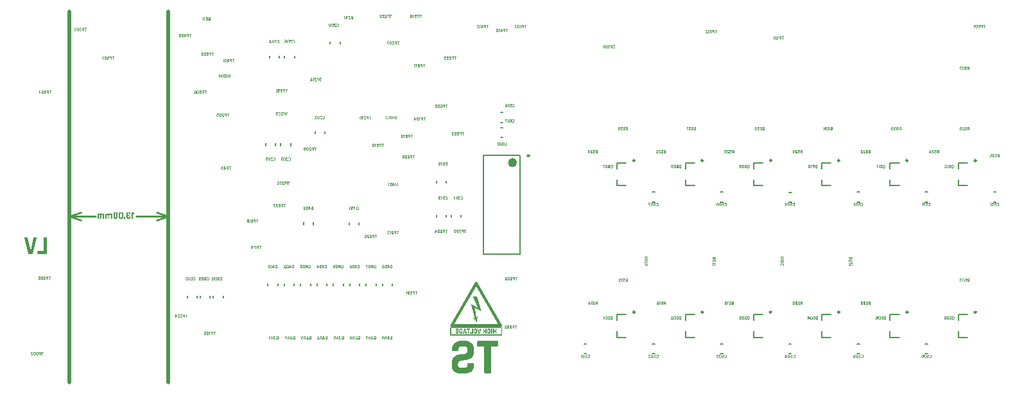
<source format=gbo>
G04*
G04 #@! TF.GenerationSoftware,Altium Limited,Altium Designer,22.11.1 (43)*
G04*
G04 Layer_Color=5220458*
%FSLAX44Y44*%
%MOMM*%
G71*
G04*
G04 #@! TF.SameCoordinates,2A09577C-9587-48F3-891C-6EA3F385890C*
G04*
G04*
G04 #@! TF.FilePolarity,Positive*
G04*
G01*
G75*
%ADD10C,0.2000*%
%ADD11C,0.6000*%
%ADD12C,0.2500*%
%ADD15C,0.5000*%
%ADD16C,0.2540*%
G36*
X626597Y137897D02*
X626899D01*
Y137796D01*
X627100D01*
Y137696D01*
X627201D01*
Y137595D01*
X627402D01*
Y137495D01*
X627502D01*
Y137394D01*
X627603D01*
Y137193D01*
X627704D01*
Y137092D01*
X627804D01*
Y136891D01*
X627905D01*
Y136690D01*
X628005D01*
Y136589D01*
X628106D01*
Y136388D01*
X628206D01*
Y136187D01*
X628307D01*
Y135986D01*
X628408D01*
Y135885D01*
X628508D01*
Y135684D01*
X628609D01*
Y135483D01*
X628709D01*
Y135282D01*
X628810D01*
Y135181D01*
X628911D01*
Y134980D01*
X629011D01*
Y134779D01*
X629112D01*
Y134678D01*
X629212D01*
Y134477D01*
X629313D01*
Y134276D01*
X629413D01*
Y134075D01*
X629514D01*
Y133974D01*
X629615D01*
Y133773D01*
X629715D01*
Y133572D01*
X629816D01*
Y133371D01*
X629916D01*
Y133270D01*
X630017D01*
Y133069D01*
X630118D01*
Y132868D01*
X630218D01*
Y132667D01*
X630319D01*
Y132566D01*
X630419D01*
Y132365D01*
X630520D01*
Y132163D01*
X630621D01*
Y132063D01*
X630721D01*
Y131862D01*
X630822D01*
Y131661D01*
X630922D01*
Y131459D01*
X631023D01*
Y131359D01*
X631124D01*
Y131158D01*
X631224D01*
Y130956D01*
X631325D01*
Y130755D01*
X631425D01*
Y130655D01*
X631526D01*
Y130454D01*
X631627D01*
Y130252D01*
X631727D01*
Y130051D01*
X631828D01*
Y129951D01*
X631928D01*
Y129749D01*
X632029D01*
Y129548D01*
X632129D01*
Y129448D01*
X632230D01*
Y129247D01*
X632331D01*
Y129045D01*
X632431D01*
Y128844D01*
X632532D01*
Y128743D01*
X632632D01*
Y128542D01*
X632733D01*
Y128341D01*
X632834D01*
Y128140D01*
X632934D01*
Y128039D01*
X633035D01*
Y127838D01*
X633135D01*
Y127637D01*
X633236D01*
Y127536D01*
X633336D01*
Y127335D01*
X633437D01*
Y127134D01*
X633538D01*
Y126933D01*
X633638D01*
Y126832D01*
X633739D01*
Y126631D01*
X633839D01*
Y126430D01*
X633940D01*
Y126229D01*
X634041D01*
Y126128D01*
X634141D01*
Y125927D01*
X634242D01*
Y125726D01*
X634342D01*
Y125525D01*
X634443D01*
Y125424D01*
X634543D01*
Y125223D01*
X634644D01*
Y125022D01*
X634745D01*
Y124921D01*
X634845D01*
Y124720D01*
X634946D01*
Y124519D01*
X635047D01*
Y124318D01*
X635147D01*
Y124217D01*
X635248D01*
Y124016D01*
X635348D01*
Y123815D01*
X635449D01*
Y123614D01*
X635549D01*
Y123513D01*
X635650D01*
Y123312D01*
X635751D01*
Y123111D01*
X635851D01*
Y122909D01*
X635952D01*
Y122809D01*
X636052D01*
Y122608D01*
X636153D01*
Y122407D01*
X636254D01*
Y122306D01*
X636354D01*
Y122105D01*
X636455D01*
Y121903D01*
X636555D01*
Y121702D01*
X636656D01*
Y121602D01*
X636757D01*
Y121401D01*
X636857D01*
Y121199D01*
X636958D01*
Y120998D01*
X637058D01*
Y120898D01*
X637159D01*
Y120696D01*
X637259D01*
Y120495D01*
X637360D01*
Y120294D01*
X637461D01*
Y120194D01*
X637561D01*
Y119992D01*
X637662D01*
Y119791D01*
X637762D01*
Y119691D01*
X637863D01*
Y119489D01*
X637963D01*
Y119288D01*
X638064D01*
Y119087D01*
X638165D01*
Y118987D01*
X638265D01*
Y118785D01*
X638366D01*
Y118584D01*
X638466D01*
Y118383D01*
X638567D01*
Y118282D01*
X638668D01*
Y118081D01*
X638768D01*
Y117880D01*
X638869D01*
Y117779D01*
X638969D01*
Y117578D01*
X639070D01*
Y117377D01*
X639171D01*
Y117176D01*
X639271D01*
Y117075D01*
X639372D01*
Y116874D01*
X639472D01*
Y116673D01*
X639573D01*
Y116472D01*
X639674D01*
Y116371D01*
X639774D01*
Y116170D01*
X639875D01*
Y115969D01*
X639975D01*
Y115768D01*
X640076D01*
Y115667D01*
X640176D01*
Y115466D01*
X640277D01*
Y115265D01*
X640378D01*
Y115164D01*
X640478D01*
Y114963D01*
X640579D01*
Y114762D01*
X640679D01*
Y114561D01*
X640780D01*
Y114460D01*
X640881D01*
Y114259D01*
X640981D01*
Y114058D01*
X641082D01*
Y113856D01*
X641182D01*
Y113756D01*
X641283D01*
Y113555D01*
X641384D01*
Y113354D01*
X641484D01*
Y113152D01*
X641585D01*
Y113052D01*
X641685D01*
Y112851D01*
X641786D01*
Y112649D01*
X641887D01*
Y112549D01*
X641987D01*
Y112348D01*
X642088D01*
Y112147D01*
X642188D01*
Y111945D01*
X642289D01*
Y111845D01*
X642389D01*
Y111643D01*
X642490D01*
Y111442D01*
X642591D01*
Y111241D01*
X642691D01*
Y111141D01*
X642792D01*
Y110939D01*
X642892D01*
Y110738D01*
X642993D01*
Y110537D01*
X643093D01*
Y110436D01*
X643194D01*
Y110235D01*
X643295D01*
Y110034D01*
X643395D01*
Y109934D01*
X643496D01*
Y109732D01*
X643596D01*
Y109531D01*
X643697D01*
Y109330D01*
X643798D01*
Y109229D01*
X643898D01*
Y109028D01*
X643999D01*
Y108827D01*
X644099D01*
Y108626D01*
X644200D01*
Y108525D01*
X644301D01*
Y108324D01*
X644401D01*
Y108123D01*
X644502D01*
Y107922D01*
X644602D01*
Y107821D01*
X644703D01*
Y107620D01*
X644803D01*
Y107419D01*
X644904D01*
Y107318D01*
X645005D01*
Y107117D01*
X645105D01*
Y106916D01*
X645206D01*
Y106715D01*
X645306D01*
Y106614D01*
X645407D01*
Y106413D01*
X645508D01*
Y106212D01*
X645608D01*
Y106011D01*
X645709D01*
Y105910D01*
X645809D01*
Y105709D01*
X645910D01*
Y105508D01*
X646011D01*
Y105407D01*
X646111D01*
Y105206D01*
X646212D01*
Y105005D01*
X646312D01*
Y104803D01*
X646413D01*
Y104703D01*
X646514D01*
Y104502D01*
X646614D01*
Y104301D01*
X646715D01*
Y104099D01*
X646815D01*
Y103999D01*
X646916D01*
Y103798D01*
X647017D01*
Y103596D01*
X647117D01*
Y103395D01*
X647218D01*
Y103295D01*
X647318D01*
Y103094D01*
X647419D01*
Y102892D01*
X647519D01*
Y102792D01*
X647620D01*
Y102591D01*
X647721D01*
Y102389D01*
X647821D01*
Y102188D01*
X647922D01*
Y102088D01*
X648022D01*
Y101887D01*
X648123D01*
Y101685D01*
X648223D01*
Y101484D01*
X648324D01*
Y101383D01*
X648425D01*
Y101182D01*
X648525D01*
Y100981D01*
X648626D01*
Y100780D01*
X648727D01*
Y100679D01*
X648827D01*
Y100478D01*
X648928D01*
Y100277D01*
X649028D01*
Y100176D01*
X649129D01*
Y99975D01*
X649229D01*
Y99774D01*
X649330D01*
Y99573D01*
X649431D01*
Y99472D01*
X649531D01*
Y99271D01*
X649632D01*
Y99070D01*
X649732D01*
Y98869D01*
X649833D01*
Y98768D01*
X649933D01*
Y98567D01*
X650034D01*
Y98366D01*
X650135D01*
Y98165D01*
X650235D01*
Y98064D01*
X650336D01*
Y97863D01*
X650436D01*
Y97662D01*
X650537D01*
Y97561D01*
X650638D01*
Y97360D01*
X650738D01*
Y97159D01*
X650839D01*
Y96958D01*
X650939D01*
Y96857D01*
X651040D01*
Y96656D01*
X651141D01*
Y96455D01*
X651241D01*
Y96253D01*
X651342D01*
Y96153D01*
X651442D01*
Y95952D01*
X651543D01*
Y95751D01*
X651644D01*
Y95650D01*
X651744D01*
Y95449D01*
X651845D01*
Y95248D01*
X651945D01*
Y95047D01*
X652046D01*
Y94946D01*
X652147D01*
Y94745D01*
X652247D01*
Y94544D01*
X652348D01*
Y94342D01*
X652448D01*
Y94242D01*
X652549D01*
Y94041D01*
X652649D01*
Y93839D01*
X652750D01*
Y93638D01*
X652851D01*
Y93538D01*
X652951D01*
Y93336D01*
X653052D01*
Y93135D01*
X653152D01*
Y93035D01*
X653253D01*
Y92833D01*
X653354D01*
Y92632D01*
X653454D01*
Y92431D01*
X653555D01*
Y92331D01*
X653655D01*
Y92129D01*
X653756D01*
Y91928D01*
X653857D01*
Y91727D01*
X653957D01*
Y91627D01*
X654058D01*
Y91425D01*
X654158D01*
Y91224D01*
X654259D01*
Y91023D01*
X654359D01*
Y90922D01*
X654460D01*
Y90721D01*
X654561D01*
Y90520D01*
X654661D01*
Y90419D01*
X654762D01*
Y90218D01*
X654862D01*
Y90017D01*
X654963D01*
Y89816D01*
X655063D01*
Y89715D01*
X655164D01*
Y89514D01*
X655265D01*
Y89313D01*
X655365D01*
Y89112D01*
X655466D01*
Y89011D01*
X655566D01*
Y88810D01*
X655667D01*
Y88609D01*
X655768D01*
Y88408D01*
X655868D01*
Y88307D01*
X655969D01*
Y88106D01*
X656069D01*
Y87905D01*
X656170D01*
Y87804D01*
X656271D01*
Y87603D01*
X656371D01*
Y87402D01*
X656472D01*
Y87201D01*
X656572D01*
Y87100D01*
X656673D01*
Y86899D01*
X656774D01*
Y86698D01*
X656874D01*
Y86496D01*
X656975D01*
Y86396D01*
X657075D01*
Y86195D01*
X657176D01*
Y85993D01*
X657277D01*
Y85893D01*
X657377D01*
Y85692D01*
X657478D01*
Y85491D01*
X657578D01*
Y85289D01*
X657679D01*
Y85189D01*
X657779D01*
Y84988D01*
X657880D01*
Y84787D01*
X657981D01*
Y84585D01*
X658081D01*
Y84485D01*
X658182D01*
Y84284D01*
X658282D01*
Y84082D01*
X658383D01*
Y83881D01*
X658484D01*
Y83781D01*
X658584D01*
Y83579D01*
X658685D01*
Y83378D01*
X658785D01*
Y83278D01*
X658886D01*
Y83076D01*
X658987D01*
Y82875D01*
X659087D01*
Y82674D01*
X659188D01*
Y82573D01*
X659288D01*
Y82372D01*
X659389D01*
Y82171D01*
X659489D01*
Y81970D01*
X659590D01*
Y81869D01*
X659691D01*
Y81668D01*
X659791D01*
Y81467D01*
X659892D01*
Y81266D01*
X659992D01*
Y81165D01*
X660093D01*
Y80864D01*
X660193D01*
Y79858D01*
X660093D01*
Y79556D01*
X659992D01*
Y79355D01*
X659892D01*
Y79254D01*
X659791D01*
Y79153D01*
X659691D01*
Y79053D01*
X659590D01*
Y78952D01*
X659489D01*
Y78852D01*
X659389D01*
Y78751D01*
X659188D01*
Y78651D01*
X658886D01*
Y78550D01*
X660193D01*
Y67385D01*
X592095D01*
Y78550D01*
X593403D01*
Y78651D01*
X593101D01*
Y78751D01*
X592900D01*
Y78852D01*
X592799D01*
Y78952D01*
X592699D01*
Y79053D01*
X592598D01*
Y79153D01*
X592498D01*
Y79254D01*
X592397D01*
Y79355D01*
X592296D01*
Y79556D01*
X592196D01*
Y79858D01*
X592095D01*
Y80864D01*
X592196D01*
Y81065D01*
X592296D01*
Y81266D01*
X592397D01*
Y81467D01*
X592498D01*
Y81668D01*
X592598D01*
Y81869D01*
X592699D01*
Y81970D01*
X592799D01*
Y82171D01*
X592900D01*
Y82372D01*
X593001D01*
Y82473D01*
X593101D01*
Y82674D01*
X593202D01*
Y82875D01*
X593302D01*
Y83076D01*
X593403D01*
Y83177D01*
X593503D01*
Y83378D01*
X593604D01*
Y83579D01*
X593705D01*
Y83781D01*
X593805D01*
Y83881D01*
X593906D01*
Y84082D01*
X594007D01*
Y84284D01*
X594107D01*
Y84485D01*
X594208D01*
Y84585D01*
X594308D01*
Y84787D01*
X594409D01*
Y84988D01*
X594509D01*
Y85088D01*
X594610D01*
Y85289D01*
X594711D01*
Y85491D01*
X594811D01*
Y85692D01*
X594912D01*
Y85792D01*
X595012D01*
Y85993D01*
X595113D01*
Y86195D01*
X595214D01*
Y86396D01*
X595314D01*
Y86496D01*
X595415D01*
Y86698D01*
X595515D01*
Y86899D01*
X595616D01*
Y87100D01*
X595717D01*
Y87201D01*
X595817D01*
Y87402D01*
X595918D01*
Y87603D01*
X596018D01*
Y87704D01*
X596119D01*
Y87905D01*
X596219D01*
Y88106D01*
X596320D01*
Y88307D01*
X596421D01*
Y88408D01*
X596521D01*
Y88609D01*
X596622D01*
Y88810D01*
X596722D01*
Y89011D01*
X596823D01*
Y89112D01*
X596923D01*
Y89313D01*
X597024D01*
Y89514D01*
X597125D01*
Y89715D01*
X597225D01*
Y89816D01*
X597326D01*
Y90017D01*
X597426D01*
Y90218D01*
X597527D01*
Y90319D01*
X597628D01*
Y90520D01*
X597728D01*
Y90721D01*
X597829D01*
Y90922D01*
X597929D01*
Y91023D01*
X598030D01*
Y91224D01*
X598131D01*
Y91425D01*
X598231D01*
Y91627D01*
X598332D01*
Y91727D01*
X598432D01*
Y91928D01*
X598533D01*
Y92129D01*
X598633D01*
Y92230D01*
X598734D01*
Y92431D01*
X598835D01*
Y92632D01*
X598935D01*
Y92833D01*
X599036D01*
Y92934D01*
X599137D01*
Y93135D01*
X599237D01*
Y93336D01*
X599338D01*
Y93538D01*
X599438D01*
Y93638D01*
X599539D01*
Y93839D01*
X599639D01*
Y94041D01*
X599740D01*
Y94242D01*
X599841D01*
Y94342D01*
X599941D01*
Y94544D01*
X600042D01*
Y94745D01*
X600142D01*
Y94845D01*
X600243D01*
Y95047D01*
X600344D01*
Y95248D01*
X600444D01*
Y95449D01*
X600545D01*
Y95549D01*
X600645D01*
Y95751D01*
X600746D01*
Y95952D01*
X600846D01*
Y96153D01*
X600947D01*
Y96253D01*
X601048D01*
Y96455D01*
X601148D01*
Y96656D01*
X601249D01*
Y96857D01*
X601349D01*
Y96958D01*
X601450D01*
Y97159D01*
X601551D01*
Y97360D01*
X601651D01*
Y97461D01*
X601752D01*
Y97662D01*
X601852D01*
Y97863D01*
X601953D01*
Y98064D01*
X602053D01*
Y98165D01*
X602154D01*
Y98366D01*
X602255D01*
Y98567D01*
X602355D01*
Y98768D01*
X602456D01*
Y98869D01*
X602556D01*
Y99070D01*
X602657D01*
Y99271D01*
X602758D01*
Y99472D01*
X602858D01*
Y99573D01*
X602959D01*
Y99774D01*
X603059D01*
Y99975D01*
X603160D01*
Y100076D01*
X603261D01*
Y100277D01*
X603361D01*
Y100478D01*
X603462D01*
Y100679D01*
X603562D01*
Y100780D01*
X603663D01*
Y100981D01*
X603764D01*
Y101182D01*
X603864D01*
Y101383D01*
X603965D01*
Y101484D01*
X604065D01*
Y101685D01*
X604166D01*
Y101887D01*
X604267D01*
Y102088D01*
X604367D01*
Y102188D01*
X604468D01*
Y102389D01*
X604568D01*
Y102591D01*
X604669D01*
Y102691D01*
X604769D01*
Y102892D01*
X604870D01*
Y103094D01*
X604971D01*
Y103295D01*
X605071D01*
Y103395D01*
X605172D01*
Y103596D01*
X605272D01*
Y103798D01*
X605373D01*
Y103999D01*
X605474D01*
Y104099D01*
X605574D01*
Y104301D01*
X605675D01*
Y104502D01*
X605775D01*
Y104602D01*
X605876D01*
Y104803D01*
X605976D01*
Y105005D01*
X606077D01*
Y105206D01*
X606178D01*
Y105307D01*
X606278D01*
Y105508D01*
X606379D01*
Y105709D01*
X606479D01*
Y105910D01*
X606580D01*
Y106011D01*
X606681D01*
Y106212D01*
X606781D01*
Y106413D01*
X606882D01*
Y106614D01*
X606982D01*
Y106715D01*
X607083D01*
Y106916D01*
X607183D01*
Y107117D01*
X607284D01*
Y107218D01*
X607385D01*
Y107419D01*
X607485D01*
Y107620D01*
X607586D01*
Y107821D01*
X607687D01*
Y107922D01*
X607787D01*
Y108123D01*
X607888D01*
Y108324D01*
X607988D01*
Y108525D01*
X608089D01*
Y108626D01*
X608189D01*
Y108827D01*
X608290D01*
Y109028D01*
X608391D01*
Y109229D01*
X608491D01*
Y109330D01*
X608592D01*
Y109531D01*
X608692D01*
Y109732D01*
X608793D01*
Y109833D01*
X608894D01*
Y110034D01*
X608994D01*
Y110235D01*
X609095D01*
Y110436D01*
X609195D01*
Y110537D01*
X609296D01*
Y110738D01*
X609397D01*
Y110939D01*
X609497D01*
Y111141D01*
X609598D01*
Y111241D01*
X609698D01*
Y111342D01*
Y111442D01*
X609799D01*
Y111643D01*
X609899D01*
Y111845D01*
X610000D01*
Y111945D01*
X610101D01*
Y112147D01*
X610201D01*
Y112348D01*
X610302D01*
Y112448D01*
X610402D01*
Y112649D01*
X610503D01*
Y112851D01*
X610603D01*
Y113052D01*
X610704D01*
Y113152D01*
X610805D01*
Y113354D01*
X610905D01*
Y113555D01*
X611006D01*
Y113756D01*
X611106D01*
Y113856D01*
X611207D01*
Y114058D01*
X611308D01*
Y114259D01*
X611408D01*
Y114359D01*
X611509D01*
Y114561D01*
X611609D01*
Y114762D01*
X611710D01*
Y114963D01*
X611811D01*
Y115063D01*
X611911D01*
Y115265D01*
X612012D01*
Y115466D01*
X612112D01*
Y115667D01*
X612213D01*
Y115768D01*
X612313D01*
Y115969D01*
X612414D01*
Y116170D01*
X612515D01*
Y116371D01*
X612615D01*
Y116472D01*
X612716D01*
Y116673D01*
X612817D01*
Y116874D01*
X612917D01*
Y116975D01*
X613018D01*
Y117176D01*
X613118D01*
Y117377D01*
X613219D01*
Y117578D01*
X613319D01*
Y117679D01*
X613420D01*
Y117880D01*
X613521D01*
Y118081D01*
X613621D01*
Y118282D01*
X613722D01*
Y118383D01*
X613822D01*
Y118584D01*
X613923D01*
Y118785D01*
X614024D01*
Y118987D01*
X614124D01*
Y119087D01*
X614225D01*
Y119288D01*
X614325D01*
Y119489D01*
X614426D01*
Y119590D01*
X614526D01*
Y119791D01*
X614627D01*
Y119992D01*
X614728D01*
Y120194D01*
X614828D01*
Y120294D01*
X614929D01*
Y120495D01*
X615029D01*
Y120696D01*
X615130D01*
Y120898D01*
X615231D01*
Y120998D01*
X615331D01*
Y121199D01*
X615432D01*
Y121401D01*
X615532D01*
Y121602D01*
X615633D01*
Y121702D01*
X615733D01*
Y121903D01*
X615834D01*
Y122105D01*
X615935D01*
Y122205D01*
X616035D01*
Y122407D01*
X616136D01*
Y122608D01*
X616236D01*
Y122809D01*
X616337D01*
Y122909D01*
X616438D01*
Y123111D01*
X616538D01*
Y123312D01*
X616639D01*
Y123513D01*
X616739D01*
Y123614D01*
X616840D01*
Y123815D01*
X616941D01*
Y124016D01*
X617041D01*
Y124217D01*
X617142D01*
Y124318D01*
X617242D01*
Y124519D01*
X617343D01*
Y124720D01*
X617444D01*
Y124821D01*
X617544D01*
Y125022D01*
X617645D01*
Y125223D01*
X617745D01*
Y125424D01*
X617846D01*
Y125525D01*
X617947D01*
Y125726D01*
X618047D01*
Y125927D01*
X618148D01*
Y126128D01*
X618248D01*
Y126229D01*
X618349D01*
Y126430D01*
X618449D01*
Y126631D01*
X618550D01*
Y126732D01*
X618651D01*
Y126933D01*
X618751D01*
Y127134D01*
X618852D01*
Y127335D01*
X618952D01*
Y127436D01*
X619053D01*
Y127637D01*
X619154D01*
Y127838D01*
X619254D01*
Y128039D01*
X619355D01*
Y128140D01*
X619455D01*
Y128341D01*
X619556D01*
Y128542D01*
X619656D01*
Y128743D01*
X619757D01*
Y128844D01*
X619858D01*
Y129045D01*
X619958D01*
Y129247D01*
X620059D01*
Y129347D01*
X620159D01*
Y129548D01*
X620260D01*
Y129749D01*
X620361D01*
Y129951D01*
X620461D01*
Y130051D01*
X620562D01*
Y130252D01*
X620662D01*
Y130454D01*
X620763D01*
Y130655D01*
X620863D01*
Y130755D01*
X620964D01*
Y130956D01*
X621065D01*
Y131158D01*
X621165D01*
Y131359D01*
X621266D01*
Y131459D01*
X621367D01*
Y131661D01*
X621467D01*
Y131862D01*
X621568D01*
Y131962D01*
X621668D01*
Y132163D01*
X621769D01*
Y132365D01*
X621869D01*
Y132566D01*
X621970D01*
Y132667D01*
X622071D01*
Y132868D01*
X622171D01*
Y133069D01*
X622272D01*
Y133270D01*
X622372D01*
Y133371D01*
X622473D01*
Y133572D01*
X622574D01*
Y133773D01*
X622674D01*
Y133974D01*
X622775D01*
Y134075D01*
X622875D01*
Y134276D01*
X622976D01*
Y134477D01*
X623077D01*
Y134578D01*
X623177D01*
Y134779D01*
X623278D01*
Y134980D01*
X623378D01*
Y135181D01*
X623479D01*
Y135282D01*
X623579D01*
Y135483D01*
X623680D01*
Y135684D01*
X623781D01*
Y135885D01*
X623881D01*
Y135986D01*
X623982D01*
Y136187D01*
X624082D01*
Y136388D01*
X624183D01*
Y136489D01*
X624283D01*
Y136690D01*
X624384D01*
Y136891D01*
X624485D01*
Y137092D01*
X624585D01*
Y137193D01*
X624686D01*
Y137394D01*
X624786D01*
Y137495D01*
X624887D01*
Y137595D01*
X625088D01*
Y137696D01*
X625189D01*
Y137796D01*
X625390D01*
Y137897D01*
X625692D01*
Y137998D01*
X626597D01*
Y137897D01*
D02*
G37*
G36*
X46301Y196334D02*
X46487Y196288D01*
X46625Y196149D01*
X46672Y196011D01*
Y195779D01*
Y195687D01*
Y195640D01*
X41488Y175694D01*
X41396Y175463D01*
X41303Y175278D01*
X41164Y175185D01*
X41026Y175093D01*
X40748Y175000D01*
X36305D01*
X36074Y175046D01*
X35889Y175093D01*
X35657Y175370D01*
X35565Y175602D01*
X35519Y175648D01*
Y175694D01*
X30335Y195640D01*
Y195872D01*
X30382Y196057D01*
X30474Y196196D01*
X30613Y196288D01*
X30891Y196381D01*
X34130D01*
X34362Y196334D01*
X34547Y196288D01*
X34824Y196057D01*
X34917Y195779D01*
X34963Y195733D01*
Y195687D01*
X38434Y179304D01*
X38573D01*
X42090Y195687D01*
X42136Y195918D01*
X42229Y196103D01*
X42368Y196196D01*
X42507Y196288D01*
X42784Y196381D01*
X46024D01*
X46301Y196334D01*
D02*
G37*
G36*
X59537D02*
X59722Y196288D01*
X59815Y196149D01*
X59907Y196057D01*
X60000Y195779D01*
Y195733D01*
Y195687D01*
Y175694D01*
X59954Y175463D01*
X59907Y175278D01*
X59769Y175185D01*
X59630Y175093D01*
X59398Y175000D01*
X48338D01*
X48106Y175046D01*
X47921Y175093D01*
X47829Y175231D01*
X47736Y175370D01*
X47644Y175602D01*
Y175648D01*
Y175694D01*
Y177962D01*
X47690Y178193D01*
X47736Y178378D01*
X47875Y178471D01*
X47968Y178563D01*
X48245Y178656D01*
X55372D01*
X55603Y178702D01*
X55696Y178841D01*
X55742Y178980D01*
Y179026D01*
Y195687D01*
X55789Y195918D01*
X55835Y196103D01*
X55974Y196196D01*
X56066Y196288D01*
X56344Y196381D01*
X59306D01*
X59537Y196334D01*
D02*
G37*
G36*
X654268Y60065D02*
X654638Y59973D01*
X654823Y59695D01*
X655008Y59510D01*
X655193Y58955D01*
Y58862D01*
Y58769D01*
Y54233D01*
X655101Y53770D01*
X655008Y53400D01*
X654731Y53214D01*
X654453Y53029D01*
X653990Y52844D01*
X646213D01*
X645750Y52751D01*
X645565Y52474D01*
X645472Y52196D01*
Y52103D01*
Y18773D01*
X645380Y18311D01*
X645194Y17940D01*
X645009Y17755D01*
X644732Y17570D01*
X644176Y17385D01*
X638343D01*
X637881Y17477D01*
X637510Y17570D01*
X637325Y17848D01*
X637140Y18125D01*
X636955Y18588D01*
Y18681D01*
Y18773D01*
Y52103D01*
X636862Y52566D01*
X636584Y52751D01*
X636307Y52844D01*
X628622D01*
X628159Y52937D01*
X627789Y53029D01*
X627511Y53307D01*
X627326Y53585D01*
X627141Y54048D01*
Y54140D01*
Y54233D01*
Y58769D01*
X627233Y59232D01*
X627326Y59602D01*
X627604Y59788D01*
X627882Y59973D01*
X628344Y60158D01*
X653805D01*
X654268Y60065D01*
D02*
G37*
G36*
X613994D02*
X615661Y59695D01*
X617049Y59232D01*
X618253Y58769D01*
X619179Y58214D01*
X619827Y57751D01*
X620197Y57381D01*
X620382Y57288D01*
X621308Y56177D01*
X622049Y54881D01*
X622512Y53492D01*
X622882Y52196D01*
X623067Y51085D01*
X623160Y50066D01*
X623252Y49696D01*
Y49511D01*
Y49326D01*
Y49233D01*
Y46919D01*
X623160Y45437D01*
X622975Y44141D01*
X622789Y43030D01*
X622419Y42012D01*
X622141Y41271D01*
X621956Y40623D01*
X621771Y40253D01*
X621679Y40160D01*
X621030Y39234D01*
X620382Y38494D01*
X619734Y37938D01*
X619179Y37475D01*
X618623Y37105D01*
X618160Y36827D01*
X617883Y36734D01*
X617790Y36642D01*
X616031Y35994D01*
X615198Y35809D01*
X614457Y35531D01*
X613716Y35346D01*
X613253Y35253D01*
X612883Y35161D01*
X612790D01*
X610846Y34790D01*
X609920Y34698D01*
X609180Y34605D01*
X608532Y34513D01*
X608069Y34420D01*
X607698D01*
X606124Y34142D01*
X605476Y33957D01*
X604921Y33679D01*
X604458Y33494D01*
X604088Y33309D01*
X603903Y33216D01*
X603810Y33124D01*
X603254Y32661D01*
X602884Y32198D01*
X602606Y31735D01*
X602421Y31272D01*
X602329Y30809D01*
X602236Y30439D01*
Y30254D01*
Y30161D01*
Y29420D01*
Y28495D01*
X602421Y27661D01*
X602514Y27013D01*
X602699Y26458D01*
X602884Y26088D01*
X603069Y25810D01*
X603162Y25717D01*
X603254Y25625D01*
X603717Y25347D01*
X604273Y25069D01*
X605476Y24791D01*
X606032D01*
X606495Y24699D01*
X610939D01*
X611679Y24884D01*
X612328Y24976D01*
X612883Y25162D01*
X613253Y25347D01*
X613531Y25439D01*
X613624Y25625D01*
X613716D01*
X614087Y25995D01*
X614272Y26550D01*
X614642Y27661D01*
Y28217D01*
X614735Y28680D01*
Y28958D01*
Y29050D01*
Y29606D01*
X614827Y30069D01*
X614920Y30439D01*
X615198Y30624D01*
X615383Y30809D01*
X615938Y30994D01*
X621771D01*
X622234Y30902D01*
X622604Y30809D01*
X622789Y30531D01*
X622975Y30346D01*
X623160Y29791D01*
Y29698D01*
Y29606D01*
Y28310D01*
X623067Y26458D01*
X622697Y24791D01*
X622234Y23403D01*
X621679Y22292D01*
X621216Y21366D01*
X620753Y20718D01*
X620382Y20255D01*
X620290Y20162D01*
X619086Y19236D01*
X617790Y18588D01*
X616401Y18033D01*
X615105Y17755D01*
X613901Y17570D01*
X612976Y17477D01*
X612605Y17385D01*
X604828D01*
X602977Y17477D01*
X601403Y17848D01*
X600014Y18311D01*
X598811Y18773D01*
X597977Y19329D01*
X597329Y19699D01*
X596866Y20070D01*
X596774Y20162D01*
X595755Y21366D01*
X595015Y22662D01*
X594552Y23958D01*
X594181Y25347D01*
X593996Y26458D01*
X593811Y27476D01*
Y27847D01*
Y28124D01*
Y28217D01*
Y28310D01*
Y30531D01*
X593904Y31920D01*
X594089Y33216D01*
X594274Y34327D01*
X594552Y35346D01*
X594922Y36086D01*
X595107Y36642D01*
X595292Y37012D01*
X595385Y37105D01*
X596033Y38031D01*
X596681Y38771D01*
X597329Y39420D01*
X597885Y39882D01*
X598440Y40253D01*
X598903Y40530D01*
X599181Y40716D01*
X599273D01*
X600940Y41364D01*
X602699Y41827D01*
X604365Y42197D01*
X605939Y42475D01*
X607235Y42660D01*
X608346Y42845D01*
X608717D01*
X608995Y42938D01*
X609272D01*
X610198Y43030D01*
X611031Y43215D01*
X611772Y43401D01*
X612420Y43678D01*
X612976Y43956D01*
X613439Y44326D01*
X614087Y44882D01*
X614457Y45530D01*
X614642Y46085D01*
X614735Y46456D01*
Y46548D01*
Y47845D01*
Y48863D01*
X614550Y49696D01*
X614457Y50437D01*
X614272Y50992D01*
X614087Y51363D01*
X613994Y51640D01*
X613809Y51733D01*
Y51826D01*
X613346Y52196D01*
X612790Y52381D01*
X611587Y52751D01*
X611031D01*
X610569Y52844D01*
X606587D01*
X605847Y52659D01*
X605199Y52566D01*
X604736Y52381D01*
X604365Y52196D01*
X604088Y52103D01*
X603903Y51918D01*
X603532Y51548D01*
X603347Y50992D01*
X602977Y49789D01*
Y49233D01*
X602884Y48863D01*
Y48493D01*
Y48400D01*
Y48030D01*
X602791Y47567D01*
X602606Y47196D01*
X602421Y47011D01*
X602143Y46826D01*
X601588Y46641D01*
X595755D01*
X595292Y46733D01*
X594922Y46826D01*
X594737Y47104D01*
X594552Y47382D01*
X594366Y47845D01*
Y47937D01*
Y48030D01*
Y49233D01*
X594459Y51085D01*
X594829Y52751D01*
X595292Y54140D01*
X595848Y55251D01*
X596403Y56177D01*
X596866Y56733D01*
X597237Y57195D01*
X597329Y57288D01*
X598533Y58214D01*
X599829Y58955D01*
X601218Y59417D01*
X602514Y59788D01*
X603717Y59973D01*
X604643Y60158D01*
X612142D01*
X613994Y60065D01*
D02*
G37*
G36*
X146151Y228203D02*
X146225Y228184D01*
X146262Y228129D01*
X146299Y228092D01*
X146336Y227981D01*
Y227962D01*
Y227944D01*
Y221703D01*
X146318Y221611D01*
X146299Y221537D01*
X146244Y221500D01*
X146188Y221463D01*
X146096Y221426D01*
X144929D01*
X144837Y221444D01*
X144762Y221463D01*
X144707Y221518D01*
X144670Y221574D01*
X144633Y221667D01*
Y221685D01*
Y221703D01*
Y225740D01*
X144614Y225925D01*
X144596Y226073D01*
X144540Y226222D01*
X144485Y226333D01*
X144337Y226518D01*
X144170Y226629D01*
X144003Y226703D01*
X143874Y226740D01*
X143763Y226759D01*
X143152D01*
X143022Y226721D01*
X142929Y226703D01*
X142837Y226666D01*
X142781Y226629D01*
X142744Y226610D01*
X142707Y226573D01*
X142652Y226499D01*
X142596Y226407D01*
X142540Y226203D01*
X142522Y226110D01*
Y226036D01*
Y225981D01*
Y225962D01*
Y221703D01*
X142503Y221611D01*
X142485Y221537D01*
X142429Y221500D01*
X142374Y221463D01*
X142281Y221426D01*
X141115D01*
X141022Y221444D01*
X140948Y221463D01*
X140911Y221518D01*
X140874Y221574D01*
X140837Y221667D01*
Y221685D01*
Y221703D01*
Y225722D01*
X140818Y225907D01*
X140800Y226073D01*
X140744Y226203D01*
X140689Y226314D01*
X140541Y226499D01*
X140374Y226629D01*
X140207Y226703D01*
X140059Y226740D01*
X139948Y226759D01*
X139430D01*
X139300Y226721D01*
X139207Y226703D01*
X139115Y226666D01*
X139059Y226629D01*
X139022Y226610D01*
X138985Y226573D01*
X138930Y226499D01*
X138874Y226407D01*
X138819Y226203D01*
X138800Y226110D01*
Y226036D01*
Y225981D01*
Y225962D01*
Y221703D01*
X138781Y221611D01*
X138763Y221537D01*
X138708Y221500D01*
X138652Y221463D01*
X138559Y221426D01*
X137393D01*
X137300Y221444D01*
X137226Y221463D01*
X137189Y221518D01*
X137152Y221574D01*
X137115Y221667D01*
Y221685D01*
Y221703D01*
Y226036D01*
X137134Y226407D01*
X137189Y226740D01*
X137282Y227018D01*
X137374Y227240D01*
X137485Y227425D01*
X137559Y227536D01*
X137633Y227629D01*
X137652Y227647D01*
X137874Y227833D01*
X138115Y227981D01*
X138374Y228073D01*
X138615Y228147D01*
X138837Y228184D01*
X139022Y228221D01*
X139781D01*
X139967Y228184D01*
X140281Y228092D01*
X140559Y227944D01*
X140763Y227796D01*
X140929Y227647D01*
X141041Y227499D01*
X141115Y227407D01*
X141133Y227388D01*
Y227370D01*
X141226Y227518D01*
X141355Y227647D01*
X141596Y227869D01*
X141874Y228018D01*
X142152Y228110D01*
X142411Y228184D01*
X142614Y228203D01*
X142689Y228221D01*
X143355D01*
X143522Y228184D01*
X143670Y228166D01*
X143799Y228129D01*
X143911Y228092D01*
X143985Y228055D01*
X144040Y228036D01*
X144059Y228018D01*
X144188Y227944D01*
X144299Y227851D01*
X144466Y227684D01*
X144522Y227610D01*
X144559Y227555D01*
X144596Y227518D01*
Y227499D01*
X144633D01*
Y227944D01*
X144651Y228036D01*
X144670Y228110D01*
X144725Y228147D01*
X144781Y228184D01*
X144874Y228221D01*
X146059D01*
X146151Y228203D01*
D02*
G37*
G36*
X135504D02*
X135578Y228184D01*
X135615Y228129D01*
X135652Y228092D01*
X135689Y227981D01*
Y227962D01*
Y227944D01*
Y221703D01*
X135671Y221611D01*
X135652Y221537D01*
X135597Y221500D01*
X135541Y221463D01*
X135449Y221426D01*
X134282D01*
X134189Y221444D01*
X134115Y221463D01*
X134060Y221518D01*
X134023Y221574D01*
X133986Y221667D01*
Y221685D01*
Y221703D01*
Y225740D01*
X133967Y225925D01*
X133949Y226073D01*
X133893Y226222D01*
X133838Y226333D01*
X133689Y226518D01*
X133523Y226629D01*
X133356Y226703D01*
X133227Y226740D01*
X133116Y226759D01*
X132504D01*
X132375Y226721D01*
X132282Y226703D01*
X132190Y226666D01*
X132134Y226629D01*
X132097Y226610D01*
X132060Y226573D01*
X132004Y226499D01*
X131949Y226407D01*
X131893Y226203D01*
X131875Y226110D01*
Y226036D01*
Y225981D01*
Y225962D01*
Y221703D01*
X131856Y221611D01*
X131838Y221537D01*
X131782Y221500D01*
X131727Y221463D01*
X131634Y221426D01*
X130468D01*
X130375Y221444D01*
X130301Y221463D01*
X130264Y221518D01*
X130227Y221574D01*
X130190Y221667D01*
Y221685D01*
Y221703D01*
Y225722D01*
X130171Y225907D01*
X130153Y226073D01*
X130097Y226203D01*
X130042Y226314D01*
X129894Y226499D01*
X129727Y226629D01*
X129560Y226703D01*
X129412Y226740D01*
X129301Y226759D01*
X128783D01*
X128653Y226721D01*
X128560Y226703D01*
X128468Y226666D01*
X128412Y226629D01*
X128375Y226610D01*
X128338Y226573D01*
X128283Y226499D01*
X128227Y226407D01*
X128172Y226203D01*
X128153Y226110D01*
Y226036D01*
Y225981D01*
Y225962D01*
Y221703D01*
X128134Y221611D01*
X128116Y221537D01*
X128060Y221500D01*
X128005Y221463D01*
X127912Y221426D01*
X126746D01*
X126653Y221444D01*
X126579Y221463D01*
X126542Y221518D01*
X126505Y221574D01*
X126468Y221667D01*
Y221685D01*
Y221703D01*
Y226036D01*
X126487Y226407D01*
X126542Y226740D01*
X126635Y227018D01*
X126727Y227240D01*
X126838Y227425D01*
X126912Y227536D01*
X126987Y227629D01*
X127005Y227647D01*
X127227Y227833D01*
X127468Y227981D01*
X127727Y228073D01*
X127968Y228147D01*
X128190Y228184D01*
X128375Y228221D01*
X129134D01*
X129320Y228184D01*
X129634Y228092D01*
X129912Y227944D01*
X130116Y227796D01*
X130282Y227647D01*
X130393Y227499D01*
X130468Y227407D01*
X130486Y227388D01*
Y227370D01*
X130579Y227518D01*
X130708Y227647D01*
X130949Y227869D01*
X131227Y228018D01*
X131504Y228110D01*
X131764Y228184D01*
X131967Y228203D01*
X132042Y228221D01*
X132708D01*
X132875Y228184D01*
X133023Y228166D01*
X133153Y228129D01*
X133264Y228092D01*
X133338Y228055D01*
X133393Y228036D01*
X133412Y228018D01*
X133541Y227944D01*
X133652Y227851D01*
X133819Y227684D01*
X133875Y227610D01*
X133912Y227555D01*
X133949Y227518D01*
Y227499D01*
X133986D01*
Y227944D01*
X134004Y228036D01*
X134023Y228110D01*
X134078Y228147D01*
X134134Y228184D01*
X134227Y228221D01*
X135412D01*
X135504Y228203D01*
D02*
G37*
G36*
X173241Y229943D02*
X173408Y229888D01*
X173482Y229851D01*
X173537Y229832D01*
X173574Y229795D01*
X173593D01*
X174796Y229036D01*
X174870Y228999D01*
X174907Y228944D01*
X174981Y228832D01*
X175000Y228740D01*
Y228721D01*
Y228703D01*
Y227610D01*
X174981Y227518D01*
X174963Y227462D01*
X174907Y227425D01*
X174759D01*
X174741Y227444D01*
X174722D01*
X173408Y228184D01*
Y221703D01*
X173389Y221611D01*
X173370Y221537D01*
X173315Y221500D01*
X173259Y221463D01*
X173167Y221426D01*
X171982D01*
X171889Y221444D01*
X171815Y221463D01*
X171797Y221481D01*
X171778D01*
X171741Y221537D01*
X171723Y221611D01*
Y221685D01*
Y221703D01*
Y229703D01*
X171741Y229795D01*
X171760Y229869D01*
X171815Y229906D01*
X171852Y229943D01*
X171963Y229980D01*
X173074D01*
X173241Y229943D01*
D02*
G37*
G36*
X168538Y229962D02*
X168871Y229888D01*
X169149Y229814D01*
X169371Y229703D01*
X169556Y229610D01*
X169686Y229517D01*
X169778Y229443D01*
X169797Y229425D01*
X169982Y229203D01*
X170130Y228944D01*
X170223Y228684D01*
X170297Y228425D01*
X170334Y228184D01*
X170352Y227999D01*
X170371Y227925D01*
Y227869D01*
Y227851D01*
Y227833D01*
Y227462D01*
X170352Y227370D01*
X170334Y227295D01*
X170278Y227258D01*
X170223Y227222D01*
X170130Y227184D01*
X168964D01*
X168871Y227203D01*
X168797Y227222D01*
X168741Y227277D01*
X168704Y227333D01*
X168667Y227425D01*
Y227444D01*
Y227462D01*
Y227796D01*
Y227944D01*
X168649Y228073D01*
X168612Y228166D01*
X168575Y228258D01*
X168556Y228314D01*
X168519Y228351D01*
X168501Y228388D01*
X168427Y228444D01*
X168334Y228499D01*
X168149Y228555D01*
X168056Y228573D01*
X167112D01*
X166982Y228536D01*
X166871Y228518D01*
X166779Y228481D01*
X166705Y228444D01*
X166667Y228425D01*
X166630Y228388D01*
X166556Y228314D01*
X166519Y228221D01*
X166445Y228036D01*
Y227944D01*
X166427Y227869D01*
Y227814D01*
Y227796D01*
Y227184D01*
Y227036D01*
X166464Y226907D01*
X166482Y226796D01*
X166519Y226721D01*
X166556Y226647D01*
X166593Y226610D01*
X166612Y226592D01*
X166630Y226573D01*
X166705Y226518D01*
X166797Y226481D01*
X167019Y226425D01*
X167112D01*
X167186Y226407D01*
X167945D01*
X168038Y226388D01*
X168112Y226370D01*
X168149Y226314D01*
X168186Y226259D01*
X168223Y226166D01*
Y226129D01*
Y226110D01*
Y225314D01*
X168204Y225222D01*
X168186Y225148D01*
X168130Y225111D01*
X168075Y225074D01*
X167982Y225037D01*
X167112D01*
X166982Y225000D01*
X166871Y224981D01*
X166779Y224944D01*
X166705Y224907D01*
X166667Y224888D01*
X166630Y224851D01*
X166556Y224777D01*
X166519Y224685D01*
X166445Y224481D01*
Y224407D01*
X166427Y224333D01*
Y224277D01*
Y224259D01*
Y223611D01*
Y223463D01*
X166464Y223333D01*
X166482Y223222D01*
X166519Y223148D01*
X166556Y223074D01*
X166593Y223037D01*
X166612Y223018D01*
X166630Y223000D01*
X166705Y222944D01*
X166797Y222907D01*
X167019Y222852D01*
X167112D01*
X167186Y222833D01*
X168056D01*
X168186Y222852D01*
X168279Y222889D01*
X168371Y222926D01*
X168427Y222944D01*
X168464Y222981D01*
X168501Y223000D01*
X168556Y223074D01*
X168593Y223166D01*
X168649Y223370D01*
Y223463D01*
X168667Y223537D01*
Y223592D01*
Y223611D01*
Y223944D01*
X168686Y224037D01*
X168704Y224111D01*
X168760Y224166D01*
X168815Y224203D01*
X168908Y224240D01*
X170093D01*
X170186Y224222D01*
X170260Y224203D01*
X170297Y224148D01*
X170334Y224092D01*
X170371Y224000D01*
Y223962D01*
Y223944D01*
Y223574D01*
X170352Y223203D01*
X170278Y222889D01*
X170186Y222611D01*
X170075Y222389D01*
X169982Y222204D01*
X169889Y222092D01*
X169815Y222000D01*
X169797Y221981D01*
X169556Y221796D01*
X169297Y221667D01*
X169038Y221555D01*
X168760Y221500D01*
X168538Y221463D01*
X168334Y221444D01*
X168260Y221426D01*
X166982D01*
X166612Y221444D01*
X166279Y221518D01*
X166001Y221611D01*
X165779Y221703D01*
X165594Y221815D01*
X165464Y221889D01*
X165371Y221963D01*
X165353Y221981D01*
X165168Y222204D01*
X165020Y222463D01*
X164927Y222722D01*
X164853Y222981D01*
X164816Y223222D01*
X164779Y223407D01*
Y223481D01*
Y223537D01*
Y223555D01*
Y223574D01*
Y224259D01*
X164797Y224481D01*
X164816Y224666D01*
X164871Y224851D01*
X164946Y225000D01*
X165020Y225129D01*
X165112Y225259D01*
X165297Y225444D01*
X165501Y225574D01*
X165668Y225648D01*
X165742Y225666D01*
X165797Y225685D01*
X165816Y225703D01*
X165834D01*
X165649Y225777D01*
X165483Y225870D01*
X165353Y225962D01*
X165223Y226073D01*
X165112Y226185D01*
X165038Y226314D01*
X164909Y226555D01*
X164834Y226796D01*
X164797Y226981D01*
X164779Y227055D01*
Y227110D01*
Y227147D01*
Y227166D01*
Y227833D01*
X164797Y228203D01*
X164871Y228518D01*
X164964Y228795D01*
X165057Y229018D01*
X165168Y229203D01*
X165260Y229314D01*
X165334Y229406D01*
X165353Y229425D01*
X165594Y229610D01*
X165853Y229740D01*
X166112Y229851D01*
X166390Y229906D01*
X166612Y229943D01*
X166816Y229980D01*
X168167D01*
X168538Y229962D01*
D02*
G37*
G36*
X158835D02*
X159150Y229888D01*
X159427Y229814D01*
X159650Y229703D01*
X159835Y229610D01*
X159965Y229517D01*
X160057Y229443D01*
X160076Y229425D01*
X160261Y229203D01*
X160409Y228944D01*
X160501Y228666D01*
X160576Y228407D01*
X160613Y228184D01*
X160631Y227981D01*
X160650Y227907D01*
Y227869D01*
Y227833D01*
Y227814D01*
Y223592D01*
X160631Y223222D01*
X160557Y222889D01*
X160464Y222611D01*
X160353Y222389D01*
X160261Y222222D01*
X160168Y222092D01*
X160094Y222000D01*
X160076Y221981D01*
X159835Y221796D01*
X159576Y221667D01*
X159316Y221555D01*
X159057Y221500D01*
X158816Y221463D01*
X158631Y221444D01*
X158557Y221426D01*
X157132D01*
X156761Y221444D01*
X156428Y221518D01*
X156150Y221611D01*
X155928Y221703D01*
X155743Y221815D01*
X155613Y221889D01*
X155520Y221963D01*
X155502Y221981D01*
X155317Y222222D01*
X155169Y222481D01*
X155076Y222740D01*
X155002Y223000D01*
X154965Y223240D01*
X154928Y223426D01*
Y223500D01*
Y223555D01*
Y223574D01*
Y223592D01*
Y227814D01*
X154946Y228184D01*
X155021Y228499D01*
X155113Y228777D01*
X155206Y228999D01*
X155317Y229184D01*
X155409Y229295D01*
X155484Y229388D01*
X155502Y229406D01*
X155743Y229592D01*
X156002Y229740D01*
X156261Y229832D01*
X156539Y229906D01*
X156761Y229943D01*
X156965Y229980D01*
X158465D01*
X158835Y229962D01*
D02*
G37*
G36*
X151688D02*
X152002Y229888D01*
X152280Y229814D01*
X152502Y229703D01*
X152688Y229610D01*
X152817Y229517D01*
X152910Y229443D01*
X152928Y229425D01*
X153113Y229203D01*
X153261Y228944D01*
X153354Y228666D01*
X153428Y228407D01*
X153465Y228184D01*
X153484Y227981D01*
X153502Y227907D01*
Y227869D01*
Y227833D01*
Y227814D01*
Y223592D01*
X153484Y223222D01*
X153410Y222889D01*
X153317Y222611D01*
X153206Y222389D01*
X153113Y222222D01*
X153021Y222092D01*
X152947Y222000D01*
X152928Y221981D01*
X152688Y221796D01*
X152428Y221667D01*
X152169Y221555D01*
X151910Y221500D01*
X151669Y221463D01*
X151484Y221444D01*
X151410Y221426D01*
X149984D01*
X149614Y221444D01*
X149280Y221518D01*
X149003Y221611D01*
X148780Y221703D01*
X148595Y221815D01*
X148466Y221889D01*
X148373Y221963D01*
X148355Y221981D01*
X148169Y222222D01*
X148021Y222481D01*
X147929Y222740D01*
X147855Y223000D01*
X147818Y223240D01*
X147781Y223426D01*
Y223500D01*
Y223555D01*
Y223574D01*
Y223592D01*
Y227814D01*
X147799Y228184D01*
X147873Y228499D01*
X147966Y228777D01*
X148058Y228999D01*
X148169Y229184D01*
X148262Y229295D01*
X148336Y229388D01*
X148355Y229406D01*
X148595Y229592D01*
X148855Y229740D01*
X149114Y229832D01*
X149391Y229906D01*
X149614Y229943D01*
X149817Y229980D01*
X151317D01*
X151688Y229962D01*
D02*
G37*
G36*
X163409Y223574D02*
X163464Y223555D01*
X163538Y223463D01*
X163575Y223351D01*
Y223333D01*
Y223314D01*
Y220278D01*
X163557Y220185D01*
X163538Y220111D01*
X163501Y220074D01*
X163464Y220037D01*
X163390Y220000D01*
X163353D01*
X163242Y220019D01*
X163168Y220074D01*
X163112Y220130D01*
X163094Y220148D01*
X162187Y221463D01*
X162075Y221630D01*
X162001Y221796D01*
X161946Y221944D01*
X161909Y222055D01*
X161890Y222166D01*
X161872Y222241D01*
Y222278D01*
Y222296D01*
Y223333D01*
X161890Y223426D01*
X161909Y223481D01*
X162001Y223555D01*
X162094Y223592D01*
X163316D01*
X163409Y223574D01*
D02*
G37*
G36*
X654735Y322117D02*
X654818Y322090D01*
X654855Y322071D01*
X654883Y322062D01*
X654901Y322043D01*
X654910D01*
X655511Y321664D01*
X655548Y321646D01*
X655567Y321618D01*
X655604Y321562D01*
X655613Y321516D01*
Y321507D01*
Y321498D01*
Y320952D01*
X655604Y320906D01*
X655594Y320878D01*
X655567Y320860D01*
X655493D01*
X655483Y320869D01*
X655474D01*
X654818Y321239D01*
Y318003D01*
X654809Y317957D01*
X654799Y317920D01*
X654772Y317901D01*
X654744Y317883D01*
X654698Y317864D01*
X654106D01*
X654060Y317873D01*
X654023Y317883D01*
X654014Y317892D01*
X654004D01*
X653986Y317920D01*
X653977Y317957D01*
Y317994D01*
Y318003D01*
Y321997D01*
X653986Y322043D01*
X653995Y322080D01*
X654023Y322099D01*
X654041Y322117D01*
X654097Y322136D01*
X654651D01*
X654735Y322117D01*
D02*
G37*
G36*
X662242Y322127D02*
X662279Y322117D01*
X662307Y322090D01*
X662325Y322071D01*
X662344Y322015D01*
Y322006D01*
Y321997D01*
Y319889D01*
X662335Y319843D01*
X662316Y319815D01*
X662270Y319778D01*
X662214Y319760D01*
X661650D01*
X661613Y319769D01*
X661576Y319778D01*
X661512Y319834D01*
X661475Y319880D01*
X661456Y319889D01*
Y319898D01*
X661419Y319944D01*
X661373Y319981D01*
X661336Y320000D01*
X661290Y320019D01*
X661253Y320028D01*
X661225Y320037D01*
X660800D01*
X660726Y320019D01*
X660661Y320009D01*
X660615Y319991D01*
X660587Y319972D01*
X660559Y319954D01*
X660541Y319944D01*
Y319935D01*
X660504Y319889D01*
X660485Y319834D01*
X660448Y319704D01*
Y319639D01*
X660439Y319593D01*
Y319556D01*
Y319547D01*
Y318955D01*
Y318881D01*
X660458Y318817D01*
X660467Y318761D01*
X660485Y318724D01*
X660504Y318687D01*
X660522Y318669D01*
X660532Y318659D01*
X660541Y318650D01*
X660587Y318622D01*
X660633Y318604D01*
X660735Y318576D01*
X660781D01*
X660818Y318567D01*
X661244D01*
X661299Y318576D01*
X661355Y318595D01*
X661392Y318613D01*
X661428Y318622D01*
X661447Y318641D01*
X661465Y318650D01*
X661493Y318687D01*
X661521Y318733D01*
X661549Y318835D01*
Y318881D01*
X661558Y318918D01*
Y318946D01*
Y318955D01*
Y319075D01*
X661567Y319122D01*
X661576Y319159D01*
X661604Y319186D01*
X661623Y319205D01*
X661678Y319223D01*
X662261D01*
X662307Y319214D01*
X662344Y319205D01*
X662362Y319177D01*
X662381Y319149D01*
X662399Y319103D01*
Y319085D01*
Y319075D01*
Y318946D01*
X662390Y318761D01*
X662353Y318595D01*
X662307Y318456D01*
X662251Y318345D01*
X662205Y318262D01*
X662159Y318197D01*
X662122Y318151D01*
X662113Y318142D01*
X661992Y318049D01*
X661863Y317985D01*
X661734Y317929D01*
X661595Y317901D01*
X661484Y317883D01*
X661382Y317873D01*
X661345Y317864D01*
X660716D01*
X660532Y317873D01*
X660374Y317910D01*
X660236Y317957D01*
X660116Y318003D01*
X660032Y318058D01*
X659968Y318095D01*
X659921Y318132D01*
X659912Y318142D01*
X659820Y318262D01*
X659746Y318391D01*
X659699Y318521D01*
X659662Y318650D01*
X659644Y318770D01*
X659626Y318863D01*
Y318900D01*
Y318927D01*
Y318937D01*
Y318946D01*
Y319676D01*
X659635Y319861D01*
X659672Y320019D01*
X659718Y320157D01*
X659783Y320277D01*
X659866Y320379D01*
X659949Y320462D01*
X660042Y320527D01*
X660134Y320583D01*
X660236Y320629D01*
X660328Y320656D01*
X660411Y320684D01*
X660495Y320693D01*
X660559Y320703D01*
X660606Y320712D01*
X660938D01*
X661086Y320693D01*
X661216Y320656D01*
X661308Y320610D01*
X661382Y320546D01*
X661438Y320481D01*
X661465Y320434D01*
X661484Y320398D01*
X661493Y320379D01*
Y321359D01*
X659884D01*
X659838Y321368D01*
X659801Y321378D01*
X659783Y321405D01*
X659764Y321433D01*
X659746Y321479D01*
Y321488D01*
Y321498D01*
Y321997D01*
X659755Y322043D01*
X659764Y322080D01*
X659792Y322099D01*
X659810Y322117D01*
X659866Y322136D01*
X662196D01*
X662242Y322127D01*
D02*
G37*
G36*
X665931D02*
X665968Y322117D01*
X665986Y322090D01*
X666005Y322071D01*
X666023Y322015D01*
Y322006D01*
Y321997D01*
Y318946D01*
X666014Y318761D01*
X665977Y318595D01*
X665931Y318456D01*
X665876Y318345D01*
X665829Y318262D01*
X665783Y318197D01*
X665746Y318151D01*
X665737Y318142D01*
X665617Y318049D01*
X665487Y317985D01*
X665358Y317929D01*
X665219Y317901D01*
X665108Y317883D01*
X665006Y317873D01*
X664969Y317864D01*
X664193D01*
X664008Y317873D01*
X663851Y317910D01*
X663712Y317957D01*
X663592Y318003D01*
X663509Y318058D01*
X663444Y318095D01*
X663398Y318132D01*
X663389Y318142D01*
X663287Y318262D01*
X663213Y318391D01*
X663167Y318521D01*
X663130Y318650D01*
X663111Y318770D01*
X663093Y318863D01*
Y318900D01*
Y318927D01*
Y318937D01*
Y318946D01*
Y322006D01*
X663102Y322052D01*
X663111Y322080D01*
X663167Y322117D01*
X663213Y322136D01*
X663805D01*
X663851Y322127D01*
X663888Y322117D01*
X663906Y322090D01*
X663925Y322071D01*
X663943Y322015D01*
Y322006D01*
Y321997D01*
Y318983D01*
Y318909D01*
X663962Y318844D01*
X663971Y318789D01*
X663989Y318752D01*
X664008Y318715D01*
X664017Y318696D01*
X664036Y318687D01*
Y318678D01*
X664073Y318650D01*
X664119Y318632D01*
X664211Y318604D01*
X664258D01*
X664295Y318595D01*
X664868D01*
X664923Y318604D01*
X664979Y318622D01*
X665016Y318641D01*
X665053Y318650D01*
X665071Y318669D01*
X665090Y318678D01*
X665117Y318715D01*
X665145Y318761D01*
X665173Y318863D01*
Y318909D01*
X665182Y318946D01*
Y318974D01*
Y318983D01*
Y321997D01*
X665191Y322043D01*
X665201Y322080D01*
X665228Y322099D01*
X665247Y322117D01*
X665302Y322136D01*
X665885D01*
X665931Y322127D01*
D02*
G37*
G36*
X658072D02*
X658230Y322090D01*
X658368Y322052D01*
X658479Y321997D01*
X658572Y321951D01*
X658636Y321905D01*
X658682Y321868D01*
X658692Y321858D01*
X658784Y321747D01*
X658858Y321618D01*
X658904Y321479D01*
X658941Y321350D01*
X658960Y321239D01*
X658969Y321137D01*
X658978Y321100D01*
Y321082D01*
Y321063D01*
Y321054D01*
Y318946D01*
X658969Y318761D01*
X658932Y318595D01*
X658886Y318456D01*
X658830Y318345D01*
X658784Y318262D01*
X658738Y318197D01*
X658701Y318151D01*
X658692Y318142D01*
X658572Y318049D01*
X658442Y317985D01*
X658313Y317929D01*
X658183Y317901D01*
X658063Y317883D01*
X657971Y317873D01*
X657934Y317864D01*
X657222D01*
X657037Y317873D01*
X656870Y317910D01*
X656732Y317957D01*
X656621Y318003D01*
X656528Y318058D01*
X656464Y318095D01*
X656417Y318132D01*
X656408Y318142D01*
X656316Y318262D01*
X656242Y318391D01*
X656195Y318521D01*
X656159Y318650D01*
X656140Y318770D01*
X656122Y318863D01*
Y318900D01*
Y318927D01*
Y318937D01*
Y318946D01*
Y321054D01*
X656131Y321239D01*
X656168Y321396D01*
X656214Y321535D01*
X656260Y321646D01*
X656316Y321738D01*
X656362Y321794D01*
X656399Y321840D01*
X656408Y321849D01*
X656528Y321942D01*
X656658Y322015D01*
X656787Y322062D01*
X656926Y322099D01*
X657037Y322117D01*
X657139Y322136D01*
X657887D01*
X658072Y322127D01*
D02*
G37*
G36*
X511203Y268921D02*
X511286Y268893D01*
X511323Y268875D01*
X511351Y268866D01*
X511369Y268847D01*
X511378D01*
X511979Y268468D01*
X512016Y268449D01*
X512035Y268422D01*
X512072Y268366D01*
X512081Y268320D01*
Y268311D01*
Y268302D01*
Y267756D01*
X512072Y267710D01*
X512063Y267682D01*
X512035Y267664D01*
X511961D01*
X511952Y267673D01*
X511942D01*
X511286Y268043D01*
Y264807D01*
X511277Y264760D01*
X511268Y264723D01*
X511240Y264705D01*
X511212Y264687D01*
X511166Y264668D01*
X510574D01*
X510528Y264677D01*
X510491Y264687D01*
X510482Y264696D01*
X510472D01*
X510454Y264723D01*
X510445Y264760D01*
Y264797D01*
Y264807D01*
Y268801D01*
X510454Y268847D01*
X510463Y268884D01*
X510491Y268902D01*
X510509Y268921D01*
X510565Y268939D01*
X511119D01*
X511203Y268921D01*
D02*
G37*
G36*
X522640Y268930D02*
X522677Y268921D01*
X522695Y268893D01*
X522714Y268875D01*
X522732Y268819D01*
Y268810D01*
Y268801D01*
Y265750D01*
X522723Y265565D01*
X522686Y265398D01*
X522640Y265260D01*
X522584Y265149D01*
X522538Y265066D01*
X522492Y265001D01*
X522455Y264955D01*
X522445Y264945D01*
X522325Y264853D01*
X522196Y264788D01*
X522066Y264733D01*
X521928Y264705D01*
X521817Y264687D01*
X521715Y264677D01*
X521678Y264668D01*
X520901D01*
X520717Y264677D01*
X520559Y264714D01*
X520421Y264760D01*
X520300Y264807D01*
X520217Y264862D01*
X520153Y264899D01*
X520106Y264936D01*
X520097Y264945D01*
X519995Y265066D01*
X519921Y265195D01*
X519875Y265324D01*
X519838Y265454D01*
X519820Y265574D01*
X519801Y265667D01*
Y265704D01*
Y265731D01*
Y265741D01*
Y265750D01*
Y268810D01*
X519810Y268856D01*
X519820Y268884D01*
X519875Y268921D01*
X519921Y268939D01*
X520513D01*
X520559Y268930D01*
X520596Y268921D01*
X520615Y268893D01*
X520633Y268875D01*
X520652Y268819D01*
Y268810D01*
Y268801D01*
Y265787D01*
Y265713D01*
X520670Y265648D01*
X520680Y265593D01*
X520698Y265556D01*
X520717Y265519D01*
X520726Y265500D01*
X520744Y265491D01*
Y265482D01*
X520781Y265454D01*
X520827Y265435D01*
X520920Y265408D01*
X520966D01*
X521003Y265398D01*
X521576D01*
X521632Y265408D01*
X521687Y265426D01*
X521724Y265445D01*
X521761Y265454D01*
X521780Y265472D01*
X521798Y265482D01*
X521826Y265519D01*
X521854Y265565D01*
X521881Y265667D01*
Y265713D01*
X521891Y265750D01*
Y265777D01*
Y265787D01*
Y268801D01*
X521900Y268847D01*
X521909Y268884D01*
X521937Y268902D01*
X521955Y268921D01*
X522011Y268939D01*
X522593D01*
X522640Y268930D01*
D02*
G37*
G36*
X517582D02*
X517628Y268921D01*
X517665Y268902D01*
X517675Y268893D01*
X517721Y268856D01*
X517758Y268801D01*
X517786Y268755D01*
X517795Y268745D01*
Y268736D01*
X519126Y266277D01*
X519163Y266175D01*
X519182Y266064D01*
X519191Y266018D01*
Y265981D01*
Y265953D01*
Y265944D01*
Y265685D01*
X519182Y265611D01*
X519154Y265556D01*
X519136Y265519D01*
X519126Y265509D01*
X519062Y265472D01*
X519006Y265454D01*
X518960Y265445D01*
X517296D01*
Y264807D01*
X517286Y264760D01*
X517268Y264723D01*
X517249Y264705D01*
X517222Y264687D01*
X517166Y264668D01*
X516630D01*
X516584Y264677D01*
X516547Y264687D01*
X516537Y264696D01*
X516528D01*
X516510Y264723D01*
X516501Y264760D01*
Y264797D01*
Y264807D01*
Y265445D01*
X516020D01*
X515974Y265454D01*
X515946Y265472D01*
X515909Y265519D01*
X515890Y265574D01*
Y265583D01*
Y265593D01*
Y266046D01*
X515900Y266092D01*
X515909Y266120D01*
X515955Y266157D01*
X516001Y266175D01*
X516501D01*
Y268699D01*
X516510Y268773D01*
X516537Y268829D01*
X516565Y268866D01*
X516574Y268875D01*
X516630Y268912D01*
X516685Y268930D01*
X516732Y268939D01*
X517508D01*
X517582Y268930D01*
D02*
G37*
G36*
X514540D02*
X514698Y268893D01*
X514836Y268856D01*
X514947Y268801D01*
X515040Y268755D01*
X515104Y268708D01*
X515151Y268671D01*
X515160Y268662D01*
X515252Y268551D01*
X515326Y268422D01*
X515373Y268283D01*
X515410Y268154D01*
X515428Y268043D01*
X515437Y267941D01*
X515447Y267904D01*
Y267885D01*
Y267867D01*
Y267858D01*
Y265750D01*
X515437Y265565D01*
X515400Y265398D01*
X515354Y265260D01*
X515299Y265149D01*
X515252Y265066D01*
X515206Y265001D01*
X515169Y264955D01*
X515160Y264945D01*
X515040Y264853D01*
X514910Y264788D01*
X514781Y264733D01*
X514651Y264705D01*
X514531Y264687D01*
X514439Y264677D01*
X514402Y264668D01*
X513690D01*
X513505Y264677D01*
X513339Y264714D01*
X513200Y264760D01*
X513089Y264807D01*
X512996Y264862D01*
X512932Y264899D01*
X512885Y264936D01*
X512876Y264945D01*
X512784Y265066D01*
X512710Y265195D01*
X512663Y265324D01*
X512627Y265454D01*
X512608Y265574D01*
X512590Y265667D01*
Y265704D01*
Y265731D01*
Y265741D01*
Y265750D01*
Y267858D01*
X512599Y268043D01*
X512636Y268200D01*
X512682Y268339D01*
X512728Y268449D01*
X512784Y268542D01*
X512830Y268597D01*
X512867Y268644D01*
X512876Y268653D01*
X512996Y268745D01*
X513126Y268819D01*
X513255Y268866D01*
X513394Y268902D01*
X513505Y268921D01*
X513607Y268939D01*
X514356D01*
X514540Y268930D01*
D02*
G37*
G36*
X606345Y207127D02*
X606382Y207117D01*
X606410Y207090D01*
X606428Y207071D01*
X606447Y207015D01*
Y207006D01*
Y206997D01*
Y204889D01*
X606438Y204843D01*
X606419Y204815D01*
X606373Y204778D01*
X606317Y204760D01*
X605754D01*
X605717Y204769D01*
X605680Y204778D01*
X605615Y204834D01*
X605578Y204880D01*
X605559Y204889D01*
Y204898D01*
X605522Y204944D01*
X605476Y204981D01*
X605439Y205000D01*
X605393Y205019D01*
X605356Y205028D01*
X605328Y205037D01*
X604903D01*
X604829Y205019D01*
X604764Y205009D01*
X604718Y204991D01*
X604690Y204972D01*
X604663Y204954D01*
X604644Y204944D01*
Y204935D01*
X604607Y204889D01*
X604589Y204834D01*
X604552Y204704D01*
Y204639D01*
X604542Y204593D01*
Y204556D01*
Y204547D01*
Y203955D01*
Y203881D01*
X604561Y203817D01*
X604570Y203761D01*
X604589Y203724D01*
X604607Y203687D01*
X604626Y203669D01*
X604635Y203659D01*
X604644Y203650D01*
X604690Y203622D01*
X604737Y203604D01*
X604838Y203576D01*
X604884D01*
X604921Y203567D01*
X605347D01*
X605402Y203576D01*
X605458Y203595D01*
X605495Y203613D01*
X605532Y203622D01*
X605550Y203641D01*
X605569Y203650D01*
X605596Y203687D01*
X605624Y203733D01*
X605652Y203835D01*
Y203881D01*
X605661Y203918D01*
Y203946D01*
Y203955D01*
Y204075D01*
X605670Y204122D01*
X605680Y204159D01*
X605707Y204186D01*
X605726Y204205D01*
X605781Y204223D01*
X606364D01*
X606410Y204214D01*
X606447Y204205D01*
X606465Y204177D01*
X606484Y204149D01*
X606502Y204103D01*
Y204085D01*
Y204075D01*
Y203946D01*
X606493Y203761D01*
X606456Y203595D01*
X606410Y203456D01*
X606354Y203345D01*
X606308Y203262D01*
X606262Y203197D01*
X606225Y203151D01*
X606216Y203142D01*
X606096Y203049D01*
X605966Y202985D01*
X605837Y202929D01*
X605698Y202901D01*
X605587Y202883D01*
X605485Y202873D01*
X605448Y202864D01*
X604820D01*
X604635Y202873D01*
X604478Y202910D01*
X604339Y202957D01*
X604219Y203003D01*
X604136Y203058D01*
X604071Y203095D01*
X604025Y203132D01*
X604015Y203142D01*
X603923Y203262D01*
X603849Y203391D01*
X603803Y203521D01*
X603766Y203650D01*
X603747Y203770D01*
X603729Y203863D01*
Y203900D01*
Y203927D01*
Y203937D01*
Y203946D01*
Y204676D01*
X603738Y204861D01*
X603775Y205019D01*
X603821Y205157D01*
X603886Y205277D01*
X603969Y205379D01*
X604052Y205462D01*
X604145Y205527D01*
X604237Y205583D01*
X604339Y205629D01*
X604431Y205656D01*
X604515Y205684D01*
X604598Y205693D01*
X604663Y205703D01*
X604709Y205712D01*
X605042D01*
X605190Y205693D01*
X605319Y205656D01*
X605411Y205610D01*
X605485Y205546D01*
X605541Y205481D01*
X605569Y205434D01*
X605587Y205398D01*
X605596Y205379D01*
Y206359D01*
X603988D01*
X603941Y206368D01*
X603904Y206378D01*
X603886Y206405D01*
X603867Y206433D01*
X603849Y206479D01*
Y206488D01*
Y206498D01*
Y206997D01*
X603858Y207043D01*
X603867Y207080D01*
X603895Y207099D01*
X603914Y207117D01*
X603969Y207136D01*
X606299D01*
X606345Y207127D01*
D02*
G37*
G36*
X599411D02*
X599448Y207117D01*
X599476Y207090D01*
X599494Y207071D01*
X599513Y207015D01*
Y207006D01*
Y206997D01*
Y204889D01*
X599504Y204843D01*
X599485Y204815D01*
X599439Y204778D01*
X599383Y204760D01*
X598819D01*
X598782Y204769D01*
X598745Y204778D01*
X598681Y204834D01*
X598644Y204880D01*
X598625Y204889D01*
Y204898D01*
X598588Y204944D01*
X598542Y204981D01*
X598505Y205000D01*
X598459Y205019D01*
X598422Y205028D01*
X598394Y205037D01*
X597969D01*
X597895Y205019D01*
X597830Y205009D01*
X597784Y204991D01*
X597756Y204972D01*
X597728Y204954D01*
X597710Y204944D01*
Y204935D01*
X597673Y204889D01*
X597654Y204834D01*
X597617Y204704D01*
Y204639D01*
X597608Y204593D01*
Y204556D01*
Y204547D01*
Y203955D01*
Y203881D01*
X597627Y203817D01*
X597636Y203761D01*
X597654Y203724D01*
X597673Y203687D01*
X597691Y203669D01*
X597701Y203659D01*
X597710Y203650D01*
X597756Y203622D01*
X597802Y203604D01*
X597904Y203576D01*
X597950D01*
X597987Y203567D01*
X598413D01*
X598468Y203576D01*
X598523Y203595D01*
X598560Y203613D01*
X598597Y203622D01*
X598616Y203641D01*
X598634Y203650D01*
X598662Y203687D01*
X598690Y203733D01*
X598718Y203835D01*
Y203881D01*
X598727Y203918D01*
Y203946D01*
Y203955D01*
Y204075D01*
X598736Y204122D01*
X598745Y204159D01*
X598773Y204186D01*
X598792Y204205D01*
X598847Y204223D01*
X599430D01*
X599476Y204214D01*
X599513Y204205D01*
X599531Y204177D01*
X599550Y204149D01*
X599568Y204103D01*
Y204085D01*
Y204075D01*
Y203946D01*
X599559Y203761D01*
X599522Y203595D01*
X599476Y203456D01*
X599420Y203345D01*
X599374Y203262D01*
X599328Y203197D01*
X599291Y203151D01*
X599282Y203142D01*
X599161Y203049D01*
X599032Y202985D01*
X598903Y202929D01*
X598764Y202901D01*
X598653Y202883D01*
X598551Y202873D01*
X598514Y202864D01*
X597886D01*
X597701Y202873D01*
X597543Y202910D01*
X597405Y202957D01*
X597285Y203003D01*
X597201Y203058D01*
X597137Y203095D01*
X597090Y203132D01*
X597081Y203142D01*
X596989Y203262D01*
X596915Y203391D01*
X596869Y203521D01*
X596832Y203650D01*
X596813Y203770D01*
X596795Y203863D01*
Y203900D01*
Y203927D01*
Y203937D01*
Y203946D01*
Y204676D01*
X596804Y204861D01*
X596841Y205019D01*
X596887Y205157D01*
X596952Y205277D01*
X597035Y205379D01*
X597118Y205462D01*
X597211Y205527D01*
X597303Y205583D01*
X597405Y205629D01*
X597497Y205656D01*
X597580Y205684D01*
X597664Y205693D01*
X597728Y205703D01*
X597775Y205712D01*
X598107D01*
X598255Y205693D01*
X598385Y205656D01*
X598477Y205610D01*
X598551Y205546D01*
X598607Y205481D01*
X598634Y205434D01*
X598653Y205398D01*
X598662Y205379D01*
Y206359D01*
X597053D01*
X597007Y206368D01*
X596970Y206378D01*
X596952Y206405D01*
X596933Y206433D01*
X596915Y206479D01*
Y206488D01*
Y206498D01*
Y206997D01*
X596924Y207043D01*
X596933Y207080D01*
X596961Y207099D01*
X596979Y207117D01*
X597035Y207136D01*
X599365D01*
X599411Y207127D01*
D02*
G37*
G36*
X613113D02*
X613150Y207117D01*
X613168Y207090D01*
X613187Y207071D01*
X613205Y207015D01*
Y207006D01*
Y206997D01*
Y206544D01*
X613196Y206498D01*
X613187Y206461D01*
X613159Y206442D01*
X613131Y206424D01*
X613085Y206405D01*
X612309D01*
X612262Y206396D01*
X612244Y206368D01*
X612235Y206341D01*
Y206331D01*
Y203003D01*
X612225Y202957D01*
X612207Y202920D01*
X612188Y202901D01*
X612161Y202883D01*
X612105Y202864D01*
X611523D01*
X611477Y202873D01*
X611440Y202883D01*
X611421Y202910D01*
X611403Y202938D01*
X611384Y202985D01*
Y202994D01*
Y203003D01*
Y206331D01*
X611375Y206378D01*
X611347Y206396D01*
X611319Y206405D01*
X610552D01*
X610506Y206415D01*
X610469Y206424D01*
X610441Y206452D01*
X610423Y206479D01*
X610404Y206525D01*
Y206535D01*
Y206544D01*
Y206997D01*
X610413Y207043D01*
X610423Y207080D01*
X610450Y207099D01*
X610478Y207117D01*
X610524Y207136D01*
X613067D01*
X613113Y207127D01*
D02*
G37*
G36*
X609812D02*
X609849Y207117D01*
X609868Y207090D01*
X609886Y207071D01*
X609905Y207015D01*
Y207006D01*
Y206997D01*
Y203003D01*
X609896Y202957D01*
X609886Y202920D01*
X609859Y202901D01*
X609831Y202883D01*
X609785Y202864D01*
X609193D01*
X609147Y202873D01*
X609110Y202883D01*
X609091Y202910D01*
X609073Y202938D01*
X609054Y202985D01*
Y202994D01*
Y203003D01*
Y204260D01*
X609045Y204307D01*
X609017Y204325D01*
X608989Y204334D01*
X608139D01*
X607954Y204344D01*
X607797Y204380D01*
X607658Y204427D01*
X607538Y204473D01*
X607455Y204529D01*
X607390Y204566D01*
X607344Y204602D01*
X607335Y204612D01*
X607242Y204732D01*
X607168Y204861D01*
X607122Y204991D01*
X607085Y205120D01*
X607066Y205240D01*
X607048Y205333D01*
Y205370D01*
Y205398D01*
Y205407D01*
Y205416D01*
Y206054D01*
X607057Y206239D01*
X607094Y206396D01*
X607140Y206535D01*
X607187Y206646D01*
X607242Y206738D01*
X607288Y206794D01*
X607325Y206840D01*
X607335Y206849D01*
X607455Y206942D01*
X607584Y207015D01*
X607714Y207062D01*
X607843Y207099D01*
X607963Y207117D01*
X608056Y207136D01*
X609766D01*
X609812Y207127D01*
D02*
G37*
G36*
X602175D02*
X602333Y207090D01*
X602471Y207052D01*
X602582Y206997D01*
X602675Y206951D01*
X602739Y206905D01*
X602786Y206868D01*
X602795Y206858D01*
X602887Y206747D01*
X602961Y206618D01*
X603008Y206479D01*
X603045Y206350D01*
X603063Y206239D01*
X603072Y206137D01*
X603082Y206100D01*
Y206082D01*
Y206063D01*
Y206054D01*
Y203946D01*
X603072Y203761D01*
X603035Y203595D01*
X602989Y203456D01*
X602934Y203345D01*
X602887Y203262D01*
X602841Y203197D01*
X602804Y203151D01*
X602795Y203142D01*
X602675Y203049D01*
X602545Y202985D01*
X602416Y202929D01*
X602286Y202901D01*
X602166Y202883D01*
X602074Y202873D01*
X602037Y202864D01*
X601325D01*
X601140Y202873D01*
X600974Y202910D01*
X600835Y202957D01*
X600724Y203003D01*
X600631Y203058D01*
X600567Y203095D01*
X600521Y203132D01*
X600511Y203142D01*
X600419Y203262D01*
X600345Y203391D01*
X600299Y203521D01*
X600262Y203650D01*
X600243Y203770D01*
X600225Y203863D01*
Y203900D01*
Y203927D01*
Y203937D01*
Y203946D01*
Y206054D01*
X600234Y206239D01*
X600271Y206396D01*
X600317Y206535D01*
X600363Y206646D01*
X600419Y206738D01*
X600465Y206794D01*
X600502Y206840D01*
X600511Y206849D01*
X600631Y206942D01*
X600761Y207015D01*
X600890Y207062D01*
X601029Y207099D01*
X601140Y207117D01*
X601242Y207136D01*
X601991D01*
X602175Y207127D01*
D02*
G37*
G36*
X581567D02*
X581604Y207117D01*
X581632Y207090D01*
X581650Y207071D01*
X581669Y207015D01*
Y207006D01*
Y206997D01*
Y204889D01*
X581660Y204843D01*
X581641Y204815D01*
X581595Y204778D01*
X581539Y204760D01*
X580975D01*
X580938Y204769D01*
X580901Y204778D01*
X580837Y204834D01*
X580800Y204880D01*
X580781Y204889D01*
Y204898D01*
X580744Y204944D01*
X580698Y204981D01*
X580661Y205000D01*
X580615Y205019D01*
X580578Y205028D01*
X580550Y205037D01*
X580125D01*
X580051Y205019D01*
X579986Y205009D01*
X579940Y204991D01*
X579912Y204972D01*
X579884Y204954D01*
X579866Y204944D01*
Y204935D01*
X579829Y204889D01*
X579810Y204834D01*
X579773Y204704D01*
Y204639D01*
X579764Y204593D01*
Y204556D01*
Y204547D01*
Y203955D01*
Y203881D01*
X579783Y203817D01*
X579792Y203761D01*
X579810Y203724D01*
X579829Y203687D01*
X579847Y203669D01*
X579857Y203659D01*
X579866Y203650D01*
X579912Y203622D01*
X579958Y203604D01*
X580060Y203576D01*
X580106D01*
X580143Y203567D01*
X580569D01*
X580624Y203576D01*
X580680Y203595D01*
X580717Y203613D01*
X580754Y203622D01*
X580772Y203641D01*
X580790Y203650D01*
X580818Y203687D01*
X580846Y203733D01*
X580874Y203835D01*
Y203881D01*
X580883Y203918D01*
Y203946D01*
Y203955D01*
Y204075D01*
X580892Y204122D01*
X580901Y204159D01*
X580929Y204186D01*
X580948Y204205D01*
X581003Y204223D01*
X581586D01*
X581632Y204214D01*
X581669Y204205D01*
X581687Y204177D01*
X581706Y204149D01*
X581724Y204103D01*
Y204085D01*
Y204075D01*
Y203946D01*
X581715Y203761D01*
X581678Y203595D01*
X581632Y203456D01*
X581576Y203345D01*
X581530Y203262D01*
X581484Y203197D01*
X581447Y203151D01*
X581438Y203142D01*
X581317Y203049D01*
X581188Y202985D01*
X581059Y202929D01*
X580920Y202901D01*
X580809Y202883D01*
X580707Y202873D01*
X580670Y202864D01*
X580042D01*
X579857Y202873D01*
X579700Y202910D01*
X579561Y202957D01*
X579441Y203003D01*
X579357Y203058D01*
X579293Y203095D01*
X579246Y203132D01*
X579237Y203142D01*
X579145Y203262D01*
X579071Y203391D01*
X579025Y203521D01*
X578988Y203650D01*
X578969Y203770D01*
X578951Y203863D01*
Y203900D01*
Y203927D01*
Y203937D01*
Y203946D01*
Y204676D01*
X578960Y204861D01*
X578997Y205019D01*
X579043Y205157D01*
X579108Y205277D01*
X579191Y205379D01*
X579274Y205462D01*
X579367Y205527D01*
X579459Y205583D01*
X579561Y205629D01*
X579653Y205656D01*
X579737Y205684D01*
X579820Y205693D01*
X579884Y205703D01*
X579931Y205712D01*
X580263D01*
X580411Y205693D01*
X580541Y205656D01*
X580633Y205610D01*
X580707Y205546D01*
X580763Y205481D01*
X580790Y205434D01*
X580809Y205398D01*
X580818Y205379D01*
Y206359D01*
X579210D01*
X579163Y206368D01*
X579126Y206378D01*
X579108Y206405D01*
X579089Y206433D01*
X579071Y206479D01*
Y206488D01*
Y206498D01*
Y206997D01*
X579080Y207043D01*
X579089Y207080D01*
X579117Y207099D01*
X579136Y207117D01*
X579191Y207136D01*
X581521D01*
X581567Y207127D01*
D02*
G37*
G36*
X588335D02*
X588372Y207117D01*
X588390Y207090D01*
X588409Y207071D01*
X588427Y207015D01*
Y207006D01*
Y206997D01*
Y206544D01*
X588418Y206498D01*
X588409Y206461D01*
X588381Y206442D01*
X588353Y206424D01*
X588307Y206405D01*
X587531D01*
X587484Y206396D01*
X587466Y206368D01*
X587457Y206341D01*
Y206331D01*
Y203003D01*
X587447Y202957D01*
X587429Y202920D01*
X587410Y202901D01*
X587383Y202883D01*
X587327Y202864D01*
X586745D01*
X586698Y202873D01*
X586661Y202883D01*
X586643Y202910D01*
X586624Y202938D01*
X586606Y202985D01*
Y202994D01*
Y203003D01*
Y206331D01*
X586597Y206378D01*
X586569Y206396D01*
X586541Y206405D01*
X585774D01*
X585728Y206415D01*
X585691Y206424D01*
X585663Y206452D01*
X585644Y206479D01*
X585626Y206525D01*
Y206535D01*
Y206544D01*
Y206997D01*
X585635Y207043D01*
X585644Y207080D01*
X585672Y207099D01*
X585700Y207117D01*
X585746Y207136D01*
X588289D01*
X588335Y207127D01*
D02*
G37*
G36*
X585034D02*
X585071Y207117D01*
X585090Y207090D01*
X585108Y207071D01*
X585127Y207015D01*
Y207006D01*
Y206997D01*
Y203003D01*
X585117Y202957D01*
X585108Y202920D01*
X585080Y202901D01*
X585053Y202883D01*
X585006Y202864D01*
X584415D01*
X584369Y202873D01*
X584332Y202883D01*
X584313Y202910D01*
X584295Y202938D01*
X584276Y202985D01*
Y202994D01*
Y203003D01*
Y204260D01*
X584267Y204307D01*
X584239Y204325D01*
X584211Y204334D01*
X583361D01*
X583176Y204344D01*
X583019Y204380D01*
X582880Y204427D01*
X582760Y204473D01*
X582677Y204529D01*
X582612Y204566D01*
X582566Y204602D01*
X582556Y204612D01*
X582464Y204732D01*
X582390Y204861D01*
X582344Y204991D01*
X582307Y205120D01*
X582288Y205240D01*
X582270Y205333D01*
Y205370D01*
Y205398D01*
Y205407D01*
Y205416D01*
Y206054D01*
X582279Y206239D01*
X582316Y206396D01*
X582362Y206535D01*
X582408Y206646D01*
X582464Y206738D01*
X582510Y206794D01*
X582547Y206840D01*
X582556Y206849D01*
X582677Y206942D01*
X582806Y207015D01*
X582935Y207062D01*
X583065Y207099D01*
X583185Y207117D01*
X583278Y207136D01*
X584988D01*
X585034Y207127D01*
D02*
G37*
G36*
X577397D02*
X577555Y207090D01*
X577693Y207052D01*
X577804Y206997D01*
X577897Y206951D01*
X577961Y206905D01*
X578008Y206868D01*
X578017Y206858D01*
X578109Y206747D01*
X578183Y206618D01*
X578229Y206479D01*
X578266Y206350D01*
X578285Y206239D01*
X578294Y206137D01*
X578303Y206100D01*
Y206082D01*
Y206063D01*
Y206054D01*
Y203946D01*
X578294Y203761D01*
X578257Y203595D01*
X578211Y203456D01*
X578156Y203345D01*
X578109Y203262D01*
X578063Y203197D01*
X578026Y203151D01*
X578017Y203142D01*
X577897Y203049D01*
X577767Y202985D01*
X577638Y202929D01*
X577508Y202901D01*
X577388Y202883D01*
X577296Y202873D01*
X577259Y202864D01*
X576547D01*
X576362Y202873D01*
X576195Y202910D01*
X576057Y202957D01*
X575946Y203003D01*
X575853Y203058D01*
X575789Y203095D01*
X575742Y203132D01*
X575733Y203142D01*
X575641Y203262D01*
X575567Y203391D01*
X575521Y203521D01*
X575484Y203650D01*
X575465Y203770D01*
X575447Y203863D01*
Y203900D01*
Y203927D01*
Y203937D01*
Y203946D01*
Y206054D01*
X575456Y206239D01*
X575493Y206396D01*
X575539Y206535D01*
X575585Y206646D01*
X575641Y206738D01*
X575687Y206794D01*
X575724Y206840D01*
X575733Y206849D01*
X575853Y206942D01*
X575983Y207015D01*
X576112Y207062D01*
X576251Y207099D01*
X576362Y207117D01*
X576464Y207136D01*
X577212D01*
X577397Y207127D01*
D02*
G37*
G36*
X573265D02*
X573311Y207117D01*
X573348Y207099D01*
X573357Y207090D01*
X573403Y207052D01*
X573440Y206997D01*
X573468Y206951D01*
X573477Y206942D01*
Y206932D01*
X574809Y204473D01*
X574846Y204371D01*
X574864Y204260D01*
X574873Y204214D01*
Y204177D01*
Y204149D01*
Y204140D01*
Y203881D01*
X574864Y203807D01*
X574836Y203752D01*
X574818Y203715D01*
X574809Y203706D01*
X574744Y203669D01*
X574688Y203650D01*
X574642Y203641D01*
X572978D01*
Y203003D01*
X572969Y202957D01*
X572950Y202920D01*
X572932Y202901D01*
X572904Y202883D01*
X572849Y202864D01*
X572312D01*
X572266Y202873D01*
X572229Y202883D01*
X572220Y202892D01*
X572211D01*
X572192Y202920D01*
X572183Y202957D01*
Y202994D01*
Y203003D01*
Y203641D01*
X571702D01*
X571656Y203650D01*
X571628Y203669D01*
X571591Y203715D01*
X571573Y203770D01*
Y203780D01*
Y203789D01*
Y204242D01*
X571582Y204288D01*
X571591Y204316D01*
X571637Y204353D01*
X571684Y204371D01*
X572183D01*
Y206895D01*
X572192Y206969D01*
X572220Y207025D01*
X572248Y207062D01*
X572257Y207071D01*
X572312Y207108D01*
X572368Y207127D01*
X572414Y207136D01*
X573191D01*
X573265Y207127D01*
D02*
G37*
G36*
X666190Y144497D02*
X666356Y144460D01*
X666495Y144423D01*
X666606Y144368D01*
X666698Y144322D01*
X666763Y144275D01*
X666809Y144238D01*
X666819Y144229D01*
X666911Y144118D01*
X666985Y143989D01*
X667031Y143859D01*
X667068Y143730D01*
X667087Y143610D01*
X667096Y143517D01*
X667105Y143480D01*
Y143453D01*
Y143443D01*
Y143434D01*
Y143249D01*
X667096Y143203D01*
X667087Y143166D01*
X667059Y143147D01*
X667031Y143129D01*
X666985Y143110D01*
X666403D01*
X666356Y143120D01*
X666319Y143129D01*
X666292Y143157D01*
X666273Y143184D01*
X666255Y143231D01*
Y143240D01*
Y143249D01*
Y143415D01*
Y143490D01*
X666245Y143554D01*
X666227Y143600D01*
X666208Y143647D01*
X666199Y143674D01*
X666181Y143693D01*
X666171Y143711D01*
X666134Y143739D01*
X666088Y143767D01*
X665996Y143795D01*
X665949Y143804D01*
X665478D01*
X665413Y143785D01*
X665358Y143776D01*
X665312Y143758D01*
X665275Y143739D01*
X665256Y143730D01*
X665238Y143711D01*
X665201Y143674D01*
X665182Y143628D01*
X665145Y143536D01*
Y143490D01*
X665136Y143453D01*
Y143425D01*
Y143415D01*
Y143110D01*
Y143036D01*
X665154Y142972D01*
X665164Y142916D01*
X665182Y142879D01*
X665201Y142842D01*
X665219Y142824D01*
X665228Y142815D01*
X665238Y142805D01*
X665275Y142778D01*
X665321Y142759D01*
X665432Y142731D01*
X665478D01*
X665515Y142722D01*
X665894D01*
X665940Y142713D01*
X665977Y142704D01*
X665996Y142676D01*
X666014Y142648D01*
X666033Y142602D01*
Y142583D01*
Y142574D01*
Y142177D01*
X666023Y142130D01*
X666014Y142093D01*
X665986Y142075D01*
X665959Y142056D01*
X665912Y142038D01*
X665478D01*
X665413Y142020D01*
X665358Y142010D01*
X665312Y141992D01*
X665275Y141973D01*
X665256Y141964D01*
X665238Y141945D01*
X665201Y141909D01*
X665182Y141862D01*
X665145Y141761D01*
Y141724D01*
X665136Y141687D01*
Y141659D01*
Y141650D01*
Y141326D01*
Y141252D01*
X665154Y141187D01*
X665164Y141132D01*
X665182Y141095D01*
X665201Y141058D01*
X665219Y141039D01*
X665228Y141030D01*
X665238Y141021D01*
X665275Y140993D01*
X665321Y140975D01*
X665432Y140947D01*
X665478D01*
X665515Y140938D01*
X665949D01*
X666014Y140947D01*
X666060Y140965D01*
X666107Y140984D01*
X666134Y140993D01*
X666153Y141012D01*
X666171Y141021D01*
X666199Y141058D01*
X666218Y141104D01*
X666245Y141206D01*
Y141252D01*
X666255Y141289D01*
Y141317D01*
Y141326D01*
Y141493D01*
X666264Y141539D01*
X666273Y141576D01*
X666301Y141603D01*
X666329Y141622D01*
X666375Y141640D01*
X666966D01*
X667013Y141631D01*
X667050Y141622D01*
X667068Y141594D01*
X667087Y141566D01*
X667105Y141520D01*
Y141502D01*
Y141493D01*
Y141307D01*
X667096Y141123D01*
X667059Y140965D01*
X667013Y140827D01*
X666957Y140716D01*
X666911Y140623D01*
X666865Y140568D01*
X666828Y140522D01*
X666819Y140512D01*
X666698Y140420D01*
X666569Y140355D01*
X666440Y140300D01*
X666301Y140272D01*
X666190Y140253D01*
X666088Y140244D01*
X666051Y140235D01*
X665413D01*
X665228Y140244D01*
X665062Y140281D01*
X664923Y140328D01*
X664812Y140374D01*
X664720Y140429D01*
X664655Y140466D01*
X664609Y140503D01*
X664600Y140512D01*
X664507Y140623D01*
X664433Y140753D01*
X664387Y140882D01*
X664350Y141012D01*
X664332Y141132D01*
X664313Y141224D01*
Y141261D01*
Y141289D01*
Y141298D01*
Y141307D01*
Y141650D01*
X664322Y141761D01*
X664332Y141853D01*
X664359Y141945D01*
X664396Y142020D01*
X664433Y142084D01*
X664479Y142149D01*
X664572Y142241D01*
X664674Y142306D01*
X664757Y142343D01*
X664794Y142352D01*
X664821Y142361D01*
X664831Y142371D01*
X664840D01*
X664748Y142408D01*
X664664Y142454D01*
X664600Y142500D01*
X664535Y142556D01*
X664479Y142611D01*
X664443Y142676D01*
X664378Y142796D01*
X664341Y142916D01*
X664322Y143009D01*
X664313Y143046D01*
Y143074D01*
Y143092D01*
Y143101D01*
Y143434D01*
X664322Y143619D01*
X664359Y143776D01*
X664406Y143915D01*
X664452Y144026D01*
X664507Y144118D01*
X664553Y144174D01*
X664590Y144220D01*
X664600Y144229D01*
X664720Y144322D01*
X664849Y144386D01*
X664979Y144442D01*
X665117Y144469D01*
X665228Y144488D01*
X665330Y144507D01*
X666005D01*
X666190Y144497D01*
D02*
G37*
G36*
X673827D02*
X673864Y144488D01*
X673892Y144460D01*
X673910Y144442D01*
X673928Y144386D01*
Y144377D01*
Y144368D01*
Y142260D01*
X673919Y142214D01*
X673901Y142186D01*
X673855Y142149D01*
X673799Y142130D01*
X673235D01*
X673198Y142140D01*
X673161Y142149D01*
X673096Y142204D01*
X673059Y142251D01*
X673041Y142260D01*
Y142269D01*
X673004Y142315D01*
X672958Y142352D01*
X672921Y142371D01*
X672874Y142389D01*
X672838Y142399D01*
X672810Y142408D01*
X672384D01*
X672310Y142389D01*
X672246Y142380D01*
X672199Y142361D01*
X672172Y142343D01*
X672144Y142325D01*
X672126Y142315D01*
Y142306D01*
X672089Y142260D01*
X672070Y142204D01*
X672033Y142075D01*
Y142010D01*
X672024Y141964D01*
Y141927D01*
Y141918D01*
Y141326D01*
Y141252D01*
X672042Y141187D01*
X672052Y141132D01*
X672070Y141095D01*
X672089Y141058D01*
X672107Y141039D01*
X672116Y141030D01*
X672126Y141021D01*
X672172Y140993D01*
X672218Y140975D01*
X672320Y140947D01*
X672366D01*
X672403Y140938D01*
X672828D01*
X672884Y140947D01*
X672939Y140965D01*
X672976Y140984D01*
X673013Y140993D01*
X673032Y141012D01*
X673050Y141021D01*
X673078Y141058D01*
X673106Y141104D01*
X673133Y141206D01*
Y141252D01*
X673143Y141289D01*
Y141317D01*
Y141326D01*
Y141446D01*
X673152Y141493D01*
X673161Y141529D01*
X673189Y141557D01*
X673207Y141576D01*
X673263Y141594D01*
X673845D01*
X673892Y141585D01*
X673928Y141576D01*
X673947Y141548D01*
X673965Y141520D01*
X673984Y141474D01*
Y141455D01*
Y141446D01*
Y141317D01*
X673975Y141132D01*
X673938Y140965D01*
X673892Y140827D01*
X673836Y140716D01*
X673790Y140633D01*
X673744Y140568D01*
X673707Y140522D01*
X673697Y140512D01*
X673577Y140420D01*
X673448Y140355D01*
X673318Y140300D01*
X673180Y140272D01*
X673069Y140253D01*
X672967Y140244D01*
X672930Y140235D01*
X672301D01*
X672116Y140244D01*
X671959Y140281D01*
X671820Y140328D01*
X671700Y140374D01*
X671617Y140429D01*
X671552Y140466D01*
X671506Y140503D01*
X671497Y140512D01*
X671404Y140633D01*
X671330Y140762D01*
X671284Y140892D01*
X671247Y141021D01*
X671229Y141141D01*
X671210Y141234D01*
Y141271D01*
Y141298D01*
Y141307D01*
Y141317D01*
Y142047D01*
X671219Y142232D01*
X671256Y142389D01*
X671303Y142528D01*
X671367Y142648D01*
X671451Y142750D01*
X671534Y142833D01*
X671626Y142898D01*
X671719Y142953D01*
X671820Y142999D01*
X671913Y143027D01*
X671996Y143055D01*
X672079Y143064D01*
X672144Y143074D01*
X672190Y143083D01*
X672523D01*
X672671Y143064D01*
X672801Y143027D01*
X672893Y142981D01*
X672967Y142916D01*
X673022Y142852D01*
X673050Y142805D01*
X673069Y142768D01*
X673078Y142750D01*
Y143730D01*
X671469D01*
X671423Y143739D01*
X671386Y143748D01*
X671367Y143776D01*
X671349Y143804D01*
X671330Y143850D01*
Y143859D01*
Y143869D01*
Y144368D01*
X671340Y144414D01*
X671349Y144451D01*
X671377Y144469D01*
X671395Y144488D01*
X671451Y144507D01*
X673781D01*
X673827Y144497D01*
D02*
G37*
G36*
X680594D02*
X680631Y144488D01*
X680650Y144460D01*
X680668Y144442D01*
X680687Y144386D01*
Y144377D01*
Y144368D01*
Y143915D01*
X680678Y143869D01*
X680668Y143832D01*
X680641Y143813D01*
X680613Y143795D01*
X680567Y143776D01*
X679790D01*
X679744Y143767D01*
X679725Y143739D01*
X679716Y143711D01*
Y143702D01*
Y140374D01*
X679707Y140328D01*
X679688Y140290D01*
X679670Y140272D01*
X679642Y140253D01*
X679587Y140235D01*
X679004D01*
X678958Y140244D01*
X678921Y140253D01*
X678903Y140281D01*
X678884Y140309D01*
X678866Y140355D01*
Y140365D01*
Y140374D01*
Y143702D01*
X678856Y143748D01*
X678829Y143767D01*
X678801Y143776D01*
X678034D01*
X677987Y143785D01*
X677950Y143795D01*
X677923Y143822D01*
X677904Y143850D01*
X677886Y143896D01*
Y143906D01*
Y143915D01*
Y144368D01*
X677895Y144414D01*
X677904Y144451D01*
X677932Y144469D01*
X677960Y144488D01*
X678006Y144507D01*
X680548D01*
X680594Y144497D01*
D02*
G37*
G36*
X677294D02*
X677331Y144488D01*
X677349Y144460D01*
X677368Y144442D01*
X677386Y144386D01*
Y144377D01*
Y144368D01*
Y140374D01*
X677377Y140328D01*
X677368Y140290D01*
X677340Y140272D01*
X677312Y140253D01*
X677266Y140235D01*
X676674D01*
X676628Y140244D01*
X676591Y140253D01*
X676573Y140281D01*
X676554Y140309D01*
X676536Y140355D01*
Y140365D01*
Y140374D01*
Y141631D01*
X676526Y141677D01*
X676499Y141696D01*
X676471Y141705D01*
X675620D01*
X675435Y141714D01*
X675278Y141751D01*
X675140Y141798D01*
X675019Y141844D01*
X674936Y141899D01*
X674872Y141936D01*
X674825Y141973D01*
X674816Y141982D01*
X674724Y142103D01*
X674650Y142232D01*
X674603Y142361D01*
X674566Y142491D01*
X674548Y142611D01*
X674529Y142704D01*
Y142741D01*
Y142768D01*
Y142778D01*
Y142787D01*
Y143425D01*
X674539Y143610D01*
X674576Y143767D01*
X674622Y143906D01*
X674668Y144017D01*
X674724Y144109D01*
X674770Y144164D01*
X674807Y144211D01*
X674816Y144220D01*
X674936Y144312D01*
X675066Y144386D01*
X675195Y144433D01*
X675324Y144469D01*
X675445Y144488D01*
X675537Y144507D01*
X677248D01*
X677294Y144497D01*
D02*
G37*
G36*
X669657D02*
X669814Y144460D01*
X669953Y144423D01*
X670064Y144368D01*
X670156Y144322D01*
X670221Y144275D01*
X670267Y144238D01*
X670276Y144229D01*
X670369Y144118D01*
X670443Y143989D01*
X670489Y143850D01*
X670526Y143721D01*
X670545Y143610D01*
X670554Y143508D01*
X670563Y143471D01*
Y143453D01*
Y143434D01*
Y143425D01*
Y141317D01*
X670554Y141132D01*
X670517Y140965D01*
X670471Y140827D01*
X670415Y140716D01*
X670369Y140633D01*
X670323Y140568D01*
X670286Y140522D01*
X670276Y140512D01*
X670156Y140420D01*
X670027Y140355D01*
X669897Y140300D01*
X669768Y140272D01*
X669648Y140253D01*
X669555Y140244D01*
X669518Y140235D01*
X668806D01*
X668622Y140244D01*
X668455Y140281D01*
X668316Y140328D01*
X668205Y140374D01*
X668113Y140429D01*
X668048Y140466D01*
X668002Y140503D01*
X667993Y140512D01*
X667900Y140633D01*
X667826Y140762D01*
X667780Y140892D01*
X667743Y141021D01*
X667725Y141141D01*
X667706Y141234D01*
Y141271D01*
Y141298D01*
Y141307D01*
Y141317D01*
Y143425D01*
X667715Y143610D01*
X667752Y143767D01*
X667799Y143906D01*
X667845Y144017D01*
X667900Y144109D01*
X667946Y144164D01*
X667983Y144211D01*
X667993Y144220D01*
X668113Y144312D01*
X668242Y144386D01*
X668372Y144433D01*
X668511Y144469D01*
X668622Y144488D01*
X668723Y144507D01*
X669472D01*
X669657Y144497D01*
D02*
G37*
G36*
X573630Y372127D02*
X573796Y372090D01*
X573935Y372052D01*
X574046Y371997D01*
X574138Y371951D01*
X574203Y371905D01*
X574249Y371868D01*
X574258Y371858D01*
X574351Y371747D01*
X574425Y371618D01*
X574471Y371489D01*
X574508Y371359D01*
X574527Y371239D01*
X574536Y371147D01*
X574545Y371110D01*
Y371082D01*
Y371073D01*
Y371063D01*
Y370832D01*
X574536Y370786D01*
X574517Y370749D01*
X574499Y370730D01*
X574471Y370712D01*
X574416Y370693D01*
X573833D01*
X573787Y370703D01*
X573750Y370712D01*
X573731Y370740D01*
X573713Y370767D01*
X573694Y370814D01*
Y370823D01*
Y370832D01*
Y371045D01*
Y371119D01*
X573685Y371184D01*
X573667Y371230D01*
X573648Y371276D01*
X573639Y371304D01*
X573620Y371322D01*
X573611Y371341D01*
X573574Y371368D01*
X573528Y371396D01*
X573426Y371424D01*
X573380Y371433D01*
X573001D01*
X572936Y371415D01*
X572881Y371405D01*
X572835Y371387D01*
X572798Y371368D01*
X572779Y371359D01*
X572761Y371341D01*
X572724Y371304D01*
X572705Y371257D01*
X572668Y371165D01*
Y371119D01*
X572659Y371082D01*
Y371054D01*
Y371045D01*
Y370851D01*
X572668Y370749D01*
X572705Y370647D01*
X572752Y370555D01*
X572807Y370471D01*
X572872Y370407D01*
X572918Y370361D01*
X572955Y370324D01*
X572964Y370314D01*
X574184Y369279D01*
X574296Y369177D01*
X574379Y369066D01*
X574434Y368955D01*
X574471Y368854D01*
X574499Y368770D01*
X574508Y368696D01*
X574517Y368650D01*
Y368632D01*
Y368003D01*
X574508Y367957D01*
X574499Y367920D01*
X574471Y367901D01*
X574443Y367883D01*
X574397Y367864D01*
X571975D01*
X571929Y367873D01*
X571892Y367883D01*
X571873Y367910D01*
X571855Y367938D01*
X571836Y367985D01*
Y367994D01*
Y368003D01*
Y368465D01*
X571845Y368512D01*
X571855Y368549D01*
X571882Y368567D01*
X571901Y368585D01*
X571956Y368604D01*
X573565D01*
Y368715D01*
X573556Y368770D01*
X573528Y368826D01*
X573500Y368863D01*
X573491Y368872D01*
X572234Y369935D01*
X572160Y370000D01*
X572104Y370074D01*
X572003Y370213D01*
X571929Y370361D01*
X571882Y370490D01*
X571855Y370610D01*
X571845Y370712D01*
X571836Y370749D01*
Y370777D01*
Y370786D01*
Y370795D01*
Y371063D01*
X571845Y371248D01*
X571882Y371405D01*
X571929Y371544D01*
X571975Y371655D01*
X572030Y371747D01*
X572076Y371803D01*
X572113Y371849D01*
X572123Y371858D01*
X572243Y371951D01*
X572372Y372016D01*
X572502Y372071D01*
X572640Y372099D01*
X572752Y372117D01*
X572853Y372136D01*
X573445D01*
X573630Y372127D01*
D02*
G37*
G36*
X581304D02*
X581341Y372117D01*
X581368Y372090D01*
X581387Y372071D01*
X581405Y372016D01*
Y372006D01*
Y371997D01*
Y369889D01*
X581396Y369843D01*
X581378Y369815D01*
X581331Y369778D01*
X581276Y369760D01*
X580712D01*
X580675Y369769D01*
X580638Y369778D01*
X580573Y369834D01*
X580536Y369880D01*
X580518Y369889D01*
Y369898D01*
X580481Y369944D01*
X580435Y369981D01*
X580398Y370000D01*
X580351Y370019D01*
X580314Y370028D01*
X580287Y370037D01*
X579861D01*
X579787Y370019D01*
X579723Y370009D01*
X579676Y369991D01*
X579649Y369972D01*
X579621Y369954D01*
X579602Y369944D01*
Y369935D01*
X579566Y369889D01*
X579547Y369834D01*
X579510Y369704D01*
Y369639D01*
X579501Y369593D01*
Y369556D01*
Y369547D01*
Y368955D01*
Y368881D01*
X579519Y368817D01*
X579529Y368761D01*
X579547Y368724D01*
X579566Y368687D01*
X579584Y368669D01*
X579593Y368659D01*
X579602Y368650D01*
X579649Y368622D01*
X579695Y368604D01*
X579797Y368576D01*
X579843D01*
X579880Y368567D01*
X580305D01*
X580361Y368576D01*
X580416Y368595D01*
X580453Y368613D01*
X580490Y368622D01*
X580508Y368641D01*
X580527Y368650D01*
X580555Y368687D01*
X580583Y368733D01*
X580610Y368835D01*
Y368881D01*
X580620Y368918D01*
Y368946D01*
Y368955D01*
Y369076D01*
X580629Y369122D01*
X580638Y369159D01*
X580666Y369186D01*
X580684Y369205D01*
X580740Y369223D01*
X581322D01*
X581368Y369214D01*
X581405Y369205D01*
X581424Y369177D01*
X581442Y369149D01*
X581461Y369103D01*
Y369085D01*
Y369076D01*
Y368946D01*
X581452Y368761D01*
X581415Y368595D01*
X581368Y368456D01*
X581313Y368345D01*
X581267Y368262D01*
X581220Y368197D01*
X581183Y368151D01*
X581174Y368142D01*
X581054Y368049D01*
X580925Y367985D01*
X580795Y367929D01*
X580656Y367901D01*
X580546Y367883D01*
X580444Y367873D01*
X580407Y367864D01*
X579778D01*
X579593Y367873D01*
X579436Y367910D01*
X579297Y367957D01*
X579177Y368003D01*
X579094Y368058D01*
X579029Y368095D01*
X578983Y368132D01*
X578974Y368142D01*
X578881Y368262D01*
X578807Y368391D01*
X578761Y368521D01*
X578724Y368650D01*
X578706Y368770D01*
X578687Y368863D01*
Y368900D01*
Y368927D01*
Y368937D01*
Y368946D01*
Y369676D01*
X578696Y369861D01*
X578733Y370019D01*
X578780Y370157D01*
X578844Y370277D01*
X578927Y370379D01*
X579011Y370462D01*
X579103Y370527D01*
X579196Y370583D01*
X579297Y370629D01*
X579390Y370657D01*
X579473Y370684D01*
X579556Y370693D01*
X579621Y370703D01*
X579667Y370712D01*
X580000D01*
X580148Y370693D01*
X580277Y370657D01*
X580370Y370610D01*
X580444Y370546D01*
X580499Y370481D01*
X580527Y370435D01*
X580546Y370398D01*
X580555Y370379D01*
Y371359D01*
X578946D01*
X578900Y371368D01*
X578863Y371378D01*
X578844Y371405D01*
X578826Y371433D01*
X578807Y371479D01*
Y371489D01*
Y371498D01*
Y371997D01*
X578817Y372043D01*
X578826Y372080D01*
X578854Y372099D01*
X578872Y372117D01*
X578927Y372136D01*
X581257D01*
X581304Y372127D01*
D02*
G37*
G36*
X588071D02*
X588108Y372117D01*
X588127Y372090D01*
X588145Y372071D01*
X588164Y372016D01*
Y372006D01*
Y371997D01*
Y371544D01*
X588155Y371498D01*
X588145Y371461D01*
X588118Y371442D01*
X588090Y371424D01*
X588044Y371405D01*
X587267D01*
X587221Y371396D01*
X587202Y371368D01*
X587193Y371341D01*
Y371331D01*
Y368003D01*
X587184Y367957D01*
X587165Y367920D01*
X587147Y367901D01*
X587119Y367883D01*
X587064Y367864D01*
X586481D01*
X586435Y367873D01*
X586398Y367883D01*
X586380Y367910D01*
X586361Y367938D01*
X586343Y367985D01*
Y367994D01*
Y368003D01*
Y371331D01*
X586333Y371378D01*
X586306Y371396D01*
X586278Y371405D01*
X585510D01*
X585464Y371415D01*
X585427Y371424D01*
X585399Y371452D01*
X585381Y371479D01*
X585363Y371525D01*
Y371535D01*
Y371544D01*
Y371997D01*
X585372Y372043D01*
X585381Y372080D01*
X585409Y372099D01*
X585436Y372117D01*
X585483Y372136D01*
X588025D01*
X588071Y372127D01*
D02*
G37*
G36*
X584771D02*
X584808Y372117D01*
X584826Y372090D01*
X584845Y372071D01*
X584863Y372016D01*
Y372006D01*
Y371997D01*
Y368003D01*
X584854Y367957D01*
X584845Y367920D01*
X584817Y367901D01*
X584789Y367883D01*
X584743Y367864D01*
X584151D01*
X584105Y367873D01*
X584068Y367883D01*
X584050Y367910D01*
X584031Y367938D01*
X584013Y367985D01*
Y367994D01*
Y368003D01*
Y369260D01*
X584003Y369307D01*
X583976Y369325D01*
X583948Y369334D01*
X583097D01*
X582912Y369344D01*
X582755Y369381D01*
X582617Y369427D01*
X582496Y369473D01*
X582413Y369529D01*
X582348Y369566D01*
X582302Y369603D01*
X582293Y369612D01*
X582201Y369732D01*
X582127Y369861D01*
X582080Y369991D01*
X582043Y370120D01*
X582025Y370240D01*
X582006Y370333D01*
Y370370D01*
Y370398D01*
Y370407D01*
Y370416D01*
Y371054D01*
X582015Y371239D01*
X582052Y371396D01*
X582099Y371535D01*
X582145Y371646D01*
X582201Y371738D01*
X582247Y371794D01*
X582284Y371840D01*
X582293Y371849D01*
X582413Y371942D01*
X582542Y372016D01*
X582672Y372062D01*
X582801Y372099D01*
X582922Y372117D01*
X583014Y372136D01*
X584725D01*
X584771Y372127D01*
D02*
G37*
G36*
X577134D02*
X577291Y372090D01*
X577430Y372052D01*
X577541Y371997D01*
X577633Y371951D01*
X577698Y371905D01*
X577744Y371868D01*
X577753Y371858D01*
X577846Y371747D01*
X577920Y371618D01*
X577966Y371479D01*
X578003Y371350D01*
X578021Y371239D01*
X578031Y371137D01*
X578040Y371100D01*
Y371082D01*
Y371063D01*
Y371054D01*
Y368946D01*
X578031Y368761D01*
X577994Y368595D01*
X577948Y368456D01*
X577892Y368345D01*
X577846Y368262D01*
X577800Y368197D01*
X577763Y368151D01*
X577753Y368142D01*
X577633Y368049D01*
X577504Y367985D01*
X577374Y367929D01*
X577245Y367901D01*
X577125Y367883D01*
X577032Y367873D01*
X576995Y367864D01*
X576283D01*
X576098Y367873D01*
X575932Y367910D01*
X575793Y367957D01*
X575682Y368003D01*
X575590Y368058D01*
X575525Y368095D01*
X575479Y368132D01*
X575470Y368142D01*
X575377Y368262D01*
X575303Y368391D01*
X575257Y368521D01*
X575220Y368650D01*
X575201Y368770D01*
X575183Y368863D01*
Y368900D01*
Y368927D01*
Y368937D01*
Y368946D01*
Y371054D01*
X575192Y371239D01*
X575229Y371396D01*
X575275Y371535D01*
X575322Y371646D01*
X575377Y371738D01*
X575423Y371794D01*
X575460Y371840D01*
X575470Y371849D01*
X575590Y371942D01*
X575719Y372016D01*
X575849Y372062D01*
X575987Y372099D01*
X576098Y372117D01*
X576200Y372136D01*
X576949D01*
X577134Y372127D01*
D02*
G37*
G36*
X1283195Y477117D02*
X1283279Y477090D01*
X1283315Y477071D01*
X1283343Y477062D01*
X1283362Y477043D01*
X1283371D01*
X1283972Y476664D01*
X1284009Y476646D01*
X1284027Y476618D01*
X1284064Y476562D01*
X1284074Y476516D01*
Y476507D01*
Y476498D01*
Y475952D01*
X1284064Y475906D01*
X1284055Y475878D01*
X1284027Y475860D01*
X1283953D01*
X1283944Y475869D01*
X1283935D01*
X1283279Y476239D01*
Y473003D01*
X1283269Y472957D01*
X1283260Y472920D01*
X1283232Y472901D01*
X1283204Y472883D01*
X1283158Y472864D01*
X1282567D01*
X1282520Y472873D01*
X1282483Y472883D01*
X1282474Y472892D01*
X1282465D01*
X1282446Y472920D01*
X1282437Y472957D01*
Y472994D01*
Y473003D01*
Y476997D01*
X1282446Y477043D01*
X1282456Y477080D01*
X1282483Y477099D01*
X1282502Y477117D01*
X1282557Y477136D01*
X1283112D01*
X1283195Y477117D01*
D02*
G37*
G36*
X1290703Y477127D02*
X1290740Y477117D01*
X1290767Y477090D01*
X1290786Y477071D01*
X1290804Y477015D01*
Y477006D01*
Y476997D01*
Y474889D01*
X1290795Y474843D01*
X1290777Y474815D01*
X1290730Y474778D01*
X1290675Y474760D01*
X1290111D01*
X1290074Y474769D01*
X1290037Y474778D01*
X1289972Y474834D01*
X1289935Y474880D01*
X1289917Y474889D01*
Y474898D01*
X1289880Y474944D01*
X1289834Y474981D01*
X1289797Y475000D01*
X1289750Y475019D01*
X1289713Y475028D01*
X1289686Y475037D01*
X1289260D01*
X1289186Y475019D01*
X1289122Y475009D01*
X1289075Y474991D01*
X1289048Y474972D01*
X1289020Y474954D01*
X1289001Y474944D01*
Y474935D01*
X1288965Y474889D01*
X1288946Y474834D01*
X1288909Y474704D01*
Y474639D01*
X1288900Y474593D01*
Y474556D01*
Y474547D01*
Y473955D01*
Y473881D01*
X1288918Y473817D01*
X1288927Y473761D01*
X1288946Y473724D01*
X1288965Y473687D01*
X1288983Y473669D01*
X1288992Y473659D01*
X1289001Y473650D01*
X1289048Y473622D01*
X1289094Y473604D01*
X1289196Y473576D01*
X1289242D01*
X1289279Y473567D01*
X1289704D01*
X1289760Y473576D01*
X1289815Y473595D01*
X1289852Y473613D01*
X1289889Y473622D01*
X1289908Y473641D01*
X1289926Y473650D01*
X1289954Y473687D01*
X1289982Y473733D01*
X1290009Y473835D01*
Y473881D01*
X1290018Y473918D01*
Y473946D01*
Y473955D01*
Y474075D01*
X1290028Y474122D01*
X1290037Y474159D01*
X1290065Y474186D01*
X1290083Y474205D01*
X1290139Y474223D01*
X1290721D01*
X1290767Y474214D01*
X1290804Y474205D01*
X1290823Y474177D01*
X1290841Y474149D01*
X1290860Y474103D01*
Y474085D01*
Y474075D01*
Y473946D01*
X1290851Y473761D01*
X1290814Y473595D01*
X1290767Y473456D01*
X1290712Y473345D01*
X1290666Y473262D01*
X1290620Y473197D01*
X1290582Y473151D01*
X1290573Y473142D01*
X1290453Y473049D01*
X1290324Y472984D01*
X1290194Y472929D01*
X1290056Y472901D01*
X1289944Y472883D01*
X1289843Y472873D01*
X1289806Y472864D01*
X1289177D01*
X1288992Y472873D01*
X1288835Y472910D01*
X1288696Y472957D01*
X1288576Y473003D01*
X1288493Y473058D01*
X1288428Y473095D01*
X1288382Y473132D01*
X1288373Y473142D01*
X1288280Y473262D01*
X1288206Y473391D01*
X1288160Y473521D01*
X1288123Y473650D01*
X1288105Y473770D01*
X1288086Y473863D01*
Y473900D01*
Y473927D01*
Y473937D01*
Y473946D01*
Y474676D01*
X1288095Y474861D01*
X1288132Y475019D01*
X1288179Y475157D01*
X1288243Y475277D01*
X1288327Y475379D01*
X1288410Y475462D01*
X1288502Y475527D01*
X1288595Y475583D01*
X1288696Y475629D01*
X1288789Y475656D01*
X1288872Y475684D01*
X1288955Y475693D01*
X1289020Y475703D01*
X1289066Y475712D01*
X1289399D01*
X1289547Y475693D01*
X1289676Y475656D01*
X1289769Y475610D01*
X1289843Y475546D01*
X1289898Y475481D01*
X1289926Y475434D01*
X1289944Y475398D01*
X1289954Y475379D01*
Y476359D01*
X1288345D01*
X1288299Y476368D01*
X1288262Y476378D01*
X1288243Y476405D01*
X1288225Y476433D01*
X1288206Y476479D01*
Y476488D01*
Y476498D01*
Y476997D01*
X1288216Y477043D01*
X1288225Y477080D01*
X1288253Y477099D01*
X1288271Y477117D01*
X1288327Y477136D01*
X1290656D01*
X1290703Y477127D01*
D02*
G37*
G36*
X1297471D02*
X1297507Y477117D01*
X1297526Y477090D01*
X1297544Y477071D01*
X1297563Y477015D01*
Y477006D01*
Y476997D01*
Y476544D01*
X1297554Y476498D01*
X1297544Y476461D01*
X1297517Y476442D01*
X1297489Y476424D01*
X1297443Y476405D01*
X1296666D01*
X1296620Y476396D01*
X1296601Y476368D01*
X1296592Y476341D01*
Y476331D01*
Y473003D01*
X1296583Y472957D01*
X1296564Y472920D01*
X1296546Y472901D01*
X1296518Y472883D01*
X1296463Y472864D01*
X1295880D01*
X1295834Y472873D01*
X1295797Y472883D01*
X1295779Y472910D01*
X1295760Y472938D01*
X1295741Y472984D01*
Y472994D01*
Y473003D01*
Y476331D01*
X1295732Y476378D01*
X1295704Y476396D01*
X1295677Y476405D01*
X1294909D01*
X1294863Y476415D01*
X1294826Y476424D01*
X1294798Y476451D01*
X1294780Y476479D01*
X1294762Y476525D01*
Y476535D01*
Y476544D01*
Y476997D01*
X1294771Y477043D01*
X1294780Y477080D01*
X1294808Y477099D01*
X1294836Y477117D01*
X1294882Y477136D01*
X1297424D01*
X1297471Y477127D01*
D02*
G37*
G36*
X1294170D02*
X1294207Y477117D01*
X1294225Y477090D01*
X1294244Y477071D01*
X1294262Y477015D01*
Y477006D01*
Y476997D01*
Y473003D01*
X1294253Y472957D01*
X1294244Y472920D01*
X1294216Y472901D01*
X1294188Y472883D01*
X1294142Y472864D01*
X1293550D01*
X1293504Y472873D01*
X1293467Y472883D01*
X1293449Y472910D01*
X1293430Y472938D01*
X1293412Y472984D01*
Y472994D01*
Y473003D01*
Y474260D01*
X1293402Y474307D01*
X1293375Y474325D01*
X1293347Y474334D01*
X1292496D01*
X1292311Y474344D01*
X1292154Y474380D01*
X1292016Y474427D01*
X1291895Y474473D01*
X1291812Y474529D01*
X1291747Y474565D01*
X1291701Y474602D01*
X1291692Y474612D01*
X1291599Y474732D01*
X1291526Y474861D01*
X1291479Y474991D01*
X1291442Y475120D01*
X1291424Y475240D01*
X1291405Y475333D01*
Y475370D01*
Y475398D01*
Y475407D01*
Y475416D01*
Y476054D01*
X1291415Y476239D01*
X1291452Y476396D01*
X1291498Y476535D01*
X1291544Y476646D01*
X1291599Y476738D01*
X1291646Y476794D01*
X1291683Y476840D01*
X1291692Y476849D01*
X1291812Y476942D01*
X1291942Y477015D01*
X1292071Y477062D01*
X1292200Y477099D01*
X1292321Y477117D01*
X1292413Y477136D01*
X1294124D01*
X1294170Y477127D01*
D02*
G37*
G36*
X1286533D02*
X1286690Y477090D01*
X1286829Y477052D01*
X1286940Y476997D01*
X1287032Y476951D01*
X1287097Y476905D01*
X1287143Y476868D01*
X1287152Y476858D01*
X1287245Y476747D01*
X1287319Y476618D01*
X1287365Y476479D01*
X1287402Y476350D01*
X1287421Y476239D01*
X1287430Y476137D01*
X1287439Y476100D01*
Y476082D01*
Y476063D01*
Y476054D01*
Y473946D01*
X1287430Y473761D01*
X1287393Y473595D01*
X1287346Y473456D01*
X1287291Y473345D01*
X1287245Y473262D01*
X1287199Y473197D01*
X1287162Y473151D01*
X1287152Y473142D01*
X1287032Y473049D01*
X1286903Y472984D01*
X1286773Y472929D01*
X1286644Y472901D01*
X1286524Y472883D01*
X1286431Y472873D01*
X1286394Y472864D01*
X1285682D01*
X1285497Y472873D01*
X1285331Y472910D01*
X1285192Y472957D01*
X1285081Y473003D01*
X1284989Y473058D01*
X1284924Y473095D01*
X1284878Y473132D01*
X1284869Y473142D01*
X1284776Y473262D01*
X1284702Y473391D01*
X1284656Y473521D01*
X1284619Y473650D01*
X1284601Y473770D01*
X1284582Y473863D01*
Y473900D01*
Y473927D01*
Y473937D01*
Y473946D01*
Y476054D01*
X1284591Y476239D01*
X1284628Y476396D01*
X1284675Y476535D01*
X1284721Y476646D01*
X1284776Y476738D01*
X1284823Y476794D01*
X1284859Y476840D01*
X1284869Y476849D01*
X1284989Y476942D01*
X1285118Y477015D01*
X1285248Y477062D01*
X1285387Y477099D01*
X1285497Y477117D01*
X1285599Y477136D01*
X1286348D01*
X1286533Y477127D01*
D02*
G37*
G36*
X511593Y357117D02*
X511676Y357090D01*
X511713Y357071D01*
X511741Y357062D01*
X511759Y357043D01*
X511769D01*
X512370Y356664D01*
X512407Y356646D01*
X512425Y356618D01*
X512462Y356562D01*
X512471Y356516D01*
Y356507D01*
Y356498D01*
Y355952D01*
X512462Y355906D01*
X512453Y355878D01*
X512425Y355860D01*
X512351D01*
X512342Y355869D01*
X512333D01*
X511676Y356239D01*
Y353003D01*
X511667Y352957D01*
X511658Y352920D01*
X511630Y352901D01*
X511602Y352883D01*
X511556Y352864D01*
X510964D01*
X510918Y352873D01*
X510881Y352883D01*
X510872Y352892D01*
X510863D01*
X510844Y352920D01*
X510835Y352957D01*
Y352994D01*
Y353003D01*
Y356997D01*
X510844Y357043D01*
X510853Y357080D01*
X510881Y357099D01*
X510900Y357117D01*
X510955Y357136D01*
X511510D01*
X511593Y357117D01*
D02*
G37*
G36*
X509245Y357127D02*
X509411Y357090D01*
X509550Y357052D01*
X509661Y356997D01*
X509753Y356951D01*
X509818Y356905D01*
X509864Y356868D01*
X509873Y356858D01*
X509966Y356747D01*
X510040Y356618D01*
X510086Y356488D01*
X510123Y356359D01*
X510141Y356239D01*
X510151Y356147D01*
X510160Y356110D01*
Y356082D01*
Y356073D01*
Y356063D01*
Y355878D01*
X510151Y355832D01*
X510141Y355795D01*
X510114Y355777D01*
X510086Y355758D01*
X510040Y355740D01*
X509457D01*
X509411Y355749D01*
X509374Y355758D01*
X509346Y355786D01*
X509328Y355814D01*
X509309Y355860D01*
Y355869D01*
Y355878D01*
Y356045D01*
Y356119D01*
X509300Y356183D01*
X509282Y356230D01*
X509263Y356276D01*
X509254Y356304D01*
X509235Y356322D01*
X509226Y356341D01*
X509189Y356368D01*
X509143Y356396D01*
X509050Y356424D01*
X509004Y356433D01*
X508533D01*
X508468Y356415D01*
X508413Y356405D01*
X508366Y356387D01*
X508329Y356368D01*
X508311Y356359D01*
X508292Y356341D01*
X508255Y356304D01*
X508237Y356257D01*
X508200Y356165D01*
Y356119D01*
X508191Y356082D01*
Y356054D01*
Y356045D01*
Y355740D01*
Y355666D01*
X508209Y355601D01*
X508218Y355546D01*
X508237Y355508D01*
X508255Y355471D01*
X508274Y355453D01*
X508283Y355444D01*
X508292Y355434D01*
X508329Y355407D01*
X508376Y355388D01*
X508487Y355361D01*
X508533D01*
X508570Y355351D01*
X508949D01*
X508995Y355342D01*
X509032Y355333D01*
X509050Y355305D01*
X509069Y355277D01*
X509087Y355231D01*
Y355213D01*
Y355203D01*
Y354806D01*
X509078Y354760D01*
X509069Y354723D01*
X509041Y354704D01*
X509013Y354686D01*
X508967Y354667D01*
X508533D01*
X508468Y354649D01*
X508413Y354639D01*
X508366Y354621D01*
X508329Y354602D01*
X508311Y354593D01*
X508292Y354575D01*
X508255Y354538D01*
X508237Y354492D01*
X508200Y354390D01*
Y354353D01*
X508191Y354316D01*
Y354288D01*
Y354279D01*
Y353955D01*
Y353881D01*
X508209Y353817D01*
X508218Y353761D01*
X508237Y353724D01*
X508255Y353687D01*
X508274Y353669D01*
X508283Y353659D01*
X508292Y353650D01*
X508329Y353622D01*
X508376Y353604D01*
X508487Y353576D01*
X508533D01*
X508570Y353567D01*
X509004D01*
X509069Y353576D01*
X509115Y353595D01*
X509161Y353613D01*
X509189Y353622D01*
X509208Y353641D01*
X509226Y353650D01*
X509254Y353687D01*
X509272Y353733D01*
X509300Y353835D01*
Y353881D01*
X509309Y353918D01*
Y353946D01*
Y353955D01*
Y354122D01*
X509319Y354168D01*
X509328Y354205D01*
X509356Y354233D01*
X509383Y354251D01*
X509430Y354270D01*
X510021D01*
X510067Y354260D01*
X510104Y354251D01*
X510123Y354223D01*
X510141Y354196D01*
X510160Y354149D01*
Y354131D01*
Y354122D01*
Y353937D01*
X510151Y353752D01*
X510114Y353595D01*
X510067Y353456D01*
X510012Y353345D01*
X509966Y353253D01*
X509920Y353197D01*
X509883Y353151D01*
X509873Y353142D01*
X509753Y353049D01*
X509624Y352985D01*
X509494Y352929D01*
X509356Y352901D01*
X509245Y352883D01*
X509143Y352873D01*
X509106Y352864D01*
X508468D01*
X508283Y352873D01*
X508117Y352910D01*
X507978Y352957D01*
X507867Y353003D01*
X507775Y353058D01*
X507710Y353095D01*
X507664Y353132D01*
X507654Y353142D01*
X507562Y353253D01*
X507488Y353382D01*
X507442Y353512D01*
X507405Y353641D01*
X507386Y353761D01*
X507368Y353853D01*
Y353890D01*
Y353918D01*
Y353927D01*
Y353937D01*
Y354279D01*
X507377Y354390D01*
X507386Y354482D01*
X507414Y354575D01*
X507451Y354649D01*
X507488Y354713D01*
X507534Y354778D01*
X507627Y354871D01*
X507728Y354935D01*
X507812Y354972D01*
X507849Y354981D01*
X507876Y354991D01*
X507886Y355000D01*
X507895D01*
X507802Y355037D01*
X507719Y355083D01*
X507654Y355129D01*
X507590Y355185D01*
X507534Y355240D01*
X507497Y355305D01*
X507433Y355425D01*
X507396Y355546D01*
X507377Y355638D01*
X507368Y355675D01*
Y355703D01*
Y355721D01*
Y355730D01*
Y356063D01*
X507377Y356248D01*
X507414Y356405D01*
X507460Y356544D01*
X507506Y356655D01*
X507562Y356747D01*
X507608Y356803D01*
X507645Y356849D01*
X507654Y356858D01*
X507775Y356951D01*
X507904Y357015D01*
X508033Y357071D01*
X508172Y357099D01*
X508283Y357117D01*
X508385Y357136D01*
X509060D01*
X509245Y357127D01*
D02*
G37*
G36*
X522540D02*
X522577Y357117D01*
X522595Y357090D01*
X522614Y357071D01*
X522632Y357015D01*
Y357006D01*
Y356997D01*
Y356544D01*
X522623Y356498D01*
X522614Y356461D01*
X522586Y356442D01*
X522558Y356424D01*
X522512Y356405D01*
X521735D01*
X521689Y356396D01*
X521671Y356368D01*
X521661Y356341D01*
Y356331D01*
Y353003D01*
X521652Y352957D01*
X521634Y352920D01*
X521615Y352901D01*
X521587Y352883D01*
X521532Y352864D01*
X520950D01*
X520903Y352873D01*
X520866Y352883D01*
X520848Y352910D01*
X520829Y352938D01*
X520811Y352985D01*
Y352994D01*
Y353003D01*
Y356331D01*
X520802Y356378D01*
X520774Y356396D01*
X520746Y356405D01*
X519979D01*
X519933Y356415D01*
X519896Y356424D01*
X519868Y356452D01*
X519849Y356479D01*
X519831Y356525D01*
Y356535D01*
Y356544D01*
Y356997D01*
X519840Y357043D01*
X519849Y357080D01*
X519877Y357099D01*
X519905Y357117D01*
X519951Y357136D01*
X522494D01*
X522540Y357127D01*
D02*
G37*
G36*
X519239D02*
X519276Y357117D01*
X519295Y357090D01*
X519313Y357071D01*
X519332Y357015D01*
Y357006D01*
Y356997D01*
Y353003D01*
X519322Y352957D01*
X519313Y352920D01*
X519285Y352901D01*
X519258Y352883D01*
X519211Y352864D01*
X518620D01*
X518573Y352873D01*
X518536Y352883D01*
X518518Y352910D01*
X518499Y352938D01*
X518481Y352985D01*
Y352994D01*
Y353003D01*
Y354260D01*
X518472Y354307D01*
X518444Y354325D01*
X518416Y354334D01*
X517566D01*
X517381Y354344D01*
X517224Y354380D01*
X517085Y354427D01*
X516965Y354473D01*
X516881Y354529D01*
X516817Y354566D01*
X516771Y354602D01*
X516761Y354612D01*
X516669Y354732D01*
X516595Y354861D01*
X516549Y354991D01*
X516512Y355120D01*
X516493Y355240D01*
X516475Y355333D01*
Y355370D01*
Y355398D01*
Y355407D01*
Y355416D01*
Y356054D01*
X516484Y356239D01*
X516521Y356396D01*
X516567Y356535D01*
X516613Y356646D01*
X516669Y356738D01*
X516715Y356794D01*
X516752Y356840D01*
X516761Y356849D01*
X516881Y356942D01*
X517011Y357015D01*
X517140Y357062D01*
X517270Y357099D01*
X517390Y357117D01*
X517482Y357136D01*
X519193D01*
X519239Y357127D01*
D02*
G37*
G36*
X514404D02*
X514450Y357117D01*
X514487Y357099D01*
X514496Y357090D01*
X514542Y357052D01*
X514579Y356997D01*
X514607Y356951D01*
X514616Y356942D01*
Y356932D01*
X515948Y354473D01*
X515985Y354371D01*
X516003Y354260D01*
X516012Y354214D01*
Y354177D01*
Y354149D01*
Y354140D01*
Y353881D01*
X516003Y353807D01*
X515975Y353752D01*
X515957Y353715D01*
X515948Y353706D01*
X515883Y353669D01*
X515827Y353650D01*
X515781Y353641D01*
X514117D01*
Y353003D01*
X514108Y352957D01*
X514089Y352920D01*
X514071Y352901D01*
X514043Y352883D01*
X513988Y352864D01*
X513451D01*
X513405Y352873D01*
X513368Y352883D01*
X513359Y352892D01*
X513350D01*
X513331Y352920D01*
X513322Y352957D01*
Y352994D01*
Y353003D01*
Y353641D01*
X512841D01*
X512795Y353650D01*
X512767Y353669D01*
X512730Y353715D01*
X512712Y353770D01*
Y353780D01*
Y353789D01*
Y354242D01*
X512721Y354288D01*
X512730Y354316D01*
X512776Y354353D01*
X512823Y354371D01*
X513322D01*
Y356895D01*
X513331Y356969D01*
X513359Y357025D01*
X513387Y357062D01*
X513396Y357071D01*
X513451Y357108D01*
X513507Y357127D01*
X513553Y357136D01*
X514330D01*
X514404Y357127D01*
D02*
G37*
G36*
X631570Y477117D02*
X631653Y477090D01*
X631690Y477071D01*
X631718Y477062D01*
X631736Y477043D01*
X631745D01*
X632346Y476664D01*
X632383Y476646D01*
X632402Y476618D01*
X632439Y476562D01*
X632448Y476516D01*
Y476507D01*
Y476498D01*
Y475952D01*
X632439Y475906D01*
X632430Y475878D01*
X632402Y475860D01*
X632328D01*
X632319Y475869D01*
X632309D01*
X631653Y476239D01*
Y473003D01*
X631644Y472957D01*
X631635Y472920D01*
X631607Y472901D01*
X631579Y472883D01*
X631533Y472864D01*
X630941D01*
X630895Y472873D01*
X630858Y472883D01*
X630849Y472892D01*
X630840D01*
X630821Y472920D01*
X630812Y472957D01*
Y472994D01*
Y473003D01*
Y476997D01*
X630821Y477043D01*
X630830Y477080D01*
X630858Y477099D01*
X630877Y477117D01*
X630932Y477136D01*
X631487D01*
X631570Y477117D01*
D02*
G37*
G36*
X629184Y477127D02*
X629351Y477090D01*
X629490Y477052D01*
X629601Y476997D01*
X629693Y476951D01*
X629758Y476905D01*
X629804Y476868D01*
X629813Y476858D01*
X629906Y476747D01*
X629980Y476618D01*
X630026Y476488D01*
X630063Y476359D01*
X630081Y476239D01*
X630091Y476146D01*
X630100Y476110D01*
Y476082D01*
Y476073D01*
Y476063D01*
Y475832D01*
X630091Y475786D01*
X630072Y475749D01*
X630054Y475730D01*
X630026Y475712D01*
X629970Y475693D01*
X629388D01*
X629342Y475703D01*
X629305Y475712D01*
X629286Y475740D01*
X629268Y475767D01*
X629249Y475814D01*
Y475823D01*
Y475832D01*
Y476045D01*
Y476119D01*
X629240Y476183D01*
X629221Y476230D01*
X629203Y476276D01*
X629194Y476304D01*
X629175Y476322D01*
X629166Y476341D01*
X629129Y476368D01*
X629083Y476396D01*
X628981Y476424D01*
X628935Y476433D01*
X628556D01*
X628491Y476415D01*
X628436Y476405D01*
X628389Y476387D01*
X628352Y476368D01*
X628334Y476359D01*
X628315Y476341D01*
X628278Y476304D01*
X628260Y476257D01*
X628223Y476165D01*
Y476119D01*
X628214Y476082D01*
Y476054D01*
Y476045D01*
Y475851D01*
X628223Y475749D01*
X628260Y475647D01*
X628306Y475555D01*
X628362Y475471D01*
X628426Y475407D01*
X628473Y475361D01*
X628510Y475324D01*
X628519Y475314D01*
X629739Y474279D01*
X629850Y474177D01*
X629933Y474066D01*
X629989Y473955D01*
X630026Y473853D01*
X630054Y473770D01*
X630063Y473696D01*
X630072Y473650D01*
Y473632D01*
Y473003D01*
X630063Y472957D01*
X630054Y472920D01*
X630026Y472901D01*
X629998Y472883D01*
X629952Y472864D01*
X627530D01*
X627483Y472873D01*
X627446Y472883D01*
X627428Y472910D01*
X627409Y472938D01*
X627391Y472984D01*
Y472994D01*
Y473003D01*
Y473465D01*
X627400Y473511D01*
X627409Y473548D01*
X627437Y473567D01*
X627456Y473585D01*
X627511Y473604D01*
X629120D01*
Y473715D01*
X629111Y473770D01*
X629083Y473826D01*
X629055Y473863D01*
X629046Y473872D01*
X627788Y474935D01*
X627715Y475000D01*
X627659Y475074D01*
X627557Y475213D01*
X627483Y475361D01*
X627437Y475490D01*
X627409Y475610D01*
X627400Y475712D01*
X627391Y475749D01*
Y475777D01*
Y475786D01*
Y475795D01*
Y476063D01*
X627400Y476248D01*
X627437Y476405D01*
X627483Y476544D01*
X627530Y476655D01*
X627585Y476747D01*
X627631Y476803D01*
X627668Y476849D01*
X627677Y476858D01*
X627798Y476951D01*
X627927Y477015D01*
X628057Y477071D01*
X628195Y477099D01*
X628306Y477117D01*
X628408Y477136D01*
X629000D01*
X629184Y477127D01*
D02*
G37*
G36*
X642517D02*
X642554Y477117D01*
X642572Y477090D01*
X642591Y477071D01*
X642609Y477015D01*
Y477006D01*
Y476997D01*
Y476544D01*
X642600Y476498D01*
X642591Y476461D01*
X642563Y476442D01*
X642535Y476424D01*
X642489Y476405D01*
X641712D01*
X641666Y476396D01*
X641648Y476368D01*
X641638Y476341D01*
Y476331D01*
Y473003D01*
X641629Y472957D01*
X641611Y472920D01*
X641592Y472901D01*
X641564Y472883D01*
X641509Y472864D01*
X640926D01*
X640880Y472873D01*
X640843Y472883D01*
X640825Y472910D01*
X640806Y472938D01*
X640788Y472984D01*
Y472994D01*
Y473003D01*
Y476331D01*
X640779Y476378D01*
X640751Y476396D01*
X640723Y476405D01*
X639956D01*
X639909Y476415D01*
X639872Y476424D01*
X639845Y476451D01*
X639826Y476479D01*
X639808Y476525D01*
Y476535D01*
Y476544D01*
Y476997D01*
X639817Y477043D01*
X639826Y477080D01*
X639854Y477099D01*
X639882Y477117D01*
X639928Y477136D01*
X642470D01*
X642517Y477127D01*
D02*
G37*
G36*
X639216D02*
X639253Y477117D01*
X639272Y477090D01*
X639290Y477071D01*
X639308Y477015D01*
Y477006D01*
Y476997D01*
Y473003D01*
X639299Y472957D01*
X639290Y472920D01*
X639262Y472901D01*
X639235Y472883D01*
X639188Y472864D01*
X638596D01*
X638550Y472873D01*
X638513Y472883D01*
X638495Y472910D01*
X638476Y472938D01*
X638458Y472984D01*
Y472994D01*
Y473003D01*
Y474260D01*
X638449Y474307D01*
X638421Y474325D01*
X638393Y474334D01*
X637542D01*
X637358Y474344D01*
X637201Y474380D01*
X637062Y474427D01*
X636942Y474473D01*
X636858Y474529D01*
X636794Y474565D01*
X636747Y474602D01*
X636738Y474612D01*
X636646Y474732D01*
X636572Y474861D01*
X636525Y474991D01*
X636488Y475120D01*
X636470Y475240D01*
X636452Y475333D01*
Y475370D01*
Y475398D01*
Y475407D01*
Y475416D01*
Y476054D01*
X636461Y476239D01*
X636498Y476396D01*
X636544Y476535D01*
X636590Y476646D01*
X636646Y476738D01*
X636692Y476794D01*
X636729Y476840D01*
X636738Y476849D01*
X636858Y476942D01*
X636988Y477015D01*
X637117Y477062D01*
X637247Y477099D01*
X637367Y477117D01*
X637459Y477136D01*
X639170D01*
X639216Y477127D01*
D02*
G37*
G36*
X634380D02*
X634427Y477117D01*
X634464Y477099D01*
X634473Y477090D01*
X634519Y477052D01*
X634556Y476997D01*
X634584Y476951D01*
X634593Y476942D01*
Y476932D01*
X635925Y474473D01*
X635961Y474371D01*
X635980Y474260D01*
X635989Y474214D01*
Y474177D01*
Y474149D01*
Y474140D01*
Y473881D01*
X635980Y473807D01*
X635952Y473752D01*
X635934Y473715D01*
X635925Y473706D01*
X635860Y473669D01*
X635804Y473650D01*
X635758Y473641D01*
X634094D01*
Y473003D01*
X634085Y472957D01*
X634066Y472920D01*
X634048Y472901D01*
X634020Y472883D01*
X633965Y472864D01*
X633428D01*
X633382Y472873D01*
X633345Y472883D01*
X633336Y472892D01*
X633326D01*
X633308Y472920D01*
X633299Y472957D01*
Y472994D01*
Y473003D01*
Y473641D01*
X632818D01*
X632772Y473650D01*
X632744Y473669D01*
X632707Y473715D01*
X632689Y473770D01*
Y473780D01*
Y473789D01*
Y474242D01*
X632698Y474288D01*
X632707Y474316D01*
X632753Y474353D01*
X632799Y474371D01*
X633299D01*
Y476895D01*
X633308Y476969D01*
X633336Y477025D01*
X633363Y477062D01*
X633373Y477071D01*
X633428Y477108D01*
X633484Y477127D01*
X633530Y477136D01*
X634307D01*
X634380Y477127D01*
D02*
G37*
G36*
X291992Y290257D02*
X292075Y290229D01*
X292112Y290211D01*
X292140Y290201D01*
X292158Y290183D01*
X292168D01*
X292769Y289804D01*
X292806Y289785D01*
X292824Y289758D01*
X292861Y289702D01*
X292870Y289656D01*
Y289647D01*
Y289638D01*
Y289092D01*
X292861Y289046D01*
X292852Y289018D01*
X292824Y289000D01*
X292750D01*
X292741Y289009D01*
X292732D01*
X292075Y289379D01*
Y286143D01*
X292066Y286096D01*
X292057Y286059D01*
X292029Y286041D01*
X292001Y286022D01*
X291955Y286004D01*
X291363D01*
X291317Y286013D01*
X291280Y286022D01*
X291271Y286032D01*
X291262D01*
X291243Y286059D01*
X291234Y286096D01*
Y286133D01*
Y286143D01*
Y290137D01*
X291243Y290183D01*
X291252Y290220D01*
X291280Y290238D01*
X291299Y290257D01*
X291354Y290275D01*
X291909D01*
X291992Y290257D01*
D02*
G37*
G36*
X289773D02*
X289856Y290229D01*
X289893Y290211D01*
X289921Y290201D01*
X289939Y290183D01*
X289949D01*
X290550Y289804D01*
X290587Y289785D01*
X290605Y289758D01*
X290642Y289702D01*
X290651Y289656D01*
Y289647D01*
Y289638D01*
Y289092D01*
X290642Y289046D01*
X290633Y289018D01*
X290605Y289000D01*
X290531D01*
X290522Y289009D01*
X290513D01*
X289856Y289379D01*
Y286143D01*
X289847Y286096D01*
X289838Y286059D01*
X289810Y286041D01*
X289782Y286022D01*
X289736Y286004D01*
X289144D01*
X289098Y286013D01*
X289061Y286022D01*
X289052Y286032D01*
X289043D01*
X289024Y286059D01*
X289015Y286096D01*
Y286133D01*
Y286143D01*
Y290137D01*
X289024Y290183D01*
X289033Y290220D01*
X289061Y290238D01*
X289080Y290257D01*
X289135Y290275D01*
X289690D01*
X289773Y290257D01*
D02*
G37*
G36*
X302939Y290266D02*
X302976Y290257D01*
X302994Y290229D01*
X303013Y290211D01*
X303031Y290155D01*
Y290146D01*
Y290137D01*
Y289684D01*
X303022Y289638D01*
X303013Y289601D01*
X302985Y289582D01*
X302957Y289564D01*
X302911Y289545D01*
X302134D01*
X302088Y289536D01*
X302070Y289508D01*
X302061Y289480D01*
Y289471D01*
Y286143D01*
X302051Y286096D01*
X302033Y286059D01*
X302014Y286041D01*
X301987Y286022D01*
X301931Y286004D01*
X301348D01*
X301302Y286013D01*
X301265Y286022D01*
X301247Y286050D01*
X301228Y286078D01*
X301210Y286124D01*
Y286133D01*
Y286143D01*
Y289471D01*
X301201Y289517D01*
X301173Y289536D01*
X301145Y289545D01*
X300378D01*
X300331Y289554D01*
X300294Y289564D01*
X300267Y289591D01*
X300248Y289619D01*
X300230Y289665D01*
Y289674D01*
Y289684D01*
Y290137D01*
X300239Y290183D01*
X300248Y290220D01*
X300276Y290238D01*
X300304Y290257D01*
X300350Y290275D01*
X302893D01*
X302939Y290266D01*
D02*
G37*
G36*
X299638D02*
X299675Y290257D01*
X299694Y290229D01*
X299712Y290211D01*
X299731Y290155D01*
Y290146D01*
Y290137D01*
Y286143D01*
X299721Y286096D01*
X299712Y286059D01*
X299684Y286041D01*
X299657Y286022D01*
X299610Y286004D01*
X299019D01*
X298972Y286013D01*
X298935Y286022D01*
X298917Y286050D01*
X298899Y286078D01*
X298880Y286124D01*
Y286133D01*
Y286143D01*
Y287400D01*
X298871Y287446D01*
X298843Y287465D01*
X298815Y287474D01*
X297965D01*
X297780Y287483D01*
X297623Y287520D01*
X297484Y287567D01*
X297364Y287613D01*
X297281Y287668D01*
X297216Y287705D01*
X297169Y287742D01*
X297160Y287751D01*
X297068Y287872D01*
X296994Y288001D01*
X296948Y288130D01*
X296911Y288260D01*
X296892Y288380D01*
X296874Y288473D01*
Y288510D01*
Y288537D01*
Y288547D01*
Y288556D01*
Y289194D01*
X296883Y289379D01*
X296920Y289536D01*
X296966Y289674D01*
X297012Y289785D01*
X297068Y289878D01*
X297114Y289933D01*
X297151Y289980D01*
X297160Y289989D01*
X297281Y290081D01*
X297410Y290155D01*
X297539Y290201D01*
X297669Y290238D01*
X297789Y290257D01*
X297881Y290275D01*
X299592D01*
X299638Y290266D01*
D02*
G37*
G36*
X294803D02*
X294849Y290257D01*
X294886Y290238D01*
X294895Y290229D01*
X294941Y290192D01*
X294978Y290137D01*
X295006Y290091D01*
X295015Y290081D01*
Y290072D01*
X296347Y287613D01*
X296384Y287511D01*
X296402Y287400D01*
X296411Y287354D01*
Y287317D01*
Y287289D01*
Y287280D01*
Y287021D01*
X296402Y286947D01*
X296374Y286892D01*
X296356Y286855D01*
X296347Y286845D01*
X296282Y286808D01*
X296227Y286790D01*
X296180Y286781D01*
X294516D01*
Y286143D01*
X294507Y286096D01*
X294488Y286059D01*
X294470Y286041D01*
X294442Y286022D01*
X294387Y286004D01*
X293850D01*
X293804Y286013D01*
X293767Y286022D01*
X293758Y286032D01*
X293749D01*
X293730Y286059D01*
X293721Y286096D01*
Y286133D01*
Y286143D01*
Y286781D01*
X293240D01*
X293194Y286790D01*
X293166Y286808D01*
X293129Y286855D01*
X293111Y286910D01*
Y286919D01*
Y286929D01*
Y287382D01*
X293120Y287428D01*
X293129Y287456D01*
X293175Y287493D01*
X293222Y287511D01*
X293721D01*
Y290035D01*
X293730Y290109D01*
X293758Y290165D01*
X293786Y290201D01*
X293795Y290211D01*
X293850Y290248D01*
X293906Y290266D01*
X293952Y290275D01*
X294729D01*
X294803Y290266D01*
D02*
G37*
G36*
X656681Y472117D02*
X656764Y472090D01*
X656801Y472071D01*
X656829Y472062D01*
X656847Y472043D01*
X656857D01*
X657458Y471664D01*
X657494Y471646D01*
X657513Y471618D01*
X657550Y471562D01*
X657559Y471516D01*
Y471507D01*
Y471498D01*
Y470952D01*
X657550Y470906D01*
X657541Y470878D01*
X657513Y470860D01*
X657439D01*
X657430Y470869D01*
X657421D01*
X656764Y471239D01*
Y468003D01*
X656755Y467957D01*
X656746Y467920D01*
X656718Y467901D01*
X656690Y467883D01*
X656644Y467864D01*
X656052D01*
X656006Y467873D01*
X655969Y467883D01*
X655960Y467892D01*
X655950D01*
X655932Y467920D01*
X655923Y467957D01*
Y467994D01*
Y468003D01*
Y471997D01*
X655932Y472043D01*
X655941Y472080D01*
X655969Y472099D01*
X655987Y472117D01*
X656043Y472136D01*
X656598D01*
X656681Y472117D01*
D02*
G37*
G36*
X667628Y472127D02*
X667665Y472117D01*
X667683Y472090D01*
X667702Y472071D01*
X667720Y472015D01*
Y472006D01*
Y471997D01*
Y471544D01*
X667711Y471498D01*
X667702Y471461D01*
X667674Y471442D01*
X667646Y471424D01*
X667600Y471405D01*
X666823D01*
X666777Y471396D01*
X666758Y471368D01*
X666749Y471341D01*
Y471331D01*
Y468003D01*
X666740Y467957D01*
X666722Y467920D01*
X666703Y467901D01*
X666675Y467883D01*
X666620Y467864D01*
X666037D01*
X665991Y467873D01*
X665954Y467883D01*
X665936Y467910D01*
X665917Y467938D01*
X665899Y467985D01*
Y467994D01*
Y468003D01*
Y471331D01*
X665889Y471378D01*
X665862Y471396D01*
X665834Y471405D01*
X665067D01*
X665020Y471415D01*
X664983Y471424D01*
X664956Y471452D01*
X664937Y471479D01*
X664919Y471525D01*
Y471535D01*
Y471544D01*
Y471997D01*
X664928Y472043D01*
X664937Y472080D01*
X664965Y472099D01*
X664993Y472117D01*
X665039Y472136D01*
X667581D01*
X667628Y472127D01*
D02*
G37*
G36*
X664327D02*
X664364Y472117D01*
X664382Y472090D01*
X664401Y472071D01*
X664419Y472015D01*
Y472006D01*
Y471997D01*
Y468003D01*
X664410Y467957D01*
X664401Y467920D01*
X664373Y467901D01*
X664345Y467883D01*
X664299Y467864D01*
X663708D01*
X663661Y467873D01*
X663624Y467883D01*
X663606Y467910D01*
X663587Y467938D01*
X663569Y467985D01*
Y467994D01*
Y468003D01*
Y469260D01*
X663560Y469307D01*
X663532Y469325D01*
X663504Y469334D01*
X662654D01*
X662469Y469344D01*
X662311Y469380D01*
X662173Y469427D01*
X662053Y469473D01*
X661969Y469529D01*
X661905Y469566D01*
X661858Y469602D01*
X661849Y469612D01*
X661757Y469732D01*
X661683Y469861D01*
X661637Y469991D01*
X661600Y470120D01*
X661581Y470240D01*
X661562Y470333D01*
Y470370D01*
Y470398D01*
Y470407D01*
Y470416D01*
Y471054D01*
X661572Y471239D01*
X661609Y471396D01*
X661655Y471535D01*
X661701Y471646D01*
X661757Y471738D01*
X661803Y471794D01*
X661840Y471840D01*
X661849Y471849D01*
X661969Y471942D01*
X662099Y472015D01*
X662228Y472062D01*
X662358Y472099D01*
X662478Y472117D01*
X662570Y472136D01*
X664281D01*
X664327Y472127D01*
D02*
G37*
G36*
X659492D02*
X659538Y472117D01*
X659575Y472099D01*
X659584Y472090D01*
X659630Y472052D01*
X659667Y471997D01*
X659695Y471951D01*
X659704Y471942D01*
Y471932D01*
X661036Y469473D01*
X661072Y469371D01*
X661091Y469260D01*
X661100Y469214D01*
Y469177D01*
Y469149D01*
Y469140D01*
Y468881D01*
X661091Y468807D01*
X661063Y468752D01*
X661045Y468715D01*
X661036Y468706D01*
X660971Y468669D01*
X660915Y468650D01*
X660869Y468641D01*
X659205D01*
Y468003D01*
X659196Y467957D01*
X659177Y467920D01*
X659159Y467901D01*
X659131Y467883D01*
X659075Y467864D01*
X658539D01*
X658493Y467873D01*
X658456Y467883D01*
X658447Y467892D01*
X658438D01*
X658419Y467920D01*
X658410Y467957D01*
Y467994D01*
Y468003D01*
Y468641D01*
X657929D01*
X657883Y468650D01*
X657855Y468669D01*
X657818Y468715D01*
X657800Y468770D01*
Y468780D01*
Y468789D01*
Y469242D01*
X657809Y469288D01*
X657818Y469316D01*
X657864Y469353D01*
X657911Y469371D01*
X658410D01*
Y471895D01*
X658419Y471969D01*
X658447Y472025D01*
X658475Y472062D01*
X658484Y472071D01*
X658539Y472108D01*
X658595Y472127D01*
X658641Y472136D01*
X659417D01*
X659492Y472127D01*
D02*
G37*
G36*
X654231D02*
X654388Y472090D01*
X654527Y472052D01*
X654638Y471997D01*
X654730Y471951D01*
X654795Y471905D01*
X654841Y471868D01*
X654850Y471858D01*
X654943Y471747D01*
X655017Y471618D01*
X655063Y471479D01*
X655100Y471350D01*
X655118Y471239D01*
X655128Y471137D01*
X655137Y471100D01*
Y471082D01*
Y471063D01*
Y471054D01*
Y468946D01*
X655128Y468761D01*
X655091Y468595D01*
X655044Y468456D01*
X654989Y468345D01*
X654943Y468262D01*
X654896Y468197D01*
X654859Y468151D01*
X654850Y468142D01*
X654730Y468049D01*
X654601Y467985D01*
X654471Y467929D01*
X654342Y467901D01*
X654221Y467883D01*
X654129Y467873D01*
X654092Y467864D01*
X653380D01*
X653195Y467873D01*
X653029Y467910D01*
X652890Y467957D01*
X652779Y468003D01*
X652687Y468058D01*
X652622Y468095D01*
X652576Y468132D01*
X652567Y468142D01*
X652474Y468262D01*
X652400Y468391D01*
X652354Y468521D01*
X652317Y468650D01*
X652298Y468770D01*
X652280Y468863D01*
Y468900D01*
Y468927D01*
Y468937D01*
Y468946D01*
Y471054D01*
X652289Y471239D01*
X652326Y471396D01*
X652372Y471535D01*
X652419Y471646D01*
X652474Y471738D01*
X652520Y471794D01*
X652557Y471840D01*
X652567Y471849D01*
X652687Y471942D01*
X652816Y472015D01*
X652946Y472062D01*
X653084Y472099D01*
X653195Y472117D01*
X653297Y472136D01*
X654046D01*
X654231Y472127D01*
D02*
G37*
G36*
X250615Y465272D02*
X250652Y465263D01*
X250670Y465235D01*
X250689Y465217D01*
X250707Y465161D01*
Y465152D01*
Y465143D01*
Y464690D01*
X250698Y464644D01*
X250689Y464607D01*
X250661Y464588D01*
X250633Y464570D01*
X250587Y464551D01*
X249810D01*
X249764Y464542D01*
X249746Y464514D01*
X249736Y464486D01*
Y464477D01*
Y461149D01*
X249727Y461102D01*
X249709Y461065D01*
X249690Y461047D01*
X249662Y461029D01*
X249607Y461010D01*
X249025D01*
X248978Y461019D01*
X248941Y461029D01*
X248923Y461056D01*
X248904Y461084D01*
X248886Y461130D01*
Y461139D01*
Y461149D01*
Y464477D01*
X248877Y464523D01*
X248849Y464542D01*
X248821Y464551D01*
X248054D01*
X248008Y464560D01*
X247971Y464570D01*
X247943Y464597D01*
X247924Y464625D01*
X247906Y464671D01*
Y464680D01*
Y464690D01*
Y465143D01*
X247915Y465189D01*
X247924Y465226D01*
X247952Y465244D01*
X247980Y465263D01*
X248026Y465281D01*
X250569D01*
X250615Y465272D01*
D02*
G37*
G36*
X247314D02*
X247351Y465263D01*
X247370Y465235D01*
X247388Y465217D01*
X247407Y465161D01*
Y465152D01*
Y465143D01*
Y461149D01*
X247397Y461102D01*
X247388Y461065D01*
X247360Y461047D01*
X247333Y461029D01*
X247286Y461010D01*
X246695D01*
X246648Y461019D01*
X246611Y461029D01*
X246593Y461056D01*
X246574Y461084D01*
X246556Y461130D01*
Y461139D01*
Y461149D01*
Y462406D01*
X246547Y462452D01*
X246519Y462471D01*
X246491Y462480D01*
X245641D01*
X245456Y462489D01*
X245299Y462526D01*
X245160Y462573D01*
X245040Y462619D01*
X244956Y462674D01*
X244892Y462711D01*
X244846Y462748D01*
X244836Y462757D01*
X244744Y462878D01*
X244670Y463007D01*
X244624Y463136D01*
X244587Y463266D01*
X244568Y463386D01*
X244550Y463479D01*
Y463516D01*
Y463543D01*
Y463553D01*
Y463562D01*
Y464200D01*
X244559Y464385D01*
X244596Y464542D01*
X244642Y464680D01*
X244688Y464791D01*
X244744Y464884D01*
X244790Y464939D01*
X244827Y464986D01*
X244836Y464995D01*
X244956Y465087D01*
X245086Y465161D01*
X245215Y465207D01*
X245345Y465244D01*
X245465Y465263D01*
X245557Y465281D01*
X247268D01*
X247314Y465272D01*
D02*
G37*
G36*
X242479D02*
X242525Y465263D01*
X242562Y465244D01*
X242571Y465235D01*
X242617Y465198D01*
X242654Y465143D01*
X242682Y465097D01*
X242691Y465087D01*
Y465078D01*
X244023Y462619D01*
X244060Y462517D01*
X244078Y462406D01*
X244087Y462360D01*
Y462323D01*
Y462295D01*
Y462286D01*
Y462027D01*
X244078Y461953D01*
X244050Y461898D01*
X244032Y461861D01*
X244023Y461851D01*
X243958Y461814D01*
X243902Y461796D01*
X243856Y461787D01*
X242192D01*
Y461149D01*
X242183Y461102D01*
X242164Y461065D01*
X242146Y461047D01*
X242118Y461029D01*
X242063Y461010D01*
X241526D01*
X241480Y461019D01*
X241443Y461029D01*
X241434Y461038D01*
X241425D01*
X241406Y461065D01*
X241397Y461102D01*
Y461139D01*
Y461149D01*
Y461787D01*
X240916D01*
X240870Y461796D01*
X240842Y461814D01*
X240805Y461861D01*
X240787Y461916D01*
Y461925D01*
Y461935D01*
Y462388D01*
X240796Y462434D01*
X240805Y462462D01*
X240851Y462499D01*
X240898Y462517D01*
X241397D01*
Y465041D01*
X241406Y465115D01*
X241434Y465171D01*
X241462Y465207D01*
X241471Y465217D01*
X241526Y465254D01*
X241582Y465272D01*
X241628Y465281D01*
X242405D01*
X242479Y465272D01*
D02*
G37*
G36*
X239437D02*
X239594Y465235D01*
X239733Y465198D01*
X239844Y465143D01*
X239936Y465097D01*
X240001Y465050D01*
X240047Y465013D01*
X240056Y465004D01*
X240149Y464893D01*
X240223Y464764D01*
X240269Y464625D01*
X240306Y464496D01*
X240324Y464385D01*
X240334Y464283D01*
X240343Y464246D01*
Y464227D01*
Y464209D01*
Y464200D01*
Y462092D01*
X240334Y461907D01*
X240297Y461740D01*
X240250Y461602D01*
X240195Y461491D01*
X240149Y461408D01*
X240103Y461343D01*
X240066Y461297D01*
X240056Y461287D01*
X239936Y461195D01*
X239807Y461130D01*
X239677Y461075D01*
X239548Y461047D01*
X239428Y461029D01*
X239335Y461019D01*
X239298Y461010D01*
X238586D01*
X238401Y461019D01*
X238235Y461056D01*
X238096Y461102D01*
X237985Y461149D01*
X237893Y461204D01*
X237828Y461241D01*
X237782Y461278D01*
X237773Y461287D01*
X237680Y461408D01*
X237606Y461537D01*
X237560Y461666D01*
X237523Y461796D01*
X237505Y461916D01*
X237486Y462009D01*
Y462046D01*
Y462073D01*
Y462082D01*
Y462092D01*
Y464200D01*
X237495Y464385D01*
X237532Y464542D01*
X237579Y464680D01*
X237625Y464791D01*
X237680Y464884D01*
X237726Y464939D01*
X237763Y464986D01*
X237773Y464995D01*
X237893Y465087D01*
X238022Y465161D01*
X238152Y465207D01*
X238290Y465244D01*
X238401Y465263D01*
X238503Y465281D01*
X239252D01*
X239437Y465272D01*
D02*
G37*
G36*
X235933D02*
X236099Y465235D01*
X236238Y465198D01*
X236349Y465143D01*
X236441Y465097D01*
X236506Y465050D01*
X236552Y465013D01*
X236562Y465004D01*
X236654Y464893D01*
X236728Y464764D01*
X236774Y464625D01*
X236811Y464496D01*
X236830Y464385D01*
X236839Y464283D01*
X236848Y464246D01*
Y464227D01*
Y464209D01*
Y464200D01*
Y463608D01*
X236839Y463423D01*
X236802Y463266D01*
X236756Y463127D01*
X236700Y463016D01*
X236654Y462924D01*
X236608Y462859D01*
X236571Y462813D01*
X236562Y462804D01*
X236441Y462711D01*
X236312Y462646D01*
X236182Y462591D01*
X236044Y462563D01*
X235933Y462545D01*
X235831Y462536D01*
X235794Y462526D01*
X234842D01*
Y462129D01*
Y462055D01*
X234860Y461990D01*
X234869Y461935D01*
X234888Y461898D01*
X234907Y461861D01*
X234916Y461842D01*
X234934Y461833D01*
Y461824D01*
X234971Y461796D01*
X235018Y461777D01*
X235110Y461750D01*
X235156D01*
X235193Y461740D01*
X236497D01*
X236543Y461731D01*
X236580Y461722D01*
X236608Y461694D01*
X236626Y461676D01*
X236645Y461620D01*
Y461611D01*
Y461602D01*
Y461149D01*
X236635Y461102D01*
X236617Y461065D01*
X236598Y461047D01*
X236571Y461029D01*
X236515Y461010D01*
X235091D01*
X234907Y461019D01*
X234740Y461056D01*
X234601Y461102D01*
X234491Y461149D01*
X234398Y461204D01*
X234333Y461241D01*
X234287Y461278D01*
X234278Y461287D01*
X234185Y461398D01*
X234111Y461528D01*
X234065Y461666D01*
X234028Y461796D01*
X234010Y461907D01*
X233991Y462009D01*
Y462046D01*
Y462073D01*
Y462082D01*
Y462092D01*
Y464200D01*
X234000Y464385D01*
X234037Y464551D01*
X234084Y464690D01*
X234130Y464801D01*
X234185Y464893D01*
X234232Y464949D01*
X234269Y464995D01*
X234278Y465004D01*
X234398Y465097D01*
X234527Y465161D01*
X234657Y465217D01*
X234796Y465244D01*
X234907Y465263D01*
X235008Y465281D01*
X235748D01*
X235933Y465272D01*
D02*
G37*
G36*
X57724Y145232D02*
X57891Y145195D01*
X58029Y145158D01*
X58140Y145103D01*
X58233Y145057D01*
X58298Y145010D01*
X58344Y144973D01*
X58353Y144964D01*
X58446Y144853D01*
X58520Y144724D01*
X58566Y144594D01*
X58603Y144465D01*
X58621Y144345D01*
X58630Y144252D01*
X58640Y144215D01*
Y144187D01*
Y144178D01*
Y144169D01*
Y143984D01*
X58630Y143938D01*
X58621Y143901D01*
X58593Y143882D01*
X58566Y143864D01*
X58520Y143845D01*
X57937D01*
X57891Y143855D01*
X57854Y143864D01*
X57826Y143892D01*
X57808Y143919D01*
X57789Y143966D01*
Y143975D01*
Y143984D01*
Y144150D01*
Y144225D01*
X57780Y144289D01*
X57761Y144335D01*
X57743Y144382D01*
X57734Y144409D01*
X57715Y144428D01*
X57706Y144446D01*
X57669Y144474D01*
X57623Y144502D01*
X57530Y144530D01*
X57484Y144539D01*
X57012D01*
X56948Y144520D01*
X56892Y144511D01*
X56846Y144493D01*
X56809Y144474D01*
X56790Y144465D01*
X56772Y144446D01*
X56735Y144409D01*
X56717Y144363D01*
X56680Y144271D01*
Y144225D01*
X56670Y144187D01*
Y144160D01*
Y144150D01*
Y143845D01*
Y143771D01*
X56689Y143707D01*
X56698Y143651D01*
X56717Y143614D01*
X56735Y143577D01*
X56754Y143559D01*
X56763Y143549D01*
X56772Y143540D01*
X56809Y143512D01*
X56855Y143494D01*
X56966Y143466D01*
X57012D01*
X57049Y143457D01*
X57428D01*
X57475Y143448D01*
X57512Y143439D01*
X57530Y143411D01*
X57549Y143383D01*
X57567Y143337D01*
Y143318D01*
Y143309D01*
Y142912D01*
X57558Y142865D01*
X57549Y142828D01*
X57521Y142810D01*
X57493Y142791D01*
X57447Y142773D01*
X57012D01*
X56948Y142754D01*
X56892Y142745D01*
X56846Y142727D01*
X56809Y142708D01*
X56790Y142699D01*
X56772Y142680D01*
X56735Y142643D01*
X56717Y142597D01*
X56680Y142495D01*
Y142458D01*
X56670Y142422D01*
Y142394D01*
Y142385D01*
Y142061D01*
Y141987D01*
X56689Y141922D01*
X56698Y141867D01*
X56717Y141830D01*
X56735Y141793D01*
X56754Y141774D01*
X56763Y141765D01*
X56772Y141756D01*
X56809Y141728D01*
X56855Y141710D01*
X56966Y141682D01*
X57012D01*
X57049Y141673D01*
X57484D01*
X57549Y141682D01*
X57595Y141700D01*
X57641Y141719D01*
X57669Y141728D01*
X57687Y141747D01*
X57706Y141756D01*
X57734Y141793D01*
X57752Y141839D01*
X57780Y141941D01*
Y141987D01*
X57789Y142024D01*
Y142052D01*
Y142061D01*
Y142227D01*
X57798Y142274D01*
X57808Y142311D01*
X57835Y142338D01*
X57863Y142357D01*
X57909Y142375D01*
X58501D01*
X58547Y142366D01*
X58584Y142357D01*
X58603Y142329D01*
X58621Y142301D01*
X58640Y142255D01*
Y142237D01*
Y142227D01*
Y142043D01*
X58630Y141858D01*
X58593Y141700D01*
X58547Y141562D01*
X58492Y141451D01*
X58446Y141358D01*
X58399Y141303D01*
X58362Y141257D01*
X58353Y141247D01*
X58233Y141155D01*
X58103Y141090D01*
X57974Y141035D01*
X57835Y141007D01*
X57724Y140989D01*
X57623Y140979D01*
X57586Y140970D01*
X56948D01*
X56763Y140979D01*
X56596Y141016D01*
X56458Y141062D01*
X56347Y141109D01*
X56254Y141164D01*
X56190Y141201D01*
X56143Y141238D01*
X56134Y141247D01*
X56042Y141358D01*
X55968Y141488D01*
X55922Y141617D01*
X55884Y141747D01*
X55866Y141867D01*
X55848Y141959D01*
Y141996D01*
Y142024D01*
Y142033D01*
Y142043D01*
Y142385D01*
X55857Y142495D01*
X55866Y142588D01*
X55894Y142680D01*
X55931Y142754D01*
X55968Y142819D01*
X56014Y142884D01*
X56106Y142976D01*
X56208Y143041D01*
X56291Y143078D01*
X56328Y143087D01*
X56356Y143097D01*
X56365Y143106D01*
X56375D01*
X56282Y143143D01*
X56199Y143189D01*
X56134Y143235D01*
X56069Y143291D01*
X56014Y143346D01*
X55977Y143411D01*
X55912Y143531D01*
X55875Y143651D01*
X55857Y143744D01*
X55848Y143781D01*
Y143808D01*
Y143827D01*
Y143836D01*
Y144169D01*
X55857Y144354D01*
X55894Y144511D01*
X55940Y144650D01*
X55986Y144761D01*
X56042Y144853D01*
X56088Y144909D01*
X56125Y144955D01*
X56134Y144964D01*
X56254Y145057D01*
X56384Y145121D01*
X56513Y145177D01*
X56652Y145204D01*
X56763Y145223D01*
X56865Y145241D01*
X57539D01*
X57724Y145232D01*
D02*
G37*
G36*
X51474D02*
X51511Y145223D01*
X51539Y145195D01*
X51557Y145177D01*
X51576Y145121D01*
Y145112D01*
Y145103D01*
Y142995D01*
X51567Y142949D01*
X51548Y142921D01*
X51502Y142884D01*
X51447Y142865D01*
X50883D01*
X50846Y142875D01*
X50809Y142884D01*
X50744Y142939D01*
X50707Y142985D01*
X50688Y142995D01*
Y143004D01*
X50651Y143050D01*
X50605Y143087D01*
X50568Y143106D01*
X50522Y143124D01*
X50485Y143133D01*
X50457Y143143D01*
X50032D01*
X49958Y143124D01*
X49893Y143115D01*
X49847Y143097D01*
X49819Y143078D01*
X49792Y143060D01*
X49773Y143050D01*
Y143041D01*
X49736Y142995D01*
X49718Y142939D01*
X49681Y142810D01*
Y142745D01*
X49671Y142699D01*
Y142662D01*
Y142653D01*
Y142061D01*
Y141987D01*
X49690Y141922D01*
X49699Y141867D01*
X49718Y141830D01*
X49736Y141793D01*
X49755Y141774D01*
X49764Y141765D01*
X49773Y141756D01*
X49819Y141728D01*
X49866Y141710D01*
X49967Y141682D01*
X50013D01*
X50051Y141673D01*
X50476D01*
X50531Y141682D01*
X50587Y141700D01*
X50624Y141719D01*
X50661Y141728D01*
X50679Y141747D01*
X50698Y141756D01*
X50725Y141793D01*
X50753Y141839D01*
X50781Y141941D01*
Y141987D01*
X50790Y142024D01*
Y142052D01*
Y142061D01*
Y142181D01*
X50799Y142227D01*
X50809Y142264D01*
X50836Y142292D01*
X50855Y142311D01*
X50910Y142329D01*
X51493D01*
X51539Y142320D01*
X51576Y142311D01*
X51595Y142283D01*
X51613Y142255D01*
X51631Y142209D01*
Y142190D01*
Y142181D01*
Y142052D01*
X51622Y141867D01*
X51585Y141700D01*
X51539Y141562D01*
X51484Y141451D01*
X51437Y141368D01*
X51391Y141303D01*
X51354Y141257D01*
X51345Y141247D01*
X51225Y141155D01*
X51095Y141090D01*
X50966Y141035D01*
X50827Y141007D01*
X50716Y140989D01*
X50615Y140979D01*
X50578Y140970D01*
X49949D01*
X49764Y140979D01*
X49607Y141016D01*
X49468Y141062D01*
X49348Y141109D01*
X49265Y141164D01*
X49200Y141201D01*
X49154Y141238D01*
X49144Y141247D01*
X49052Y141368D01*
X48978Y141497D01*
X48932Y141626D01*
X48895Y141756D01*
X48876Y141876D01*
X48858Y141968D01*
Y142006D01*
Y142033D01*
Y142043D01*
Y142052D01*
Y142782D01*
X48867Y142967D01*
X48904Y143124D01*
X48950Y143263D01*
X49015Y143383D01*
X49098Y143485D01*
X49181Y143568D01*
X49274Y143633D01*
X49366Y143688D01*
X49468Y143734D01*
X49560Y143762D01*
X49644Y143790D01*
X49727Y143799D01*
X49792Y143808D01*
X49838Y143818D01*
X50171D01*
X50319Y143799D01*
X50448Y143762D01*
X50540Y143716D01*
X50615Y143651D01*
X50670Y143587D01*
X50698Y143540D01*
X50716Y143503D01*
X50725Y143485D01*
Y144465D01*
X49117D01*
X49071Y144474D01*
X49033Y144483D01*
X49015Y144511D01*
X48997Y144539D01*
X48978Y144585D01*
Y144594D01*
Y144604D01*
Y145103D01*
X48987Y145149D01*
X48997Y145186D01*
X49024Y145204D01*
X49043Y145223D01*
X49098Y145241D01*
X51428D01*
X51474Y145232D01*
D02*
G37*
G36*
X65195D02*
X65232Y145223D01*
X65250Y145195D01*
X65269Y145177D01*
X65287Y145121D01*
Y145112D01*
Y145103D01*
Y144650D01*
X65278Y144604D01*
X65269Y144566D01*
X65241Y144548D01*
X65213Y144530D01*
X65167Y144511D01*
X64390D01*
X64344Y144502D01*
X64326Y144474D01*
X64317Y144446D01*
Y144437D01*
Y141109D01*
X64307Y141062D01*
X64289Y141025D01*
X64270Y141007D01*
X64243Y140989D01*
X64187Y140970D01*
X63604D01*
X63558Y140979D01*
X63521Y140989D01*
X63503Y141016D01*
X63484Y141044D01*
X63466Y141090D01*
Y141099D01*
Y141109D01*
Y144437D01*
X63457Y144483D01*
X63429Y144502D01*
X63401Y144511D01*
X62634D01*
X62587Y144520D01*
X62551Y144530D01*
X62523Y144557D01*
X62504Y144585D01*
X62486Y144631D01*
Y144641D01*
Y144650D01*
Y145103D01*
X62495Y145149D01*
X62504Y145186D01*
X62532Y145204D01*
X62560Y145223D01*
X62606Y145241D01*
X65149D01*
X65195Y145232D01*
D02*
G37*
G36*
X61894D02*
X61931Y145223D01*
X61950Y145195D01*
X61968Y145177D01*
X61987Y145121D01*
Y145112D01*
Y145103D01*
Y141109D01*
X61977Y141062D01*
X61968Y141025D01*
X61940Y141007D01*
X61913Y140989D01*
X61866Y140970D01*
X61275D01*
X61228Y140979D01*
X61191Y140989D01*
X61173Y141016D01*
X61154Y141044D01*
X61136Y141090D01*
Y141099D01*
Y141109D01*
Y142366D01*
X61127Y142412D01*
X61099Y142431D01*
X61071Y142440D01*
X60221D01*
X60036Y142449D01*
X59879Y142486D01*
X59740Y142533D01*
X59620Y142579D01*
X59536Y142634D01*
X59472Y142671D01*
X59426Y142708D01*
X59416Y142717D01*
X59324Y142838D01*
X59250Y142967D01*
X59204Y143097D01*
X59167Y143226D01*
X59148Y143346D01*
X59130Y143439D01*
Y143476D01*
Y143503D01*
Y143512D01*
Y143522D01*
Y144160D01*
X59139Y144345D01*
X59176Y144502D01*
X59222Y144641D01*
X59268Y144752D01*
X59324Y144844D01*
X59370Y144899D01*
X59407Y144946D01*
X59416Y144955D01*
X59536Y145047D01*
X59666Y145121D01*
X59795Y145168D01*
X59925Y145204D01*
X60045Y145223D01*
X60137Y145241D01*
X61848D01*
X61894Y145232D01*
D02*
G37*
G36*
X54239D02*
X54396Y145195D01*
X54535Y145158D01*
X54646Y145103D01*
X54738Y145057D01*
X54803Y145010D01*
X54849Y144973D01*
X54858Y144964D01*
X54951Y144853D01*
X55025Y144724D01*
X55071Y144585D01*
X55108Y144456D01*
X55126Y144345D01*
X55136Y144243D01*
X55145Y144206D01*
Y144187D01*
Y144169D01*
Y144160D01*
Y142052D01*
X55136Y141867D01*
X55099Y141700D01*
X55052Y141562D01*
X54997Y141451D01*
X54951Y141368D01*
X54904Y141303D01*
X54868Y141257D01*
X54858Y141247D01*
X54738Y141155D01*
X54609Y141090D01*
X54479Y141035D01*
X54350Y141007D01*
X54229Y140989D01*
X54137Y140979D01*
X54100Y140970D01*
X53388D01*
X53203Y140979D01*
X53037Y141016D01*
X52898Y141062D01*
X52787Y141109D01*
X52695Y141164D01*
X52630Y141201D01*
X52584Y141238D01*
X52575Y141247D01*
X52482Y141368D01*
X52408Y141497D01*
X52362Y141626D01*
X52325Y141756D01*
X52306Y141876D01*
X52288Y141968D01*
Y142006D01*
Y142033D01*
Y142043D01*
Y142052D01*
Y144160D01*
X52297Y144345D01*
X52334Y144502D01*
X52380Y144641D01*
X52427Y144752D01*
X52482Y144844D01*
X52528Y144899D01*
X52565Y144946D01*
X52575Y144955D01*
X52695Y145047D01*
X52824Y145121D01*
X52954Y145168D01*
X53092Y145204D01*
X53203Y145223D01*
X53305Y145241D01*
X54054D01*
X54239Y145232D01*
D02*
G37*
G36*
X58232Y390342D02*
X58399Y390305D01*
X58537Y390268D01*
X58648Y390213D01*
X58741Y390167D01*
X58806Y390120D01*
X58852Y390083D01*
X58861Y390074D01*
X58953Y389963D01*
X59028Y389834D01*
X59074Y389704D01*
X59111Y389575D01*
X59129Y389455D01*
X59138Y389362D01*
X59148Y389325D01*
Y389297D01*
Y389288D01*
Y389279D01*
Y389094D01*
X59138Y389048D01*
X59129Y389011D01*
X59101Y388992D01*
X59074Y388974D01*
X59028Y388955D01*
X58445D01*
X58399Y388965D01*
X58362Y388974D01*
X58334Y389002D01*
X58316Y389029D01*
X58297Y389076D01*
Y389085D01*
Y389094D01*
Y389260D01*
Y389334D01*
X58288Y389399D01*
X58269Y389445D01*
X58251Y389492D01*
X58242Y389519D01*
X58223Y389538D01*
X58214Y389556D01*
X58177Y389584D01*
X58131Y389612D01*
X58038Y389640D01*
X57992Y389649D01*
X57520D01*
X57456Y389630D01*
X57400Y389621D01*
X57354Y389603D01*
X57317Y389584D01*
X57298Y389575D01*
X57280Y389556D01*
X57243Y389519D01*
X57225Y389473D01*
X57188Y389381D01*
Y389334D01*
X57178Y389297D01*
Y389270D01*
Y389260D01*
Y388955D01*
Y388881D01*
X57197Y388817D01*
X57206Y388761D01*
X57225Y388724D01*
X57243Y388687D01*
X57262Y388669D01*
X57271Y388660D01*
X57280Y388650D01*
X57317Y388623D01*
X57363Y388604D01*
X57474Y388576D01*
X57520D01*
X57557Y388567D01*
X57937D01*
X57983Y388558D01*
X58020Y388549D01*
X58038Y388521D01*
X58057Y388493D01*
X58075Y388447D01*
Y388428D01*
Y388419D01*
Y388022D01*
X58066Y387975D01*
X58057Y387938D01*
X58029Y387920D01*
X58001Y387901D01*
X57955Y387883D01*
X57520D01*
X57456Y387864D01*
X57400Y387855D01*
X57354Y387837D01*
X57317Y387818D01*
X57298Y387809D01*
X57280Y387790D01*
X57243Y387753D01*
X57225Y387707D01*
X57188Y387606D01*
Y387569D01*
X57178Y387532D01*
Y387504D01*
Y387495D01*
Y387171D01*
Y387097D01*
X57197Y387032D01*
X57206Y386977D01*
X57225Y386940D01*
X57243Y386903D01*
X57262Y386884D01*
X57271Y386875D01*
X57280Y386866D01*
X57317Y386838D01*
X57363Y386820D01*
X57474Y386792D01*
X57520D01*
X57557Y386783D01*
X57992D01*
X58057Y386792D01*
X58103Y386810D01*
X58149Y386829D01*
X58177Y386838D01*
X58195Y386857D01*
X58214Y386866D01*
X58242Y386903D01*
X58260Y386949D01*
X58288Y387051D01*
Y387097D01*
X58297Y387134D01*
Y387162D01*
Y387171D01*
Y387337D01*
X58306Y387384D01*
X58316Y387421D01*
X58343Y387448D01*
X58371Y387467D01*
X58417Y387485D01*
X59009D01*
X59055Y387476D01*
X59092Y387467D01*
X59111Y387439D01*
X59129Y387411D01*
X59148Y387365D01*
Y387347D01*
Y387337D01*
Y387152D01*
X59138Y386968D01*
X59101Y386810D01*
X59055Y386672D01*
X59000Y386561D01*
X58953Y386468D01*
X58907Y386413D01*
X58870Y386367D01*
X58861Y386357D01*
X58741Y386265D01*
X58611Y386200D01*
X58482Y386145D01*
X58343Y386117D01*
X58232Y386099D01*
X58131Y386089D01*
X58094Y386080D01*
X57456D01*
X57271Y386089D01*
X57104Y386126D01*
X56966Y386172D01*
X56855Y386219D01*
X56762Y386274D01*
X56698Y386311D01*
X56651Y386348D01*
X56642Y386357D01*
X56550Y386468D01*
X56476Y386598D01*
X56430Y386727D01*
X56392Y386857D01*
X56374Y386977D01*
X56356Y387069D01*
Y387106D01*
Y387134D01*
Y387143D01*
Y387152D01*
Y387495D01*
X56365Y387606D01*
X56374Y387698D01*
X56402Y387790D01*
X56439Y387864D01*
X56476Y387929D01*
X56522Y387994D01*
X56614Y388086D01*
X56716Y388151D01*
X56799Y388188D01*
X56836Y388197D01*
X56864Y388206D01*
X56873Y388216D01*
X56883D01*
X56790Y388253D01*
X56707Y388299D01*
X56642Y388345D01*
X56577Y388401D01*
X56522Y388456D01*
X56485Y388521D01*
X56420Y388641D01*
X56383Y388761D01*
X56365Y388854D01*
X56356Y388891D01*
Y388918D01*
Y388937D01*
Y388946D01*
Y389279D01*
X56365Y389464D01*
X56402Y389621D01*
X56448Y389760D01*
X56494Y389871D01*
X56550Y389963D01*
X56596Y390019D01*
X56633Y390065D01*
X56642Y390074D01*
X56762Y390167D01*
X56892Y390231D01*
X57021Y390287D01*
X57160Y390314D01*
X57271Y390333D01*
X57372Y390351D01*
X58047D01*
X58232Y390342D01*
D02*
G37*
G36*
X65703D02*
X65740Y390333D01*
X65758Y390305D01*
X65777Y390287D01*
X65795Y390231D01*
Y390222D01*
Y390213D01*
Y389760D01*
X65786Y389714D01*
X65777Y389677D01*
X65749Y389658D01*
X65721Y389640D01*
X65675Y389621D01*
X64898D01*
X64852Y389612D01*
X64834Y389584D01*
X64825Y389556D01*
Y389547D01*
Y386219D01*
X64815Y386172D01*
X64797Y386135D01*
X64778Y386117D01*
X64750Y386099D01*
X64695Y386080D01*
X64113D01*
X64066Y386089D01*
X64029Y386099D01*
X64011Y386126D01*
X63992Y386154D01*
X63974Y386200D01*
Y386209D01*
Y386219D01*
Y389547D01*
X63965Y389593D01*
X63937Y389612D01*
X63909Y389621D01*
X63142D01*
X63095Y389630D01*
X63059Y389640D01*
X63031Y389667D01*
X63012Y389695D01*
X62994Y389741D01*
Y389751D01*
Y389760D01*
Y390213D01*
X63003Y390259D01*
X63012Y390296D01*
X63040Y390314D01*
X63068Y390333D01*
X63114Y390351D01*
X65657D01*
X65703Y390342D01*
D02*
G37*
G36*
X62402D02*
X62439Y390333D01*
X62458Y390305D01*
X62476Y390287D01*
X62495Y390231D01*
Y390222D01*
Y390213D01*
Y386219D01*
X62485Y386172D01*
X62476Y386135D01*
X62448Y386117D01*
X62421Y386099D01*
X62374Y386080D01*
X61783D01*
X61736Y386089D01*
X61699Y386099D01*
X61681Y386126D01*
X61663Y386154D01*
X61644Y386200D01*
Y386209D01*
Y386219D01*
Y387476D01*
X61635Y387522D01*
X61607Y387541D01*
X61579Y387550D01*
X60729D01*
X60544Y387559D01*
X60387Y387596D01*
X60248Y387643D01*
X60128Y387689D01*
X60044Y387744D01*
X59980Y387781D01*
X59934Y387818D01*
X59924Y387827D01*
X59832Y387948D01*
X59758Y388077D01*
X59712Y388206D01*
X59675Y388336D01*
X59656Y388456D01*
X59638Y388549D01*
Y388586D01*
Y388613D01*
Y388623D01*
Y388632D01*
Y389270D01*
X59647Y389455D01*
X59684Y389612D01*
X59730Y389751D01*
X59776Y389861D01*
X59832Y389954D01*
X59878Y390009D01*
X59915Y390056D01*
X59924Y390065D01*
X60044Y390157D01*
X60174Y390231D01*
X60303Y390277D01*
X60433Y390314D01*
X60553Y390333D01*
X60645Y390351D01*
X62356D01*
X62402Y390342D01*
D02*
G37*
G36*
X54747D02*
X54904Y390305D01*
X55043Y390268D01*
X55154Y390213D01*
X55246Y390167D01*
X55311Y390120D01*
X55357Y390083D01*
X55366Y390074D01*
X55459Y389963D01*
X55533Y389834D01*
X55579Y389695D01*
X55616Y389566D01*
X55634Y389455D01*
X55644Y389353D01*
X55653Y389316D01*
Y389297D01*
Y389279D01*
Y389270D01*
Y387162D01*
X55644Y386977D01*
X55607Y386810D01*
X55560Y386672D01*
X55505Y386561D01*
X55459Y386478D01*
X55412Y386413D01*
X55375Y386367D01*
X55366Y386357D01*
X55246Y386265D01*
X55117Y386200D01*
X54987Y386145D01*
X54858Y386117D01*
X54738Y386099D01*
X54645Y386089D01*
X54608Y386080D01*
X53896D01*
X53711Y386089D01*
X53545Y386126D01*
X53406Y386172D01*
X53295Y386219D01*
X53203Y386274D01*
X53138Y386311D01*
X53092Y386348D01*
X53082Y386357D01*
X52990Y386478D01*
X52916Y386607D01*
X52870Y386736D01*
X52833Y386866D01*
X52814Y386986D01*
X52796Y387079D01*
Y387116D01*
Y387143D01*
Y387152D01*
Y387162D01*
Y389270D01*
X52805Y389455D01*
X52842Y389612D01*
X52888Y389751D01*
X52935Y389861D01*
X52990Y389954D01*
X53036Y390009D01*
X53073Y390056D01*
X53082Y390065D01*
X53203Y390157D01*
X53332Y390231D01*
X53462Y390277D01*
X53600Y390314D01*
X53711Y390333D01*
X53813Y390351D01*
X54562D01*
X54747Y390342D01*
D02*
G37*
G36*
X50614D02*
X50660Y390333D01*
X50697Y390314D01*
X50706Y390305D01*
X50753Y390268D01*
X50790Y390213D01*
X50817Y390167D01*
X50827Y390157D01*
Y390148D01*
X52158Y387689D01*
X52195Y387587D01*
X52214Y387476D01*
X52223Y387430D01*
Y387393D01*
Y387365D01*
Y387356D01*
Y387097D01*
X52214Y387023D01*
X52186Y386968D01*
X52167Y386931D01*
X52158Y386921D01*
X52093Y386884D01*
X52038Y386866D01*
X51992Y386857D01*
X50327D01*
Y386219D01*
X50318Y386172D01*
X50300Y386135D01*
X50281Y386117D01*
X50253Y386099D01*
X50198Y386080D01*
X49662D01*
X49615Y386089D01*
X49578Y386099D01*
X49569Y386108D01*
X49560D01*
X49542Y386135D01*
X49532Y386172D01*
Y386209D01*
Y386219D01*
Y386857D01*
X49051D01*
X49005Y386866D01*
X48977Y386884D01*
X48941Y386931D01*
X48922Y386986D01*
Y386995D01*
Y387005D01*
Y387458D01*
X48931Y387504D01*
X48941Y387532D01*
X48987Y387569D01*
X49033Y387587D01*
X49532D01*
Y390111D01*
X49542Y390185D01*
X49569Y390241D01*
X49597Y390277D01*
X49606Y390287D01*
X49662Y390324D01*
X49717Y390342D01*
X49763Y390351D01*
X50540D01*
X50614Y390342D01*
D02*
G37*
G36*
X104968Y473146D02*
X105135Y473109D01*
X105273Y473072D01*
X105384Y473017D01*
X105477Y472971D01*
X105542Y472924D01*
X105588Y472887D01*
X105597Y472878D01*
X105689Y472767D01*
X105764Y472638D01*
X105810Y472508D01*
X105847Y472379D01*
X105865Y472259D01*
X105874Y472166D01*
X105884Y472129D01*
Y472102D01*
Y472092D01*
Y472083D01*
Y471898D01*
X105874Y471852D01*
X105865Y471815D01*
X105837Y471796D01*
X105810Y471778D01*
X105764Y471759D01*
X105181D01*
X105135Y471769D01*
X105098Y471778D01*
X105070Y471806D01*
X105052Y471833D01*
X105033Y471880D01*
Y471889D01*
Y471898D01*
Y472065D01*
Y472138D01*
X105024Y472203D01*
X105005Y472249D01*
X104987Y472296D01*
X104978Y472323D01*
X104959Y472342D01*
X104950Y472360D01*
X104913Y472388D01*
X104867Y472416D01*
X104774Y472444D01*
X104728Y472453D01*
X104256D01*
X104192Y472434D01*
X104136Y472425D01*
X104090Y472407D01*
X104053Y472388D01*
X104035Y472379D01*
X104016Y472360D01*
X103979Y472323D01*
X103961Y472277D01*
X103924Y472185D01*
Y472138D01*
X103914Y472102D01*
Y472074D01*
Y472065D01*
Y471759D01*
Y471685D01*
X103933Y471621D01*
X103942Y471565D01*
X103961Y471528D01*
X103979Y471491D01*
X103998Y471473D01*
X104007Y471464D01*
X104016Y471454D01*
X104053Y471427D01*
X104099Y471408D01*
X104210Y471380D01*
X104256D01*
X104293Y471371D01*
X104672D01*
X104719Y471362D01*
X104756Y471353D01*
X104774Y471325D01*
X104793Y471297D01*
X104811Y471251D01*
Y471232D01*
Y471223D01*
Y470826D01*
X104802Y470779D01*
X104793Y470742D01*
X104765Y470724D01*
X104737Y470705D01*
X104691Y470687D01*
X104256D01*
X104192Y470668D01*
X104136Y470659D01*
X104090Y470641D01*
X104053Y470622D01*
X104035Y470613D01*
X104016Y470594D01*
X103979Y470558D01*
X103961Y470511D01*
X103924Y470410D01*
Y470373D01*
X103914Y470336D01*
Y470308D01*
Y470299D01*
Y469975D01*
Y469901D01*
X103933Y469836D01*
X103942Y469781D01*
X103961Y469744D01*
X103979Y469707D01*
X103998Y469688D01*
X104007Y469679D01*
X104016Y469670D01*
X104053Y469642D01*
X104099Y469624D01*
X104210Y469596D01*
X104256D01*
X104293Y469587D01*
X104728D01*
X104793Y469596D01*
X104839Y469614D01*
X104885Y469633D01*
X104913Y469642D01*
X104931Y469661D01*
X104950Y469670D01*
X104978Y469707D01*
X104996Y469753D01*
X105024Y469855D01*
Y469901D01*
X105033Y469938D01*
Y469966D01*
Y469975D01*
Y470141D01*
X105042Y470188D01*
X105052Y470225D01*
X105079Y470252D01*
X105107Y470271D01*
X105153Y470289D01*
X105745D01*
X105791Y470280D01*
X105828Y470271D01*
X105847Y470243D01*
X105865Y470215D01*
X105884Y470169D01*
Y470151D01*
Y470141D01*
Y469957D01*
X105874Y469772D01*
X105837Y469614D01*
X105791Y469476D01*
X105736Y469365D01*
X105689Y469272D01*
X105643Y469217D01*
X105606Y469171D01*
X105597Y469161D01*
X105477Y469069D01*
X105347Y469004D01*
X105218Y468949D01*
X105079Y468921D01*
X104968Y468903D01*
X104867Y468893D01*
X104830Y468884D01*
X104192D01*
X104007Y468893D01*
X103840Y468930D01*
X103702Y468977D01*
X103591Y469023D01*
X103498Y469078D01*
X103434Y469115D01*
X103387Y469152D01*
X103378Y469161D01*
X103286Y469272D01*
X103212Y469402D01*
X103166Y469531D01*
X103128Y469661D01*
X103110Y469781D01*
X103091Y469873D01*
Y469910D01*
Y469938D01*
Y469947D01*
Y469957D01*
Y470299D01*
X103101Y470410D01*
X103110Y470502D01*
X103138Y470594D01*
X103175Y470668D01*
X103212Y470733D01*
X103258Y470798D01*
X103350Y470890D01*
X103452Y470955D01*
X103535Y470992D01*
X103572Y471001D01*
X103600Y471011D01*
X103609Y471020D01*
X103618D01*
X103526Y471057D01*
X103443Y471103D01*
X103378Y471149D01*
X103313Y471205D01*
X103258Y471260D01*
X103221Y471325D01*
X103156Y471445D01*
X103119Y471565D01*
X103101Y471658D01*
X103091Y471695D01*
Y471722D01*
Y471741D01*
Y471750D01*
Y472083D01*
X103101Y472268D01*
X103138Y472425D01*
X103184Y472564D01*
X103230Y472675D01*
X103286Y472767D01*
X103332Y472823D01*
X103369Y472869D01*
X103378Y472878D01*
X103498Y472971D01*
X103628Y473035D01*
X103757Y473091D01*
X103896Y473119D01*
X104007Y473137D01*
X104108Y473156D01*
X104783D01*
X104968Y473146D01*
D02*
G37*
G36*
X98016D02*
X98182Y473109D01*
X98321Y473072D01*
X98432Y473017D01*
X98524Y472971D01*
X98589Y472924D01*
X98635Y472887D01*
X98644Y472878D01*
X98737Y472767D01*
X98811Y472638D01*
X98857Y472508D01*
X98894Y472379D01*
X98912Y472259D01*
X98922Y472166D01*
X98931Y472129D01*
Y472102D01*
Y472092D01*
Y472083D01*
Y471898D01*
X98922Y471852D01*
X98912Y471815D01*
X98885Y471796D01*
X98857Y471778D01*
X98811Y471759D01*
X98228D01*
X98182Y471769D01*
X98145Y471778D01*
X98117Y471806D01*
X98099Y471833D01*
X98080Y471880D01*
Y471889D01*
Y471898D01*
Y472065D01*
Y472138D01*
X98071Y472203D01*
X98053Y472249D01*
X98034Y472296D01*
X98025Y472323D01*
X98006Y472342D01*
X97997Y472360D01*
X97960Y472388D01*
X97914Y472416D01*
X97822Y472444D01*
X97775Y472453D01*
X97304D01*
X97239Y472434D01*
X97184Y472425D01*
X97137Y472407D01*
X97100Y472388D01*
X97082Y472379D01*
X97063Y472360D01*
X97026Y472323D01*
X97008Y472277D01*
X96971Y472185D01*
Y472138D01*
X96962Y472102D01*
Y472074D01*
Y472065D01*
Y471759D01*
Y471685D01*
X96980Y471621D01*
X96989Y471565D01*
X97008Y471528D01*
X97026Y471491D01*
X97045Y471473D01*
X97054Y471464D01*
X97063Y471454D01*
X97100Y471427D01*
X97147Y471408D01*
X97257Y471380D01*
X97304D01*
X97341Y471371D01*
X97720D01*
X97766Y471362D01*
X97803Y471353D01*
X97822Y471325D01*
X97840Y471297D01*
X97858Y471251D01*
Y471232D01*
Y471223D01*
Y470826D01*
X97849Y470779D01*
X97840Y470742D01*
X97812Y470724D01*
X97785Y470705D01*
X97738Y470687D01*
X97304D01*
X97239Y470668D01*
X97184Y470659D01*
X97137Y470641D01*
X97100Y470622D01*
X97082Y470613D01*
X97063Y470594D01*
X97026Y470558D01*
X97008Y470511D01*
X96971Y470410D01*
Y470373D01*
X96962Y470336D01*
Y470308D01*
Y470299D01*
Y469975D01*
Y469901D01*
X96980Y469836D01*
X96989Y469781D01*
X97008Y469744D01*
X97026Y469707D01*
X97045Y469688D01*
X97054Y469679D01*
X97063Y469670D01*
X97100Y469642D01*
X97147Y469624D01*
X97257Y469596D01*
X97304D01*
X97341Y469587D01*
X97775D01*
X97840Y469596D01*
X97886Y469614D01*
X97932Y469633D01*
X97960Y469642D01*
X97979Y469661D01*
X97997Y469670D01*
X98025Y469707D01*
X98043Y469753D01*
X98071Y469855D01*
Y469901D01*
X98080Y469938D01*
Y469966D01*
Y469975D01*
Y470141D01*
X98090Y470188D01*
X98099Y470225D01*
X98127Y470252D01*
X98154Y470271D01*
X98201Y470289D01*
X98792D01*
X98839Y470280D01*
X98876Y470271D01*
X98894Y470243D01*
X98912Y470215D01*
X98931Y470169D01*
Y470151D01*
Y470141D01*
Y469957D01*
X98922Y469772D01*
X98885Y469614D01*
X98839Y469476D01*
X98783Y469365D01*
X98737Y469272D01*
X98691Y469217D01*
X98654Y469171D01*
X98644Y469161D01*
X98524Y469069D01*
X98395Y469004D01*
X98265Y468949D01*
X98127Y468921D01*
X98016Y468903D01*
X97914Y468893D01*
X97877Y468884D01*
X97239D01*
X97054Y468893D01*
X96888Y468930D01*
X96749Y468977D01*
X96638Y469023D01*
X96546Y469078D01*
X96481Y469115D01*
X96435Y469152D01*
X96425Y469161D01*
X96333Y469272D01*
X96259Y469402D01*
X96213Y469531D01*
X96176Y469661D01*
X96157Y469781D01*
X96139Y469873D01*
Y469910D01*
Y469938D01*
Y469947D01*
Y469957D01*
Y470299D01*
X96148Y470410D01*
X96157Y470502D01*
X96185Y470594D01*
X96222Y470668D01*
X96259Y470733D01*
X96305Y470798D01*
X96398Y470890D01*
X96499Y470955D01*
X96583Y470992D01*
X96620Y471001D01*
X96647Y471011D01*
X96657Y471020D01*
X96666D01*
X96573Y471057D01*
X96490Y471103D01*
X96425Y471149D01*
X96361Y471205D01*
X96305Y471260D01*
X96268Y471325D01*
X96203Y471445D01*
X96166Y471565D01*
X96148Y471658D01*
X96139Y471695D01*
Y471722D01*
Y471741D01*
Y471750D01*
Y472083D01*
X96148Y472268D01*
X96185Y472425D01*
X96231Y472564D01*
X96278Y472675D01*
X96333Y472767D01*
X96379Y472823D01*
X96416Y472869D01*
X96425Y472878D01*
X96546Y472971D01*
X96675Y473035D01*
X96805Y473091D01*
X96943Y473119D01*
X97054Y473137D01*
X97156Y473156D01*
X97831D01*
X98016Y473146D01*
D02*
G37*
G36*
X112439D02*
X112476Y473137D01*
X112494Y473109D01*
X112513Y473091D01*
X112531Y473035D01*
Y473026D01*
Y473017D01*
Y472564D01*
X112522Y472518D01*
X112513Y472481D01*
X112485Y472462D01*
X112457Y472444D01*
X112411Y472425D01*
X111634D01*
X111588Y472416D01*
X111570Y472388D01*
X111560Y472360D01*
Y472351D01*
Y469023D01*
X111551Y468977D01*
X111533Y468940D01*
X111514Y468921D01*
X111487Y468903D01*
X111431Y468884D01*
X110849D01*
X110802Y468893D01*
X110765Y468903D01*
X110747Y468930D01*
X110728Y468958D01*
X110710Y469004D01*
Y469013D01*
Y469023D01*
Y472351D01*
X110701Y472397D01*
X110673Y472416D01*
X110645Y472425D01*
X109878D01*
X109831Y472434D01*
X109795Y472444D01*
X109767Y472471D01*
X109748Y472499D01*
X109730Y472545D01*
Y472555D01*
Y472564D01*
Y473017D01*
X109739Y473063D01*
X109748Y473100D01*
X109776Y473119D01*
X109804Y473137D01*
X109850Y473156D01*
X112393D01*
X112439Y473146D01*
D02*
G37*
G36*
X109138D02*
X109175Y473137D01*
X109194Y473109D01*
X109212Y473091D01*
X109231Y473035D01*
Y473026D01*
Y473017D01*
Y469023D01*
X109221Y468977D01*
X109212Y468940D01*
X109184Y468921D01*
X109157Y468903D01*
X109110Y468884D01*
X108519D01*
X108472Y468893D01*
X108435Y468903D01*
X108417Y468930D01*
X108399Y468958D01*
X108380Y469004D01*
Y469013D01*
Y469023D01*
Y470280D01*
X108371Y470326D01*
X108343Y470345D01*
X108315Y470354D01*
X107465D01*
X107280Y470363D01*
X107123Y470400D01*
X106984Y470447D01*
X106864Y470493D01*
X106781Y470548D01*
X106716Y470585D01*
X106670Y470622D01*
X106660Y470631D01*
X106568Y470752D01*
X106494Y470881D01*
X106448Y471011D01*
X106411Y471140D01*
X106392Y471260D01*
X106374Y471353D01*
Y471390D01*
Y471417D01*
Y471427D01*
Y471436D01*
Y472074D01*
X106383Y472259D01*
X106420Y472416D01*
X106466Y472555D01*
X106512Y472665D01*
X106568Y472758D01*
X106614Y472813D01*
X106651Y472860D01*
X106660Y472869D01*
X106781Y472961D01*
X106910Y473035D01*
X107039Y473082D01*
X107169Y473119D01*
X107289Y473137D01*
X107381Y473156D01*
X109092D01*
X109138Y473146D01*
D02*
G37*
G36*
X101483D02*
X101640Y473109D01*
X101779Y473072D01*
X101890Y473017D01*
X101982Y472971D01*
X102047Y472924D01*
X102093Y472887D01*
X102102Y472878D01*
X102195Y472767D01*
X102269Y472638D01*
X102315Y472499D01*
X102352Y472370D01*
X102370Y472259D01*
X102380Y472157D01*
X102389Y472120D01*
Y472102D01*
Y472083D01*
Y472074D01*
Y469966D01*
X102380Y469781D01*
X102343Y469614D01*
X102296Y469476D01*
X102241Y469365D01*
X102195Y469282D01*
X102148Y469217D01*
X102112Y469171D01*
X102102Y469161D01*
X101982Y469069D01*
X101853Y469004D01*
X101723Y468949D01*
X101594Y468921D01*
X101474Y468903D01*
X101381Y468893D01*
X101344Y468884D01*
X100632D01*
X100447Y468893D01*
X100281Y468930D01*
X100142Y468977D01*
X100031Y469023D01*
X99939Y469078D01*
X99874Y469115D01*
X99828Y469152D01*
X99818Y469161D01*
X99726Y469282D01*
X99652Y469411D01*
X99606Y469540D01*
X99569Y469670D01*
X99550Y469790D01*
X99532Y469883D01*
Y469920D01*
Y469947D01*
Y469957D01*
Y469966D01*
Y472074D01*
X99541Y472259D01*
X99578Y472416D01*
X99624Y472555D01*
X99671Y472665D01*
X99726Y472758D01*
X99772Y472813D01*
X99809Y472860D01*
X99818Y472869D01*
X99939Y472961D01*
X100068Y473035D01*
X100198Y473082D01*
X100336Y473119D01*
X100447Y473137D01*
X100549Y473156D01*
X101298D01*
X101483Y473146D01*
D02*
G37*
G36*
X47818Y45410D02*
X47985Y45373D01*
X48123Y45336D01*
X48234Y45281D01*
X48327Y45235D01*
X48392Y45188D01*
X48438Y45151D01*
X48447Y45142D01*
X48540Y45031D01*
X48614Y44902D01*
X48660Y44772D01*
X48697Y44643D01*
X48715Y44523D01*
X48724Y44430D01*
X48734Y44393D01*
Y44366D01*
Y44356D01*
Y44347D01*
Y44162D01*
X48724Y44116D01*
X48715Y44079D01*
X48687Y44060D01*
X48660Y44042D01*
X48614Y44023D01*
X48031D01*
X47985Y44033D01*
X47948Y44042D01*
X47920Y44070D01*
X47902Y44097D01*
X47883Y44144D01*
Y44153D01*
Y44162D01*
Y44328D01*
Y44402D01*
X47874Y44467D01*
X47855Y44513D01*
X47837Y44560D01*
X47828Y44587D01*
X47809Y44606D01*
X47800Y44624D01*
X47763Y44652D01*
X47717Y44680D01*
X47624Y44708D01*
X47578Y44717D01*
X47106D01*
X47042Y44698D01*
X46986Y44689D01*
X46940Y44671D01*
X46903Y44652D01*
X46884Y44643D01*
X46866Y44624D01*
X46829Y44587D01*
X46811Y44541D01*
X46774Y44449D01*
Y44402D01*
X46764Y44366D01*
Y44338D01*
Y44328D01*
Y44023D01*
Y43949D01*
X46783Y43885D01*
X46792Y43829D01*
X46811Y43792D01*
X46829Y43755D01*
X46848Y43737D01*
X46857Y43727D01*
X46866Y43718D01*
X46903Y43691D01*
X46949Y43672D01*
X47060Y43644D01*
X47106D01*
X47143Y43635D01*
X47523D01*
X47569Y43626D01*
X47606Y43617D01*
X47624Y43589D01*
X47643Y43561D01*
X47661Y43515D01*
Y43496D01*
Y43487D01*
Y43090D01*
X47652Y43043D01*
X47643Y43006D01*
X47615Y42988D01*
X47587Y42969D01*
X47541Y42951D01*
X47106D01*
X47042Y42932D01*
X46986Y42923D01*
X46940Y42905D01*
X46903Y42886D01*
X46884Y42877D01*
X46866Y42858D01*
X46829Y42821D01*
X46811Y42775D01*
X46774Y42674D01*
Y42636D01*
X46764Y42600D01*
Y42572D01*
Y42563D01*
Y42239D01*
Y42165D01*
X46783Y42100D01*
X46792Y42045D01*
X46811Y42008D01*
X46829Y41971D01*
X46848Y41952D01*
X46857Y41943D01*
X46866Y41934D01*
X46903Y41906D01*
X46949Y41888D01*
X47060Y41860D01*
X47106D01*
X47143Y41851D01*
X47578D01*
X47643Y41860D01*
X47689Y41878D01*
X47735Y41897D01*
X47763Y41906D01*
X47781Y41925D01*
X47800Y41934D01*
X47828Y41971D01*
X47846Y42017D01*
X47874Y42119D01*
Y42165D01*
X47883Y42202D01*
Y42230D01*
Y42239D01*
Y42405D01*
X47892Y42452D01*
X47902Y42489D01*
X47929Y42516D01*
X47957Y42535D01*
X48003Y42553D01*
X48595D01*
X48641Y42544D01*
X48678Y42535D01*
X48697Y42507D01*
X48715Y42479D01*
X48734Y42433D01*
Y42415D01*
Y42405D01*
Y42221D01*
X48724Y42036D01*
X48687Y41878D01*
X48641Y41740D01*
X48586Y41629D01*
X48540Y41536D01*
X48493Y41481D01*
X48456Y41435D01*
X48447Y41425D01*
X48327Y41333D01*
X48197Y41268D01*
X48068Y41213D01*
X47929Y41185D01*
X47818Y41167D01*
X47717Y41157D01*
X47680Y41148D01*
X47042D01*
X46857Y41157D01*
X46690Y41194D01*
X46552Y41241D01*
X46441Y41287D01*
X46348Y41342D01*
X46284Y41379D01*
X46237Y41416D01*
X46228Y41425D01*
X46136Y41536D01*
X46062Y41666D01*
X46016Y41795D01*
X45978Y41925D01*
X45960Y42045D01*
X45942Y42137D01*
Y42174D01*
Y42202D01*
Y42211D01*
Y42221D01*
Y42563D01*
X45951Y42674D01*
X45960Y42766D01*
X45988Y42858D01*
X46025Y42932D01*
X46062Y42997D01*
X46108Y43062D01*
X46200Y43154D01*
X46302Y43219D01*
X46385Y43256D01*
X46422Y43265D01*
X46450Y43274D01*
X46459Y43284D01*
X46469D01*
X46376Y43321D01*
X46293Y43367D01*
X46228Y43413D01*
X46163Y43469D01*
X46108Y43524D01*
X46071Y43589D01*
X46006Y43709D01*
X45969Y43829D01*
X45951Y43922D01*
X45942Y43959D01*
Y43986D01*
Y44005D01*
Y44014D01*
Y44347D01*
X45951Y44532D01*
X45988Y44689D01*
X46034Y44828D01*
X46080Y44939D01*
X46136Y45031D01*
X46182Y45087D01*
X46219Y45133D01*
X46228Y45142D01*
X46348Y45235D01*
X46478Y45299D01*
X46607Y45355D01*
X46746Y45382D01*
X46857Y45401D01*
X46958Y45420D01*
X47633D01*
X47818Y45410D01*
D02*
G37*
G36*
X40829D02*
X40995Y45373D01*
X41134Y45336D01*
X41245Y45281D01*
X41337Y45235D01*
X41402Y45188D01*
X41448Y45151D01*
X41457Y45142D01*
X41550Y45031D01*
X41624Y44902D01*
X41670Y44772D01*
X41707Y44643D01*
X41726Y44523D01*
X41735Y44430D01*
X41744Y44393D01*
Y44366D01*
Y44356D01*
Y44347D01*
Y44116D01*
X41735Y44070D01*
X41716Y44033D01*
X41698Y44014D01*
X41670Y43996D01*
X41614Y43977D01*
X41032D01*
X40986Y43986D01*
X40949Y43996D01*
X40930Y44023D01*
X40912Y44051D01*
X40893Y44097D01*
Y44107D01*
Y44116D01*
Y44328D01*
Y44402D01*
X40884Y44467D01*
X40866Y44513D01*
X40847Y44560D01*
X40838Y44587D01*
X40819Y44606D01*
X40810Y44624D01*
X40773Y44652D01*
X40727Y44680D01*
X40625Y44708D01*
X40579Y44717D01*
X40200D01*
X40135Y44698D01*
X40080Y44689D01*
X40033Y44671D01*
X39997Y44652D01*
X39978Y44643D01*
X39960Y44624D01*
X39923Y44587D01*
X39904Y44541D01*
X39867Y44449D01*
Y44402D01*
X39858Y44366D01*
Y44338D01*
Y44328D01*
Y44134D01*
X39867Y44033D01*
X39904Y43931D01*
X39950Y43839D01*
X40006Y43755D01*
X40071Y43691D01*
X40117Y43644D01*
X40154Y43607D01*
X40163Y43598D01*
X41383Y42563D01*
X41494Y42461D01*
X41578Y42350D01*
X41633Y42239D01*
X41670Y42137D01*
X41698Y42054D01*
X41707Y41980D01*
X41716Y41934D01*
Y41915D01*
Y41287D01*
X41707Y41241D01*
X41698Y41203D01*
X41670Y41185D01*
X41642Y41167D01*
X41596Y41148D01*
X39174D01*
X39128Y41157D01*
X39090Y41167D01*
X39072Y41194D01*
X39053Y41222D01*
X39035Y41268D01*
Y41277D01*
Y41287D01*
Y41749D01*
X39044Y41795D01*
X39053Y41832D01*
X39081Y41851D01*
X39100Y41869D01*
X39155Y41888D01*
X40764D01*
Y41999D01*
X40755Y42054D01*
X40727Y42109D01*
X40699Y42147D01*
X40690Y42156D01*
X39433Y43219D01*
X39359Y43284D01*
X39303Y43358D01*
X39201Y43496D01*
X39128Y43644D01*
X39081Y43774D01*
X39053Y43894D01*
X39044Y43996D01*
X39035Y44033D01*
Y44060D01*
Y44070D01*
Y44079D01*
Y44347D01*
X39044Y44532D01*
X39081Y44689D01*
X39128Y44828D01*
X39174Y44939D01*
X39229Y45031D01*
X39275Y45087D01*
X39312Y45133D01*
X39322Y45142D01*
X39442Y45235D01*
X39571Y45299D01*
X39701Y45355D01*
X39839Y45382D01*
X39950Y45401D01*
X40052Y45420D01*
X40644D01*
X40829Y45410D01*
D02*
G37*
G36*
X55289D02*
X55326Y45401D01*
X55344Y45373D01*
X55363Y45355D01*
X55381Y45299D01*
Y45290D01*
Y45281D01*
Y44828D01*
X55372Y44781D01*
X55363Y44745D01*
X55335Y44726D01*
X55307Y44708D01*
X55261Y44689D01*
X54484D01*
X54438Y44680D01*
X54420Y44652D01*
X54411Y44624D01*
Y44615D01*
Y41287D01*
X54401Y41241D01*
X54383Y41203D01*
X54364Y41185D01*
X54337Y41167D01*
X54281Y41148D01*
X53699D01*
X53652Y41157D01*
X53615Y41167D01*
X53597Y41194D01*
X53578Y41222D01*
X53560Y41268D01*
Y41277D01*
Y41287D01*
Y44615D01*
X53551Y44661D01*
X53523Y44680D01*
X53495Y44689D01*
X52728D01*
X52681Y44698D01*
X52645Y44708D01*
X52617Y44735D01*
X52598Y44763D01*
X52580Y44809D01*
Y44819D01*
Y44828D01*
Y45281D01*
X52589Y45327D01*
X52598Y45364D01*
X52626Y45382D01*
X52654Y45401D01*
X52700Y45420D01*
X55243D01*
X55289Y45410D01*
D02*
G37*
G36*
X51988D02*
X52025Y45401D01*
X52044Y45373D01*
X52062Y45355D01*
X52081Y45299D01*
Y45290D01*
Y45281D01*
Y41287D01*
X52071Y41241D01*
X52062Y41203D01*
X52034Y41185D01*
X52007Y41167D01*
X51960Y41148D01*
X51369D01*
X51322Y41157D01*
X51285Y41167D01*
X51267Y41194D01*
X51248Y41222D01*
X51230Y41268D01*
Y41277D01*
Y41287D01*
Y42544D01*
X51221Y42590D01*
X51193Y42609D01*
X51165Y42618D01*
X50315D01*
X50130Y42627D01*
X49973Y42664D01*
X49834Y42710D01*
X49714Y42757D01*
X49630Y42812D01*
X49566Y42849D01*
X49520Y42886D01*
X49510Y42895D01*
X49418Y43016D01*
X49344Y43145D01*
X49298Y43274D01*
X49261Y43404D01*
X49242Y43524D01*
X49224Y43617D01*
Y43654D01*
Y43681D01*
Y43691D01*
Y43700D01*
Y44338D01*
X49233Y44523D01*
X49270Y44680D01*
X49316Y44819D01*
X49362Y44929D01*
X49418Y45022D01*
X49464Y45077D01*
X49501Y45124D01*
X49510Y45133D01*
X49630Y45225D01*
X49760Y45299D01*
X49889Y45346D01*
X50019Y45382D01*
X50139Y45401D01*
X50231Y45420D01*
X51942D01*
X51988Y45410D01*
D02*
G37*
G36*
X44333D02*
X44490Y45373D01*
X44629Y45336D01*
X44740Y45281D01*
X44832Y45235D01*
X44897Y45188D01*
X44943Y45151D01*
X44952Y45142D01*
X45045Y45031D01*
X45119Y44902D01*
X45165Y44763D01*
X45202Y44634D01*
X45220Y44523D01*
X45230Y44421D01*
X45239Y44384D01*
Y44366D01*
Y44347D01*
Y44338D01*
Y42230D01*
X45230Y42045D01*
X45193Y41878D01*
X45146Y41740D01*
X45091Y41629D01*
X45045Y41546D01*
X44998Y41481D01*
X44962Y41435D01*
X44952Y41425D01*
X44832Y41333D01*
X44703Y41268D01*
X44573Y41213D01*
X44444Y41185D01*
X44324Y41167D01*
X44231Y41157D01*
X44194Y41148D01*
X43482D01*
X43297Y41157D01*
X43131Y41194D01*
X42992Y41241D01*
X42881Y41287D01*
X42789Y41342D01*
X42724Y41379D01*
X42678Y41416D01*
X42668Y41425D01*
X42576Y41546D01*
X42502Y41675D01*
X42456Y41804D01*
X42419Y41934D01*
X42400Y42054D01*
X42382Y42147D01*
Y42183D01*
Y42211D01*
Y42221D01*
Y42230D01*
Y44338D01*
X42391Y44523D01*
X42428Y44680D01*
X42474Y44819D01*
X42521Y44929D01*
X42576Y45022D01*
X42622Y45077D01*
X42659Y45124D01*
X42668Y45133D01*
X42789Y45225D01*
X42918Y45299D01*
X43048Y45346D01*
X43186Y45382D01*
X43297Y45401D01*
X43399Y45420D01*
X44148D01*
X44333Y45410D01*
D02*
G37*
G36*
X134721Y435291D02*
X134804Y435263D01*
X134841Y435245D01*
X134869Y435235D01*
X134888Y435217D01*
X134897D01*
X135498Y434838D01*
X135535Y434819D01*
X135553Y434792D01*
X135590Y434736D01*
X135599Y434690D01*
Y434681D01*
Y434672D01*
Y434126D01*
X135590Y434080D01*
X135581Y434052D01*
X135553Y434034D01*
X135479D01*
X135470Y434043D01*
X135461D01*
X134804Y434413D01*
Y431177D01*
X134795Y431130D01*
X134786Y431093D01*
X134758Y431075D01*
X134730Y431057D01*
X134684Y431038D01*
X134092D01*
X134046Y431047D01*
X134009Y431057D01*
X134000Y431066D01*
X133991D01*
X133972Y431093D01*
X133963Y431130D01*
Y431167D01*
Y431177D01*
Y435171D01*
X133972Y435217D01*
X133981Y435254D01*
X134009Y435272D01*
X134028Y435291D01*
X134083Y435309D01*
X134638D01*
X134721Y435291D01*
D02*
G37*
G36*
X141544Y435300D02*
X141711Y435263D01*
X141849Y435226D01*
X141960Y435171D01*
X142053Y435125D01*
X142118Y435078D01*
X142164Y435041D01*
X142173Y435032D01*
X142266Y434921D01*
X142339Y434792D01*
X142386Y434662D01*
X142423Y434533D01*
X142441Y434413D01*
X142450Y434320D01*
X142460Y434283D01*
Y434255D01*
Y434246D01*
Y434237D01*
Y434052D01*
X142450Y434006D01*
X142441Y433969D01*
X142413Y433950D01*
X142386Y433932D01*
X142339Y433913D01*
X141757D01*
X141711Y433923D01*
X141674Y433932D01*
X141646Y433960D01*
X141628Y433987D01*
X141609Y434034D01*
Y434043D01*
Y434052D01*
Y434218D01*
Y434292D01*
X141600Y434357D01*
X141581Y434403D01*
X141563Y434450D01*
X141554Y434477D01*
X141535Y434496D01*
X141526Y434514D01*
X141489Y434542D01*
X141443Y434570D01*
X141350Y434598D01*
X141304Y434607D01*
X140832D01*
X140768Y434588D01*
X140712Y434579D01*
X140666Y434561D01*
X140629Y434542D01*
X140611Y434533D01*
X140592Y434514D01*
X140555Y434477D01*
X140537Y434431D01*
X140500Y434339D01*
Y434292D01*
X140490Y434255D01*
Y434228D01*
Y434218D01*
Y433913D01*
Y433839D01*
X140509Y433775D01*
X140518Y433719D01*
X140537Y433682D01*
X140555Y433645D01*
X140574Y433627D01*
X140583Y433618D01*
X140592Y433608D01*
X140629Y433581D01*
X140675Y433562D01*
X140786Y433534D01*
X140832D01*
X140869Y433525D01*
X141249D01*
X141295Y433516D01*
X141332Y433507D01*
X141350Y433479D01*
X141369Y433451D01*
X141387Y433405D01*
Y433386D01*
Y433377D01*
Y432980D01*
X141378Y432933D01*
X141369Y432896D01*
X141341Y432878D01*
X141313Y432859D01*
X141267Y432841D01*
X140832D01*
X140768Y432822D01*
X140712Y432813D01*
X140666Y432795D01*
X140629Y432776D01*
X140611Y432767D01*
X140592Y432748D01*
X140555Y432711D01*
X140537Y432665D01*
X140500Y432564D01*
Y432527D01*
X140490Y432490D01*
Y432462D01*
Y432453D01*
Y432129D01*
Y432055D01*
X140509Y431990D01*
X140518Y431935D01*
X140537Y431898D01*
X140555Y431861D01*
X140574Y431842D01*
X140583Y431833D01*
X140592Y431824D01*
X140629Y431796D01*
X140675Y431778D01*
X140786Y431750D01*
X140832D01*
X140869Y431741D01*
X141304D01*
X141369Y431750D01*
X141415Y431768D01*
X141461Y431787D01*
X141489Y431796D01*
X141507Y431815D01*
X141526Y431824D01*
X141554Y431861D01*
X141572Y431907D01*
X141600Y432009D01*
Y432055D01*
X141609Y432092D01*
Y432120D01*
Y432129D01*
Y432295D01*
X141618Y432342D01*
X141628Y432379D01*
X141655Y432406D01*
X141683Y432425D01*
X141729Y432443D01*
X142321D01*
X142367Y432434D01*
X142404Y432425D01*
X142423Y432397D01*
X142441Y432369D01*
X142460Y432323D01*
Y432305D01*
Y432295D01*
Y432110D01*
X142450Y431926D01*
X142413Y431768D01*
X142367Y431630D01*
X142312Y431519D01*
X142266Y431426D01*
X142219Y431371D01*
X142182Y431325D01*
X142173Y431315D01*
X142053Y431223D01*
X141923Y431158D01*
X141794Y431103D01*
X141655Y431075D01*
X141544Y431057D01*
X141443Y431047D01*
X141406Y431038D01*
X140768D01*
X140583Y431047D01*
X140416Y431084D01*
X140278Y431130D01*
X140167Y431177D01*
X140074Y431232D01*
X140010Y431269D01*
X139963Y431306D01*
X139954Y431315D01*
X139862Y431426D01*
X139788Y431556D01*
X139741Y431685D01*
X139705Y431815D01*
X139686Y431935D01*
X139668Y432027D01*
Y432064D01*
Y432092D01*
Y432101D01*
Y432110D01*
Y432453D01*
X139677Y432564D01*
X139686Y432656D01*
X139714Y432748D01*
X139751Y432822D01*
X139788Y432887D01*
X139834Y432952D01*
X139926Y433044D01*
X140028Y433109D01*
X140111Y433146D01*
X140148Y433155D01*
X140176Y433164D01*
X140185Y433174D01*
X140195D01*
X140102Y433211D01*
X140019Y433257D01*
X139954Y433303D01*
X139889Y433359D01*
X139834Y433414D01*
X139797Y433479D01*
X139732Y433599D01*
X139695Y433719D01*
X139677Y433812D01*
X139668Y433849D01*
Y433876D01*
Y433895D01*
Y433904D01*
Y434237D01*
X139677Y434422D01*
X139714Y434579D01*
X139760Y434718D01*
X139806Y434829D01*
X139862Y434921D01*
X139908Y434977D01*
X139945Y435023D01*
X139954Y435032D01*
X140074Y435125D01*
X140204Y435189D01*
X140333Y435245D01*
X140472Y435272D01*
X140583Y435291D01*
X140684Y435309D01*
X141359D01*
X141544Y435300D01*
D02*
G37*
G36*
X149015D02*
X149052Y435291D01*
X149070Y435263D01*
X149089Y435245D01*
X149107Y435189D01*
Y435180D01*
Y435171D01*
Y434718D01*
X149098Y434672D01*
X149089Y434635D01*
X149061Y434616D01*
X149033Y434598D01*
X148987Y434579D01*
X148210D01*
X148164Y434570D01*
X148146Y434542D01*
X148137Y434514D01*
Y434505D01*
Y431177D01*
X148127Y431130D01*
X148109Y431093D01*
X148090Y431075D01*
X148062Y431057D01*
X148007Y431038D01*
X147424D01*
X147378Y431047D01*
X147341Y431057D01*
X147323Y431084D01*
X147304Y431112D01*
X147286Y431158D01*
Y431167D01*
Y431177D01*
Y434505D01*
X147277Y434551D01*
X147249Y434570D01*
X147221Y434579D01*
X146454D01*
X146407Y434588D01*
X146370Y434598D01*
X146343Y434625D01*
X146324Y434653D01*
X146306Y434699D01*
Y434709D01*
Y434718D01*
Y435171D01*
X146315Y435217D01*
X146324Y435254D01*
X146352Y435272D01*
X146380Y435291D01*
X146426Y435309D01*
X148969D01*
X149015Y435300D01*
D02*
G37*
G36*
X145714D02*
X145751Y435291D01*
X145770Y435263D01*
X145788Y435245D01*
X145807Y435189D01*
Y435180D01*
Y435171D01*
Y431177D01*
X145797Y431130D01*
X145788Y431093D01*
X145760Y431075D01*
X145733Y431057D01*
X145686Y431038D01*
X145095D01*
X145048Y431047D01*
X145011Y431057D01*
X144993Y431084D01*
X144974Y431112D01*
X144956Y431158D01*
Y431167D01*
Y431177D01*
Y432434D01*
X144947Y432480D01*
X144919Y432499D01*
X144891Y432508D01*
X144041D01*
X143856Y432517D01*
X143699Y432554D01*
X143560Y432601D01*
X143440Y432647D01*
X143357Y432702D01*
X143292Y432739D01*
X143245Y432776D01*
X143236Y432785D01*
X143144Y432906D01*
X143070Y433035D01*
X143024Y433164D01*
X142987Y433294D01*
X142968Y433414D01*
X142950Y433507D01*
Y433544D01*
Y433571D01*
Y433581D01*
Y433590D01*
Y434228D01*
X142959Y434413D01*
X142996Y434570D01*
X143042Y434709D01*
X143088Y434819D01*
X143144Y434912D01*
X143190Y434967D01*
X143227Y435014D01*
X143236Y435023D01*
X143357Y435115D01*
X143486Y435189D01*
X143615Y435235D01*
X143745Y435272D01*
X143865Y435291D01*
X143957Y435309D01*
X145668D01*
X145714Y435300D01*
D02*
G37*
G36*
X138059D02*
X138216Y435263D01*
X138355Y435226D01*
X138466Y435171D01*
X138558Y435125D01*
X138623Y435078D01*
X138669Y435041D01*
X138678Y435032D01*
X138771Y434921D01*
X138845Y434792D01*
X138891Y434653D01*
X138928Y434524D01*
X138946Y434413D01*
X138956Y434311D01*
X138965Y434274D01*
Y434255D01*
Y434237D01*
Y434228D01*
Y432120D01*
X138956Y431935D01*
X138919Y431768D01*
X138872Y431630D01*
X138817Y431519D01*
X138771Y431436D01*
X138724Y431371D01*
X138687Y431325D01*
X138678Y431315D01*
X138558Y431223D01*
X138429Y431158D01*
X138299Y431103D01*
X138170Y431075D01*
X138049Y431057D01*
X137957Y431047D01*
X137920Y431038D01*
X137208D01*
X137023Y431047D01*
X136857Y431084D01*
X136718Y431130D01*
X136607Y431177D01*
X136515Y431232D01*
X136450Y431269D01*
X136404Y431306D01*
X136395Y431315D01*
X136302Y431436D01*
X136228Y431565D01*
X136182Y431694D01*
X136145Y431824D01*
X136126Y431944D01*
X136108Y432037D01*
Y432074D01*
Y432101D01*
Y432110D01*
Y432120D01*
Y434228D01*
X136117Y434413D01*
X136154Y434570D01*
X136200Y434709D01*
X136247Y434819D01*
X136302Y434912D01*
X136348Y434967D01*
X136385Y435014D01*
X136395Y435023D01*
X136515Y435115D01*
X136644Y435189D01*
X136774Y435235D01*
X136912Y435272D01*
X137023Y435291D01*
X137125Y435309D01*
X137874D01*
X138059Y435300D01*
D02*
G37*
G36*
X507521Y490418D02*
X507688Y490381D01*
X507826Y490344D01*
X507937Y490289D01*
X508030Y490243D01*
X508095Y490196D01*
X508141Y490159D01*
X508150Y490150D01*
X508242Y490039D01*
X508316Y489910D01*
X508363Y489780D01*
X508400Y489651D01*
X508418Y489531D01*
X508427Y489438D01*
X508437Y489401D01*
Y489374D01*
Y489364D01*
Y489355D01*
Y489124D01*
X508427Y489078D01*
X508409Y489041D01*
X508390Y489022D01*
X508363Y489004D01*
X508307Y488985D01*
X507725D01*
X507678Y488994D01*
X507642Y489004D01*
X507623Y489031D01*
X507605Y489059D01*
X507586Y489105D01*
Y489115D01*
Y489124D01*
Y489337D01*
Y489411D01*
X507577Y489475D01*
X507558Y489521D01*
X507540Y489568D01*
X507531Y489595D01*
X507512Y489614D01*
X507503Y489632D01*
X507466Y489660D01*
X507420Y489688D01*
X507318Y489716D01*
X507272Y489725D01*
X506893D01*
X506828Y489706D01*
X506772Y489697D01*
X506726Y489679D01*
X506689Y489660D01*
X506671Y489651D01*
X506652Y489632D01*
X506615Y489595D01*
X506597Y489549D01*
X506560Y489457D01*
Y489411D01*
X506551Y489374D01*
Y489346D01*
Y489337D01*
Y489142D01*
X506560Y489041D01*
X506597Y488939D01*
X506643Y488847D01*
X506698Y488763D01*
X506763Y488699D01*
X506810Y488652D01*
X506846Y488615D01*
X506856Y488606D01*
X508076Y487571D01*
X508187Y487469D01*
X508270Y487358D01*
X508326Y487247D01*
X508363Y487145D01*
X508390Y487062D01*
X508400Y486988D01*
X508409Y486942D01*
Y486923D01*
Y486295D01*
X508400Y486249D01*
X508390Y486212D01*
X508363Y486193D01*
X508335Y486175D01*
X508289Y486156D01*
X505866D01*
X505820Y486165D01*
X505783Y486175D01*
X505765Y486202D01*
X505746Y486230D01*
X505728Y486276D01*
Y486285D01*
Y486295D01*
Y486757D01*
X505737Y486803D01*
X505746Y486840D01*
X505774Y486859D01*
X505792Y486877D01*
X505848Y486896D01*
X507457D01*
Y487007D01*
X507447Y487062D01*
X507420Y487118D01*
X507392Y487155D01*
X507383Y487164D01*
X506125Y488227D01*
X506051Y488292D01*
X505996Y488366D01*
X505894Y488504D01*
X505820Y488652D01*
X505774Y488782D01*
X505746Y488902D01*
X505737Y489004D01*
X505728Y489041D01*
Y489068D01*
Y489078D01*
Y489087D01*
Y489355D01*
X505737Y489540D01*
X505774Y489697D01*
X505820Y489836D01*
X505866Y489947D01*
X505922Y490039D01*
X505968Y490095D01*
X506005Y490141D01*
X506014Y490150D01*
X506134Y490243D01*
X506264Y490307D01*
X506393Y490363D01*
X506532Y490391D01*
X506643Y490409D01*
X506745Y490428D01*
X507337D01*
X507521Y490418D01*
D02*
G37*
G36*
X504239D02*
X504406Y490381D01*
X504544Y490344D01*
X504655Y490289D01*
X504748Y490243D01*
X504812Y490196D01*
X504859Y490159D01*
X504868Y490150D01*
X504960Y490039D01*
X505034Y489910D01*
X505080Y489780D01*
X505117Y489651D01*
X505136Y489531D01*
X505145Y489438D01*
X505154Y489401D01*
Y489374D01*
Y489364D01*
Y489355D01*
Y489124D01*
X505145Y489078D01*
X505127Y489041D01*
X505108Y489022D01*
X505080Y489004D01*
X505025Y488985D01*
X504443D01*
X504396Y488994D01*
X504359Y489004D01*
X504341Y489031D01*
X504322Y489059D01*
X504304Y489105D01*
Y489115D01*
Y489124D01*
Y489337D01*
Y489411D01*
X504295Y489475D01*
X504276Y489521D01*
X504258Y489568D01*
X504248Y489595D01*
X504230Y489614D01*
X504221Y489632D01*
X504184Y489660D01*
X504137Y489688D01*
X504036Y489716D01*
X503989Y489725D01*
X503610D01*
X503546Y489706D01*
X503490Y489697D01*
X503444Y489679D01*
X503407Y489660D01*
X503389Y489651D01*
X503370Y489632D01*
X503333Y489595D01*
X503315Y489549D01*
X503278Y489457D01*
Y489411D01*
X503268Y489374D01*
Y489346D01*
Y489337D01*
Y489142D01*
X503278Y489041D01*
X503315Y488939D01*
X503361Y488847D01*
X503416Y488763D01*
X503481Y488699D01*
X503527Y488652D01*
X503564Y488615D01*
X503573Y488606D01*
X504794Y487571D01*
X504905Y487469D01*
X504988Y487358D01*
X505043Y487247D01*
X505080Y487145D01*
X505108Y487062D01*
X505117Y486988D01*
X505127Y486942D01*
Y486923D01*
Y486295D01*
X505117Y486249D01*
X505108Y486212D01*
X505080Y486193D01*
X505053Y486175D01*
X505007Y486156D01*
X502584D01*
X502538Y486165D01*
X502501Y486175D01*
X502482Y486202D01*
X502464Y486230D01*
X502445Y486276D01*
Y486285D01*
Y486295D01*
Y486757D01*
X502455Y486803D01*
X502464Y486840D01*
X502492Y486859D01*
X502510Y486877D01*
X502566Y486896D01*
X504174D01*
Y487007D01*
X504165Y487062D01*
X504137Y487118D01*
X504110Y487155D01*
X504100Y487164D01*
X502843Y488227D01*
X502769Y488292D01*
X502714Y488366D01*
X502612Y488504D01*
X502538Y488652D01*
X502492Y488782D01*
X502464Y488902D01*
X502455Y489004D01*
X502445Y489041D01*
Y489068D01*
Y489078D01*
Y489087D01*
Y489355D01*
X502455Y489540D01*
X502492Y489697D01*
X502538Y489836D01*
X502584Y489947D01*
X502640Y490039D01*
X502686Y490095D01*
X502723Y490141D01*
X502732Y490150D01*
X502852Y490243D01*
X502982Y490307D01*
X503111Y490363D01*
X503250Y490391D01*
X503361Y490409D01*
X503462Y490428D01*
X504054D01*
X504239Y490418D01*
D02*
G37*
G36*
X515029D02*
X515066Y490409D01*
X515084Y490381D01*
X515103Y490363D01*
X515121Y490307D01*
Y490298D01*
Y490289D01*
Y489836D01*
X515112Y489790D01*
X515103Y489753D01*
X515075Y489734D01*
X515047Y489716D01*
X515001Y489697D01*
X514224D01*
X514178Y489688D01*
X514160Y489660D01*
X514151Y489632D01*
Y489623D01*
Y486295D01*
X514141Y486249D01*
X514123Y486212D01*
X514104Y486193D01*
X514076Y486175D01*
X514021Y486156D01*
X513438D01*
X513392Y486165D01*
X513355Y486175D01*
X513337Y486202D01*
X513318Y486230D01*
X513300Y486276D01*
Y486285D01*
Y486295D01*
Y489623D01*
X513291Y489669D01*
X513263Y489688D01*
X513235Y489697D01*
X512468D01*
X512421Y489706D01*
X512384Y489716D01*
X512357Y489743D01*
X512338Y489771D01*
X512320Y489817D01*
Y489827D01*
Y489836D01*
Y490289D01*
X512329Y490335D01*
X512338Y490372D01*
X512366Y490391D01*
X512394Y490409D01*
X512440Y490428D01*
X514983D01*
X515029Y490418D01*
D02*
G37*
G36*
X511728D02*
X511765Y490409D01*
X511784Y490381D01*
X511802Y490363D01*
X511821Y490307D01*
Y490298D01*
Y490289D01*
Y486295D01*
X511811Y486249D01*
X511802Y486212D01*
X511774Y486193D01*
X511747Y486175D01*
X511700Y486156D01*
X511109D01*
X511062Y486165D01*
X511025Y486175D01*
X511007Y486202D01*
X510989Y486230D01*
X510970Y486276D01*
Y486285D01*
Y486295D01*
Y487552D01*
X510961Y487598D01*
X510933Y487617D01*
X510905Y487626D01*
X510055D01*
X509870Y487635D01*
X509713Y487672D01*
X509574Y487719D01*
X509454Y487765D01*
X509370Y487820D01*
X509306Y487857D01*
X509259Y487894D01*
X509250Y487903D01*
X509158Y488024D01*
X509084Y488153D01*
X509038Y488283D01*
X509001Y488412D01*
X508982Y488532D01*
X508964Y488625D01*
Y488662D01*
Y488689D01*
Y488699D01*
Y488708D01*
Y489346D01*
X508973Y489531D01*
X509010Y489688D01*
X509056Y489827D01*
X509102Y489938D01*
X509158Y490030D01*
X509204Y490085D01*
X509241Y490132D01*
X509250Y490141D01*
X509370Y490233D01*
X509500Y490307D01*
X509629Y490354D01*
X509759Y490391D01*
X509879Y490409D01*
X509971Y490428D01*
X511682D01*
X511728Y490418D01*
D02*
G37*
G36*
X500892D02*
X501059Y490391D01*
X501197Y490344D01*
X501308Y490298D01*
X501401Y490252D01*
X501465Y490206D01*
X501512Y490178D01*
X501521Y490169D01*
X501613Y490058D01*
X501678Y489938D01*
X501734Y489808D01*
X501761Y489688D01*
X501780Y489577D01*
X501789Y489484D01*
X501798Y489447D01*
Y489420D01*
Y489411D01*
Y489401D01*
Y489115D01*
X501789Y489004D01*
X501780Y488902D01*
X501761Y488810D01*
X501734Y488726D01*
X501660Y488578D01*
X501576Y488477D01*
X501502Y488393D01*
X501428Y488338D01*
X501382Y488310D01*
X501364Y488301D01*
X501438Y488264D01*
X501502Y488209D01*
X501613Y488098D01*
X501687Y487959D01*
X501743Y487830D01*
X501771Y487700D01*
X501789Y487598D01*
X501798Y487552D01*
Y487524D01*
Y487506D01*
Y487497D01*
Y487192D01*
X501789Y487007D01*
X501752Y486849D01*
X501706Y486720D01*
X501660Y486609D01*
X501604Y486526D01*
X501567Y486461D01*
X501530Y486424D01*
X501521Y486415D01*
X501401Y486332D01*
X501271Y486267D01*
X501142Y486221D01*
X501003Y486193D01*
X500892Y486175D01*
X500791Y486156D01*
X499995D01*
X499810Y486165D01*
X499644Y486193D01*
X499505Y486239D01*
X499394Y486285D01*
X499302Y486332D01*
X499247Y486378D01*
X499200Y486406D01*
X499191Y486415D01*
X499099Y486526D01*
X499025Y486646D01*
X498978Y486776D01*
X498941Y486905D01*
X498923Y487016D01*
X498904Y487108D01*
Y487145D01*
Y487173D01*
Y487182D01*
Y487192D01*
Y487487D01*
Y487598D01*
X498923Y487709D01*
X498941Y487802D01*
X498969Y487885D01*
X499043Y488024D01*
X499117Y488135D01*
X499200Y488209D01*
X499274Y488264D01*
X499320Y488292D01*
X499330Y488301D01*
X499339D01*
X499265Y488329D01*
X499210Y488375D01*
X499108Y488467D01*
X499071Y488504D01*
X499043Y488541D01*
X499034Y488569D01*
X499025Y488578D01*
X498988Y488662D01*
X498951Y488754D01*
X498932Y488847D01*
X498923Y488930D01*
X498914Y489004D01*
X498904Y489059D01*
Y489105D01*
Y489115D01*
Y489401D01*
X498914Y489577D01*
X498951Y489734D01*
X498997Y489864D01*
X499043Y489974D01*
X499099Y490058D01*
X499145Y490122D01*
X499182Y490159D01*
X499191Y490169D01*
X499302Y490252D01*
X499431Y490317D01*
X499570Y490363D01*
X499700Y490400D01*
X499810Y490418D01*
X499912Y490428D01*
X500707D01*
X500892Y490418D01*
D02*
G37*
G36*
X367059Y240482D02*
X367226Y240445D01*
X367365Y240408D01*
X367475Y240353D01*
X367568Y240307D01*
X367633Y240260D01*
X367679Y240223D01*
X367688Y240214D01*
X367780Y240103D01*
X367854Y239974D01*
X367901Y239844D01*
X367938Y239715D01*
X367956Y239595D01*
X367965Y239502D01*
X367975Y239465D01*
Y239438D01*
Y239428D01*
Y239419D01*
Y239188D01*
X367965Y239142D01*
X367947Y239105D01*
X367928Y239086D01*
X367901Y239068D01*
X367845Y239049D01*
X367263D01*
X367216Y239058D01*
X367180Y239068D01*
X367161Y239095D01*
X367143Y239123D01*
X367124Y239169D01*
Y239179D01*
Y239188D01*
Y239401D01*
Y239475D01*
X367115Y239539D01*
X367096Y239585D01*
X367078Y239632D01*
X367069Y239659D01*
X367050Y239678D01*
X367041Y239696D01*
X367004Y239724D01*
X366958Y239752D01*
X366856Y239780D01*
X366810Y239789D01*
X366431D01*
X366366Y239770D01*
X366311Y239761D01*
X366264Y239743D01*
X366227Y239724D01*
X366209Y239715D01*
X366190Y239696D01*
X366153Y239659D01*
X366135Y239613D01*
X366098Y239521D01*
Y239475D01*
X366089Y239438D01*
Y239410D01*
Y239401D01*
Y239206D01*
X366098Y239105D01*
X366135Y239003D01*
X366181Y238911D01*
X366236Y238827D01*
X366301Y238762D01*
X366348Y238716D01*
X366384Y238679D01*
X366394Y238670D01*
X367614Y237635D01*
X367725Y237533D01*
X367808Y237422D01*
X367864Y237311D01*
X367901Y237209D01*
X367928Y237126D01*
X367938Y237052D01*
X367947Y237006D01*
Y236987D01*
Y236359D01*
X367938Y236313D01*
X367928Y236276D01*
X367901Y236257D01*
X367873Y236238D01*
X367827Y236220D01*
X365404D01*
X365358Y236229D01*
X365321Y236238D01*
X365303Y236266D01*
X365284Y236294D01*
X365266Y236340D01*
Y236349D01*
Y236359D01*
Y236821D01*
X365275Y236867D01*
X365284Y236904D01*
X365312Y236923D01*
X365330Y236941D01*
X365386Y236960D01*
X366995D01*
Y237071D01*
X366985Y237126D01*
X366958Y237181D01*
X366930Y237218D01*
X366921Y237228D01*
X365663Y238291D01*
X365589Y238356D01*
X365534Y238430D01*
X365432Y238568D01*
X365358Y238716D01*
X365312Y238846D01*
X365284Y238966D01*
X365275Y239068D01*
X365266Y239105D01*
Y239132D01*
Y239142D01*
Y239151D01*
Y239419D01*
X365275Y239604D01*
X365312Y239761D01*
X365358Y239900D01*
X365404Y240011D01*
X365460Y240103D01*
X365506Y240159D01*
X365543Y240205D01*
X365552Y240214D01*
X365672Y240307D01*
X365802Y240371D01*
X365931Y240427D01*
X366070Y240455D01*
X366181Y240473D01*
X366283Y240492D01*
X366875D01*
X367059Y240482D01*
D02*
G37*
G36*
X363777D02*
X363944Y240445D01*
X364082Y240408D01*
X364193Y240353D01*
X364286Y240307D01*
X364350Y240260D01*
X364397Y240223D01*
X364406Y240214D01*
X364498Y240103D01*
X364572Y239974D01*
X364618Y239844D01*
X364655Y239715D01*
X364674Y239595D01*
X364683Y239502D01*
X364692Y239465D01*
Y239438D01*
Y239428D01*
Y239419D01*
Y239188D01*
X364683Y239142D01*
X364665Y239105D01*
X364646Y239086D01*
X364618Y239068D01*
X364563Y239049D01*
X363981D01*
X363934Y239058D01*
X363897Y239068D01*
X363879Y239095D01*
X363860Y239123D01*
X363842Y239169D01*
Y239179D01*
Y239188D01*
Y239401D01*
Y239475D01*
X363833Y239539D01*
X363814Y239585D01*
X363796Y239632D01*
X363786Y239659D01*
X363768Y239678D01*
X363759Y239696D01*
X363722Y239724D01*
X363675Y239752D01*
X363574Y239780D01*
X363527Y239789D01*
X363148D01*
X363084Y239770D01*
X363028Y239761D01*
X362982Y239743D01*
X362945Y239724D01*
X362927Y239715D01*
X362908Y239696D01*
X362871Y239659D01*
X362853Y239613D01*
X362816Y239521D01*
Y239475D01*
X362806Y239438D01*
Y239410D01*
Y239401D01*
Y239206D01*
X362816Y239105D01*
X362853Y239003D01*
X362899Y238911D01*
X362954Y238827D01*
X363019Y238762D01*
X363065Y238716D01*
X363102Y238679D01*
X363111Y238670D01*
X364332Y237635D01*
X364443Y237533D01*
X364526Y237422D01*
X364581Y237311D01*
X364618Y237209D01*
X364646Y237126D01*
X364655Y237052D01*
X364665Y237006D01*
Y236987D01*
Y236359D01*
X364655Y236313D01*
X364646Y236276D01*
X364618Y236257D01*
X364591Y236238D01*
X364545Y236220D01*
X362122D01*
X362076Y236229D01*
X362039Y236238D01*
X362020Y236266D01*
X362002Y236294D01*
X361983Y236340D01*
Y236349D01*
Y236359D01*
Y236821D01*
X361993Y236867D01*
X362002Y236904D01*
X362030Y236923D01*
X362048Y236941D01*
X362104Y236960D01*
X363713D01*
Y237071D01*
X363703Y237126D01*
X363675Y237181D01*
X363648Y237218D01*
X363638Y237228D01*
X362381Y238291D01*
X362307Y238356D01*
X362252Y238430D01*
X362150Y238568D01*
X362076Y238716D01*
X362030Y238846D01*
X362002Y238966D01*
X361993Y239068D01*
X361983Y239105D01*
Y239132D01*
Y239142D01*
Y239151D01*
Y239419D01*
X361993Y239604D01*
X362030Y239761D01*
X362076Y239900D01*
X362122Y240011D01*
X362178Y240103D01*
X362224Y240159D01*
X362261Y240205D01*
X362270Y240214D01*
X362390Y240307D01*
X362520Y240371D01*
X362649Y240427D01*
X362788Y240455D01*
X362899Y240473D01*
X363000Y240492D01*
X363592D01*
X363777Y240482D01*
D02*
G37*
G36*
X374567D02*
X374604Y240473D01*
X374622Y240445D01*
X374641Y240427D01*
X374659Y240371D01*
Y240362D01*
Y240353D01*
Y239900D01*
X374650Y239853D01*
X374641Y239816D01*
X374613Y239798D01*
X374585Y239780D01*
X374539Y239761D01*
X373762D01*
X373716Y239752D01*
X373698Y239724D01*
X373689Y239696D01*
Y239687D01*
Y236359D01*
X373679Y236313D01*
X373661Y236276D01*
X373642Y236257D01*
X373615Y236238D01*
X373559Y236220D01*
X372976D01*
X372930Y236229D01*
X372893Y236238D01*
X372875Y236266D01*
X372856Y236294D01*
X372838Y236340D01*
Y236349D01*
Y236359D01*
Y239687D01*
X372829Y239733D01*
X372801Y239752D01*
X372773Y239761D01*
X372006D01*
X371959Y239770D01*
X371922Y239780D01*
X371895Y239807D01*
X371876Y239835D01*
X371858Y239881D01*
Y239890D01*
Y239900D01*
Y240353D01*
X371867Y240399D01*
X371876Y240436D01*
X371904Y240455D01*
X371932Y240473D01*
X371978Y240492D01*
X374521D01*
X374567Y240482D01*
D02*
G37*
G36*
X371266D02*
X371303Y240473D01*
X371322Y240445D01*
X371340Y240427D01*
X371359Y240371D01*
Y240362D01*
Y240353D01*
Y236359D01*
X371349Y236313D01*
X371340Y236276D01*
X371312Y236257D01*
X371285Y236238D01*
X371238Y236220D01*
X370647D01*
X370600Y236229D01*
X370563Y236238D01*
X370545Y236266D01*
X370527Y236294D01*
X370508Y236340D01*
Y236349D01*
Y236359D01*
Y237616D01*
X370499Y237662D01*
X370471Y237681D01*
X370443Y237690D01*
X369593D01*
X369408Y237699D01*
X369251Y237736D01*
X369112Y237782D01*
X368992Y237829D01*
X368909Y237884D01*
X368844Y237921D01*
X368797Y237958D01*
X368788Y237967D01*
X368696Y238088D01*
X368622Y238217D01*
X368576Y238347D01*
X368539Y238476D01*
X368520Y238596D01*
X368502Y238689D01*
Y238726D01*
Y238753D01*
Y238762D01*
Y238772D01*
Y239410D01*
X368511Y239595D01*
X368548Y239752D01*
X368594Y239890D01*
X368640Y240002D01*
X368696Y240094D01*
X368742Y240149D01*
X368779Y240196D01*
X368788Y240205D01*
X368909Y240297D01*
X369038Y240371D01*
X369167Y240417D01*
X369297Y240455D01*
X369417Y240473D01*
X369509Y240492D01*
X371220D01*
X371266Y240482D01*
D02*
G37*
G36*
X361475D02*
X361512Y240473D01*
X361530Y240445D01*
X361549Y240427D01*
X361567Y240371D01*
Y240362D01*
Y240353D01*
Y239863D01*
X361558Y239816D01*
X361549Y239780D01*
X361521Y239761D01*
X361493Y239743D01*
X361447Y239724D01*
X359857D01*
X361262Y236359D01*
X361281Y236313D01*
Y236276D01*
Y236257D01*
Y236248D01*
X361253Y236229D01*
X361225Y236220D01*
X360569D01*
X360504Y236229D01*
X360458Y236238D01*
X360421Y236257D01*
X360384Y236285D01*
X360347Y236322D01*
X360338Y236331D01*
Y236340D01*
X359053Y239438D01*
X358997Y239585D01*
X358979Y239650D01*
X358969Y239706D01*
X358960Y239743D01*
Y239770D01*
Y239789D01*
Y239798D01*
Y240353D01*
X358969Y240399D01*
X358979Y240436D01*
X359006Y240455D01*
X359025Y240473D01*
X359080Y240492D01*
X361429D01*
X361475Y240482D01*
D02*
G37*
G36*
X487455Y200350D02*
X487622Y200313D01*
X487761Y200276D01*
X487871Y200221D01*
X487964Y200175D01*
X488029Y200128D01*
X488075Y200091D01*
X488084Y200082D01*
X488176Y199971D01*
X488251Y199842D01*
X488297Y199712D01*
X488334Y199583D01*
X488352Y199463D01*
X488361Y199370D01*
X488371Y199333D01*
Y199305D01*
Y199296D01*
Y199287D01*
Y199056D01*
X488361Y199010D01*
X488343Y198973D01*
X488324Y198954D01*
X488297Y198936D01*
X488241Y198917D01*
X487659D01*
X487612Y198926D01*
X487576Y198936D01*
X487557Y198963D01*
X487539Y198991D01*
X487520Y199037D01*
Y199047D01*
Y199056D01*
Y199268D01*
Y199342D01*
X487511Y199407D01*
X487492Y199453D01*
X487474Y199500D01*
X487465Y199527D01*
X487446Y199546D01*
X487437Y199564D01*
X487400Y199592D01*
X487354Y199620D01*
X487252Y199648D01*
X487206Y199657D01*
X486827D01*
X486762Y199638D01*
X486707Y199629D01*
X486660Y199611D01*
X486623Y199592D01*
X486605Y199583D01*
X486586Y199564D01*
X486549Y199527D01*
X486531Y199481D01*
X486494Y199389D01*
Y199342D01*
X486485Y199305D01*
Y199278D01*
Y199268D01*
Y199074D01*
X486494Y198973D01*
X486531Y198871D01*
X486577Y198778D01*
X486632Y198695D01*
X486697Y198631D01*
X486744Y198584D01*
X486780Y198547D01*
X486790Y198538D01*
X488010Y197503D01*
X488121Y197401D01*
X488204Y197290D01*
X488260Y197179D01*
X488297Y197077D01*
X488324Y196994D01*
X488334Y196920D01*
X488343Y196874D01*
Y196855D01*
Y196227D01*
X488334Y196180D01*
X488324Y196143D01*
X488297Y196125D01*
X488269Y196106D01*
X488223Y196088D01*
X485800D01*
X485754Y196097D01*
X485717Y196106D01*
X485699Y196134D01*
X485680Y196162D01*
X485662Y196208D01*
Y196217D01*
Y196227D01*
Y196689D01*
X485671Y196735D01*
X485680Y196772D01*
X485708Y196791D01*
X485726Y196809D01*
X485782Y196828D01*
X487391D01*
Y196939D01*
X487381Y196994D01*
X487354Y197050D01*
X487326Y197087D01*
X487317Y197096D01*
X486059Y198159D01*
X485985Y198224D01*
X485930Y198298D01*
X485828Y198436D01*
X485754Y198584D01*
X485708Y198714D01*
X485680Y198834D01*
X485671Y198936D01*
X485662Y198973D01*
Y199000D01*
Y199010D01*
Y199019D01*
Y199287D01*
X485671Y199472D01*
X485708Y199629D01*
X485754Y199768D01*
X485800Y199879D01*
X485856Y199971D01*
X485902Y200027D01*
X485939Y200073D01*
X485948Y200082D01*
X486068Y200175D01*
X486198Y200239D01*
X486327Y200295D01*
X486466Y200322D01*
X486577Y200341D01*
X486679Y200359D01*
X487271D01*
X487455Y200350D01*
D02*
G37*
G36*
X484173D02*
X484340Y200313D01*
X484478Y200276D01*
X484589Y200221D01*
X484682Y200175D01*
X484746Y200128D01*
X484793Y200091D01*
X484802Y200082D01*
X484894Y199971D01*
X484968Y199842D01*
X485014Y199712D01*
X485051Y199583D01*
X485070Y199463D01*
X485079Y199370D01*
X485089Y199333D01*
Y199305D01*
Y199296D01*
Y199287D01*
Y199056D01*
X485079Y199010D01*
X485061Y198973D01*
X485042Y198954D01*
X485014Y198936D01*
X484959Y198917D01*
X484377D01*
X484330Y198926D01*
X484293Y198936D01*
X484275Y198963D01*
X484256Y198991D01*
X484238Y199037D01*
Y199047D01*
Y199056D01*
Y199268D01*
Y199342D01*
X484229Y199407D01*
X484210Y199453D01*
X484192Y199500D01*
X484182Y199527D01*
X484164Y199546D01*
X484155Y199564D01*
X484118Y199592D01*
X484072Y199620D01*
X483970Y199648D01*
X483923Y199657D01*
X483545D01*
X483480Y199638D01*
X483424Y199629D01*
X483378Y199611D01*
X483341Y199592D01*
X483323Y199583D01*
X483304Y199564D01*
X483267Y199527D01*
X483249Y199481D01*
X483212Y199389D01*
Y199342D01*
X483202Y199305D01*
Y199278D01*
Y199268D01*
Y199074D01*
X483212Y198973D01*
X483249Y198871D01*
X483295Y198778D01*
X483350Y198695D01*
X483415Y198631D01*
X483461Y198584D01*
X483498Y198547D01*
X483507Y198538D01*
X484728Y197503D01*
X484839Y197401D01*
X484922Y197290D01*
X484977Y197179D01*
X485014Y197077D01*
X485042Y196994D01*
X485051Y196920D01*
X485061Y196874D01*
Y196855D01*
Y196227D01*
X485051Y196180D01*
X485042Y196143D01*
X485014Y196125D01*
X484987Y196106D01*
X484941Y196088D01*
X482518D01*
X482472Y196097D01*
X482435Y196106D01*
X482416Y196134D01*
X482398Y196162D01*
X482379Y196208D01*
Y196217D01*
Y196227D01*
Y196689D01*
X482389Y196735D01*
X482398Y196772D01*
X482426Y196791D01*
X482444Y196809D01*
X482500Y196828D01*
X484109D01*
Y196939D01*
X484099Y196994D01*
X484072Y197050D01*
X484044Y197087D01*
X484035Y197096D01*
X482777Y198159D01*
X482703Y198224D01*
X482648Y198298D01*
X482546Y198436D01*
X482472Y198584D01*
X482426Y198714D01*
X482398Y198834D01*
X482389Y198936D01*
X482379Y198973D01*
Y199000D01*
Y199010D01*
Y199019D01*
Y199287D01*
X482389Y199472D01*
X482426Y199629D01*
X482472Y199768D01*
X482518Y199879D01*
X482574Y199971D01*
X482620Y200027D01*
X482657Y200073D01*
X482666Y200082D01*
X482786Y200175D01*
X482916Y200239D01*
X483045Y200295D01*
X483184Y200322D01*
X483295Y200341D01*
X483396Y200359D01*
X483988D01*
X484173Y200350D01*
D02*
G37*
G36*
X494963D02*
X495000Y200341D01*
X495018Y200313D01*
X495037Y200295D01*
X495055Y200239D01*
Y200230D01*
Y200221D01*
Y199768D01*
X495046Y199722D01*
X495037Y199685D01*
X495009Y199666D01*
X494981Y199648D01*
X494935Y199629D01*
X494158D01*
X494112Y199620D01*
X494094Y199592D01*
X494085Y199564D01*
Y199555D01*
Y196227D01*
X494075Y196180D01*
X494057Y196143D01*
X494038Y196125D01*
X494011Y196106D01*
X493955Y196088D01*
X493372D01*
X493326Y196097D01*
X493289Y196106D01*
X493271Y196134D01*
X493252Y196162D01*
X493234Y196208D01*
Y196217D01*
Y196227D01*
Y199555D01*
X493225Y199601D01*
X493197Y199620D01*
X493169Y199629D01*
X492402D01*
X492355Y199638D01*
X492318Y199648D01*
X492291Y199675D01*
X492272Y199703D01*
X492254Y199749D01*
Y199758D01*
Y199768D01*
Y200221D01*
X492263Y200267D01*
X492272Y200304D01*
X492300Y200322D01*
X492328Y200341D01*
X492374Y200359D01*
X494917D01*
X494963Y200350D01*
D02*
G37*
G36*
X491662D02*
X491699Y200341D01*
X491718Y200313D01*
X491736Y200295D01*
X491755Y200239D01*
Y200230D01*
Y200221D01*
Y196227D01*
X491745Y196180D01*
X491736Y196143D01*
X491708Y196125D01*
X491681Y196106D01*
X491634Y196088D01*
X491043D01*
X490996Y196097D01*
X490959Y196106D01*
X490941Y196134D01*
X490923Y196162D01*
X490904Y196208D01*
Y196217D01*
Y196227D01*
Y197484D01*
X490895Y197530D01*
X490867Y197549D01*
X490839Y197558D01*
X489989D01*
X489804Y197567D01*
X489647Y197604D01*
X489508Y197651D01*
X489388Y197697D01*
X489305Y197752D01*
X489240Y197789D01*
X489193Y197826D01*
X489184Y197835D01*
X489092Y197956D01*
X489018Y198085D01*
X488972Y198214D01*
X488935Y198344D01*
X488916Y198464D01*
X488898Y198557D01*
Y198594D01*
Y198621D01*
Y198631D01*
Y198640D01*
Y199278D01*
X488907Y199463D01*
X488944Y199620D01*
X488990Y199758D01*
X489036Y199869D01*
X489092Y199962D01*
X489138Y200017D01*
X489175Y200064D01*
X489184Y200073D01*
X489305Y200165D01*
X489434Y200239D01*
X489563Y200285D01*
X489693Y200322D01*
X489813Y200341D01*
X489905Y200359D01*
X491616D01*
X491662Y200350D01*
D02*
G37*
G36*
X480826D02*
X480993Y200313D01*
X481131Y200276D01*
X481242Y200221D01*
X481335Y200175D01*
X481399Y200128D01*
X481446Y200091D01*
X481455Y200082D01*
X481547Y199971D01*
X481621Y199842D01*
X481668Y199703D01*
X481705Y199574D01*
X481723Y199463D01*
X481732Y199361D01*
X481742Y199324D01*
Y199305D01*
Y199287D01*
Y199278D01*
Y197170D01*
X481732Y196985D01*
X481695Y196818D01*
X481649Y196680D01*
X481594Y196569D01*
X481547Y196486D01*
X481501Y196421D01*
X481464Y196375D01*
X481455Y196365D01*
X481335Y196273D01*
X481205Y196208D01*
X481076Y196153D01*
X480937Y196125D01*
X480826Y196106D01*
X480725Y196097D01*
X480688Y196088D01*
X479994D01*
X479809Y196097D01*
X479643Y196134D01*
X479504Y196180D01*
X479393Y196227D01*
X479301Y196282D01*
X479236Y196319D01*
X479190Y196356D01*
X479181Y196365D01*
X479088Y196476D01*
X479014Y196606D01*
X478968Y196744D01*
X478931Y196874D01*
X478912Y196985D01*
X478894Y197087D01*
Y197124D01*
Y197151D01*
Y197160D01*
Y197170D01*
Y197706D01*
X478903Y197891D01*
X478940Y198057D01*
X478986Y198196D01*
X479033Y198307D01*
X479088Y198399D01*
X479134Y198455D01*
X479171Y198501D01*
X479181Y198510D01*
X479301Y198603D01*
X479430Y198677D01*
X479560Y198723D01*
X479698Y198760D01*
X479809Y198778D01*
X479911Y198797D01*
X480900D01*
Y199241D01*
Y199315D01*
X480882Y199379D01*
X480872Y199426D01*
X480854Y199472D01*
X480835Y199500D01*
X480826Y199518D01*
X480808Y199537D01*
X480771Y199564D01*
X480725Y199592D01*
X480623Y199620D01*
X480577Y199629D01*
X479282D01*
X479236Y199638D01*
X479199Y199648D01*
X479181Y199675D01*
X479162Y199703D01*
X479144Y199749D01*
Y199758D01*
Y199768D01*
Y200221D01*
X479153Y200267D01*
X479162Y200304D01*
X479190Y200322D01*
X479208Y200341D01*
X479264Y200359D01*
X480641D01*
X480826Y200350D01*
D02*
G37*
G36*
X370421Y362127D02*
X370587Y362090D01*
X370726Y362052D01*
X370837Y361997D01*
X370929Y361951D01*
X370994Y361905D01*
X371040Y361868D01*
X371049Y361858D01*
X371142Y361747D01*
X371216Y361618D01*
X371262Y361488D01*
X371299Y361359D01*
X371317Y361239D01*
X371327Y361146D01*
X371336Y361110D01*
Y361082D01*
Y361073D01*
Y361063D01*
Y360832D01*
X371327Y360786D01*
X371308Y360749D01*
X371290Y360730D01*
X371262Y360712D01*
X371207Y360693D01*
X370624D01*
X370578Y360703D01*
X370541Y360712D01*
X370522Y360740D01*
X370504Y360767D01*
X370485Y360814D01*
Y360823D01*
Y360832D01*
Y361045D01*
Y361119D01*
X370476Y361183D01*
X370458Y361230D01*
X370439Y361276D01*
X370430Y361304D01*
X370411Y361322D01*
X370402Y361341D01*
X370365Y361368D01*
X370319Y361396D01*
X370217Y361424D01*
X370171Y361433D01*
X369792D01*
X369727Y361415D01*
X369672Y361405D01*
X369626Y361387D01*
X369589Y361368D01*
X369570Y361359D01*
X369552Y361341D01*
X369515Y361304D01*
X369496Y361257D01*
X369459Y361165D01*
Y361119D01*
X369450Y361082D01*
Y361054D01*
Y361045D01*
Y360851D01*
X369459Y360749D01*
X369496Y360647D01*
X369542Y360555D01*
X369598Y360471D01*
X369663Y360407D01*
X369709Y360361D01*
X369746Y360324D01*
X369755Y360314D01*
X370975Y359279D01*
X371086Y359177D01*
X371170Y359066D01*
X371225Y358955D01*
X371262Y358853D01*
X371290Y358770D01*
X371299Y358696D01*
X371308Y358650D01*
Y358632D01*
Y358003D01*
X371299Y357957D01*
X371290Y357920D01*
X371262Y357901D01*
X371234Y357883D01*
X371188Y357864D01*
X368766D01*
X368719Y357873D01*
X368683Y357883D01*
X368664Y357910D01*
X368646Y357938D01*
X368627Y357985D01*
Y357994D01*
Y358003D01*
Y358465D01*
X368636Y358511D01*
X368646Y358548D01*
X368673Y358567D01*
X368692Y358585D01*
X368747Y358604D01*
X370356D01*
Y358715D01*
X370347Y358770D01*
X370319Y358826D01*
X370291Y358863D01*
X370282Y358872D01*
X369025Y359935D01*
X368951Y360000D01*
X368895Y360074D01*
X368793Y360213D01*
X368719Y360361D01*
X368673Y360490D01*
X368646Y360610D01*
X368636Y360712D01*
X368627Y360749D01*
Y360777D01*
Y360786D01*
Y360795D01*
Y361063D01*
X368636Y361248D01*
X368673Y361405D01*
X368719Y361544D01*
X368766Y361655D01*
X368821Y361747D01*
X368867Y361803D01*
X368904Y361849D01*
X368914Y361858D01*
X369034Y361951D01*
X369163Y362015D01*
X369293Y362071D01*
X369431Y362099D01*
X369542Y362117D01*
X369644Y362136D01*
X370236D01*
X370421Y362127D01*
D02*
G37*
G36*
X367138D02*
X367305Y362090D01*
X367444Y362052D01*
X367555Y361997D01*
X367647Y361951D01*
X367712Y361905D01*
X367758Y361868D01*
X367767Y361858D01*
X367860Y361747D01*
X367934Y361618D01*
X367980Y361488D01*
X368017Y361359D01*
X368035Y361239D01*
X368045Y361146D01*
X368054Y361110D01*
Y361082D01*
Y361073D01*
Y361063D01*
Y360832D01*
X368045Y360786D01*
X368026Y360749D01*
X368008Y360730D01*
X367980Y360712D01*
X367924Y360693D01*
X367342D01*
X367296Y360703D01*
X367259Y360712D01*
X367240Y360740D01*
X367222Y360767D01*
X367203Y360814D01*
Y360823D01*
Y360832D01*
Y361045D01*
Y361119D01*
X367194Y361183D01*
X367175Y361230D01*
X367157Y361276D01*
X367148Y361304D01*
X367129Y361322D01*
X367120Y361341D01*
X367083Y361368D01*
X367037Y361396D01*
X366935Y361424D01*
X366889Y361433D01*
X366510D01*
X366445Y361415D01*
X366390Y361405D01*
X366343Y361387D01*
X366306Y361368D01*
X366288Y361359D01*
X366269Y361341D01*
X366232Y361304D01*
X366214Y361257D01*
X366177Y361165D01*
Y361119D01*
X366168Y361082D01*
Y361054D01*
Y361045D01*
Y360851D01*
X366177Y360749D01*
X366214Y360647D01*
X366260Y360555D01*
X366316Y360471D01*
X366380Y360407D01*
X366427Y360361D01*
X366464Y360324D01*
X366473Y360314D01*
X367693Y359279D01*
X367804Y359177D01*
X367887Y359066D01*
X367943Y358955D01*
X367980Y358853D01*
X368008Y358770D01*
X368017Y358696D01*
X368026Y358650D01*
Y358632D01*
Y358003D01*
X368017Y357957D01*
X368008Y357920D01*
X367980Y357901D01*
X367952Y357883D01*
X367906Y357864D01*
X365484D01*
X365437Y357873D01*
X365400Y357883D01*
X365382Y357910D01*
X365363Y357938D01*
X365345Y357985D01*
Y357994D01*
Y358003D01*
Y358465D01*
X365354Y358511D01*
X365363Y358548D01*
X365391Y358567D01*
X365410Y358585D01*
X365465Y358604D01*
X367074D01*
Y358715D01*
X367065Y358770D01*
X367037Y358826D01*
X367009Y358863D01*
X367000Y358872D01*
X365742Y359935D01*
X365668Y360000D01*
X365613Y360074D01*
X365511Y360213D01*
X365437Y360361D01*
X365391Y360490D01*
X365363Y360610D01*
X365354Y360712D01*
X365345Y360749D01*
Y360777D01*
Y360786D01*
Y360795D01*
Y361063D01*
X365354Y361248D01*
X365391Y361405D01*
X365437Y361544D01*
X365484Y361655D01*
X365539Y361747D01*
X365585Y361803D01*
X365622Y361849D01*
X365631Y361858D01*
X365752Y361951D01*
X365881Y362015D01*
X366011Y362071D01*
X366149Y362099D01*
X366260Y362117D01*
X366362Y362136D01*
X366954D01*
X367138Y362127D01*
D02*
G37*
G36*
X364596D02*
X364633Y362117D01*
X364661Y362090D01*
X364679Y362071D01*
X364698Y362015D01*
Y362006D01*
Y361997D01*
Y359889D01*
X364688Y359843D01*
X364670Y359815D01*
X364624Y359778D01*
X364568Y359760D01*
X364004D01*
X363967Y359769D01*
X363930Y359778D01*
X363866Y359834D01*
X363829Y359880D01*
X363810Y359889D01*
Y359898D01*
X363773Y359944D01*
X363727Y359981D01*
X363690Y360000D01*
X363644Y360019D01*
X363607Y360028D01*
X363579Y360037D01*
X363154D01*
X363080Y360019D01*
X363015Y360009D01*
X362969Y359991D01*
X362941Y359972D01*
X362913Y359954D01*
X362895Y359944D01*
Y359935D01*
X362858Y359889D01*
X362839Y359834D01*
X362802Y359704D01*
Y359639D01*
X362793Y359593D01*
Y359556D01*
Y359547D01*
Y358955D01*
Y358881D01*
X362812Y358817D01*
X362821Y358761D01*
X362839Y358724D01*
X362858Y358687D01*
X362876Y358669D01*
X362886Y358659D01*
X362895Y358650D01*
X362941Y358622D01*
X362987Y358604D01*
X363089Y358576D01*
X363135D01*
X363172Y358567D01*
X363597D01*
X363653Y358576D01*
X363708Y358595D01*
X363745Y358613D01*
X363782Y358622D01*
X363801Y358641D01*
X363819Y358650D01*
X363847Y358687D01*
X363875Y358733D01*
X363903Y358835D01*
Y358881D01*
X363912Y358918D01*
Y358946D01*
Y358955D01*
Y359075D01*
X363921Y359122D01*
X363930Y359159D01*
X363958Y359186D01*
X363977Y359205D01*
X364032Y359223D01*
X364614D01*
X364661Y359214D01*
X364698Y359205D01*
X364716Y359177D01*
X364735Y359149D01*
X364753Y359103D01*
Y359085D01*
Y359075D01*
Y358946D01*
X364744Y358761D01*
X364707Y358595D01*
X364661Y358456D01*
X364605Y358345D01*
X364559Y358262D01*
X364513Y358197D01*
X364476Y358151D01*
X364467Y358142D01*
X364346Y358049D01*
X364217Y357985D01*
X364087Y357929D01*
X363949Y357901D01*
X363838Y357883D01*
X363736Y357873D01*
X363699Y357864D01*
X363070D01*
X362886Y357873D01*
X362728Y357910D01*
X362590Y357957D01*
X362469Y358003D01*
X362386Y358058D01*
X362322Y358095D01*
X362275Y358132D01*
X362266Y358142D01*
X362174Y358262D01*
X362100Y358391D01*
X362053Y358521D01*
X362016Y358650D01*
X361998Y358770D01*
X361979Y358863D01*
Y358900D01*
Y358927D01*
Y358937D01*
Y358946D01*
Y359676D01*
X361989Y359861D01*
X362026Y360019D01*
X362072Y360157D01*
X362137Y360277D01*
X362220Y360379D01*
X362303Y360462D01*
X362396Y360527D01*
X362488Y360583D01*
X362590Y360629D01*
X362682Y360656D01*
X362765Y360684D01*
X362849Y360693D01*
X362913Y360703D01*
X362960Y360712D01*
X363292D01*
X363440Y360693D01*
X363570Y360656D01*
X363662Y360610D01*
X363736Y360546D01*
X363792Y360481D01*
X363819Y360434D01*
X363838Y360398D01*
X363847Y360379D01*
Y361359D01*
X362238D01*
X362192Y361368D01*
X362155Y361378D01*
X362137Y361405D01*
X362118Y361433D01*
X362100Y361479D01*
Y361488D01*
Y361498D01*
Y361997D01*
X362109Y362043D01*
X362118Y362080D01*
X362146Y362099D01*
X362164Y362117D01*
X362220Y362136D01*
X364550D01*
X364596Y362127D01*
D02*
G37*
G36*
X377928D02*
X377965Y362117D01*
X377984Y362090D01*
X378002Y362071D01*
X378021Y362015D01*
Y362006D01*
Y361997D01*
Y361544D01*
X378011Y361498D01*
X378002Y361461D01*
X377974Y361442D01*
X377947Y361424D01*
X377900Y361405D01*
X377124D01*
X377077Y361396D01*
X377059Y361368D01*
X377050Y361341D01*
Y361331D01*
Y358003D01*
X377040Y357957D01*
X377022Y357920D01*
X377004Y357901D01*
X376976Y357883D01*
X376920Y357864D01*
X376338D01*
X376292Y357873D01*
X376255Y357883D01*
X376236Y357910D01*
X376218Y357938D01*
X376199Y357985D01*
Y357994D01*
Y358003D01*
Y361331D01*
X376190Y361378D01*
X376162Y361396D01*
X376134Y361405D01*
X375367D01*
X375321Y361415D01*
X375284Y361424D01*
X375256Y361452D01*
X375238Y361479D01*
X375219Y361525D01*
Y361535D01*
Y361544D01*
Y361997D01*
X375228Y362043D01*
X375238Y362080D01*
X375265Y362099D01*
X375293Y362117D01*
X375339Y362136D01*
X377882D01*
X377928Y362127D01*
D02*
G37*
G36*
X374627D02*
X374664Y362117D01*
X374683Y362090D01*
X374701Y362071D01*
X374720Y362015D01*
Y362006D01*
Y361997D01*
Y358003D01*
X374711Y357957D01*
X374701Y357920D01*
X374674Y357901D01*
X374646Y357883D01*
X374600Y357864D01*
X374008D01*
X373962Y357873D01*
X373925Y357883D01*
X373906Y357910D01*
X373888Y357938D01*
X373869Y357985D01*
Y357994D01*
Y358003D01*
Y359260D01*
X373860Y359307D01*
X373832Y359325D01*
X373805Y359334D01*
X372954D01*
X372769Y359344D01*
X372612Y359380D01*
X372473Y359427D01*
X372353Y359473D01*
X372270Y359529D01*
X372205Y359565D01*
X372159Y359602D01*
X372150Y359612D01*
X372057Y359732D01*
X371983Y359861D01*
X371937Y359991D01*
X371900Y360120D01*
X371881Y360240D01*
X371863Y360333D01*
Y360370D01*
Y360398D01*
Y360407D01*
Y360416D01*
Y361054D01*
X371872Y361239D01*
X371909Y361396D01*
X371955Y361535D01*
X372002Y361646D01*
X372057Y361738D01*
X372103Y361794D01*
X372140Y361840D01*
X372150Y361849D01*
X372270Y361942D01*
X372399Y362015D01*
X372529Y362062D01*
X372658Y362099D01*
X372778Y362117D01*
X372871Y362136D01*
X374581D01*
X374627Y362127D01*
D02*
G37*
G36*
X237773Y95448D02*
X237940Y95411D01*
X238078Y95374D01*
X238189Y95319D01*
X238282Y95273D01*
X238347Y95226D01*
X238393Y95189D01*
X238402Y95180D01*
X238494Y95069D01*
X238568Y94940D01*
X238615Y94810D01*
X238652Y94681D01*
X238670Y94561D01*
X238679Y94468D01*
X238689Y94431D01*
Y94403D01*
Y94394D01*
Y94385D01*
Y94154D01*
X238679Y94108D01*
X238661Y94071D01*
X238642Y94052D01*
X238615Y94034D01*
X238559Y94015D01*
X237977D01*
X237931Y94024D01*
X237894Y94034D01*
X237875Y94061D01*
X237857Y94089D01*
X237838Y94135D01*
Y94145D01*
Y94154D01*
Y94367D01*
Y94440D01*
X237829Y94505D01*
X237810Y94551D01*
X237792Y94598D01*
X237783Y94625D01*
X237764Y94644D01*
X237755Y94662D01*
X237718Y94690D01*
X237672Y94718D01*
X237570Y94746D01*
X237524Y94755D01*
X237145D01*
X237080Y94736D01*
X237024Y94727D01*
X236978Y94709D01*
X236941Y94690D01*
X236923Y94681D01*
X236904Y94662D01*
X236867Y94625D01*
X236849Y94579D01*
X236812Y94487D01*
Y94440D01*
X236803Y94403D01*
Y94376D01*
Y94367D01*
Y94172D01*
X236812Y94071D01*
X236849Y93969D01*
X236895Y93876D01*
X236950Y93793D01*
X237015Y93729D01*
X237062Y93682D01*
X237098Y93645D01*
X237108Y93636D01*
X238328Y92601D01*
X238439Y92499D01*
X238522Y92388D01*
X238578Y92277D01*
X238615Y92175D01*
X238642Y92092D01*
X238652Y92018D01*
X238661Y91972D01*
Y91953D01*
Y91325D01*
X238652Y91278D01*
X238642Y91242D01*
X238615Y91223D01*
X238587Y91205D01*
X238541Y91186D01*
X236118D01*
X236072Y91195D01*
X236035Y91205D01*
X236017Y91232D01*
X235998Y91260D01*
X235980Y91306D01*
Y91315D01*
Y91325D01*
Y91787D01*
X235989Y91833D01*
X235998Y91870D01*
X236026Y91889D01*
X236044Y91907D01*
X236100Y91926D01*
X237709D01*
Y92037D01*
X237699Y92092D01*
X237672Y92148D01*
X237644Y92184D01*
X237635Y92194D01*
X236377Y93257D01*
X236303Y93322D01*
X236248Y93396D01*
X236146Y93534D01*
X236072Y93682D01*
X236026Y93812D01*
X235998Y93932D01*
X235989Y94034D01*
X235980Y94071D01*
Y94098D01*
Y94108D01*
Y94117D01*
Y94385D01*
X235989Y94570D01*
X236026Y94727D01*
X236072Y94866D01*
X236118Y94977D01*
X236174Y95069D01*
X236220Y95125D01*
X236257Y95171D01*
X236266Y95180D01*
X236387Y95273D01*
X236516Y95337D01*
X236645Y95393D01*
X236784Y95421D01*
X236895Y95439D01*
X236997Y95457D01*
X237589D01*
X237773Y95448D01*
D02*
G37*
G36*
X234491D02*
X234658Y95411D01*
X234796Y95374D01*
X234907Y95319D01*
X235000Y95273D01*
X235064Y95226D01*
X235111Y95189D01*
X235120Y95180D01*
X235212Y95069D01*
X235286Y94940D01*
X235333Y94810D01*
X235369Y94681D01*
X235388Y94561D01*
X235397Y94468D01*
X235406Y94431D01*
Y94403D01*
Y94394D01*
Y94385D01*
Y94154D01*
X235397Y94108D01*
X235379Y94071D01*
X235360Y94052D01*
X235333Y94034D01*
X235277Y94015D01*
X234695D01*
X234648Y94024D01*
X234611Y94034D01*
X234593Y94061D01*
X234574Y94089D01*
X234556Y94135D01*
Y94145D01*
Y94154D01*
Y94367D01*
Y94440D01*
X234547Y94505D01*
X234528Y94551D01*
X234510Y94598D01*
X234500Y94625D01*
X234482Y94644D01*
X234473Y94662D01*
X234436Y94690D01*
X234389Y94718D01*
X234288Y94746D01*
X234242Y94755D01*
X233862D01*
X233798Y94736D01*
X233742Y94727D01*
X233696Y94709D01*
X233659Y94690D01*
X233641Y94681D01*
X233622Y94662D01*
X233585Y94625D01*
X233567Y94579D01*
X233530Y94487D01*
Y94440D01*
X233520Y94403D01*
Y94376D01*
Y94367D01*
Y94172D01*
X233530Y94071D01*
X233567Y93969D01*
X233613Y93876D01*
X233668Y93793D01*
X233733Y93729D01*
X233779Y93682D01*
X233816Y93645D01*
X233825Y93636D01*
X235046Y92601D01*
X235157Y92499D01*
X235240Y92388D01*
X235296Y92277D01*
X235333Y92175D01*
X235360Y92092D01*
X235369Y92018D01*
X235379Y91972D01*
Y91953D01*
Y91325D01*
X235369Y91278D01*
X235360Y91242D01*
X235333Y91223D01*
X235305Y91205D01*
X235259Y91186D01*
X232836D01*
X232790Y91195D01*
X232753Y91205D01*
X232735Y91232D01*
X232716Y91260D01*
X232698Y91306D01*
Y91315D01*
Y91325D01*
Y91787D01*
X232707Y91833D01*
X232716Y91870D01*
X232744Y91889D01*
X232762Y91907D01*
X232818Y91926D01*
X234426D01*
Y92037D01*
X234417Y92092D01*
X234389Y92148D01*
X234362Y92184D01*
X234352Y92194D01*
X233095Y93257D01*
X233021Y93322D01*
X232966Y93396D01*
X232864Y93534D01*
X232790Y93682D01*
X232744Y93812D01*
X232716Y93932D01*
X232707Y94034D01*
X232698Y94071D01*
Y94098D01*
Y94108D01*
Y94117D01*
Y94385D01*
X232707Y94570D01*
X232744Y94727D01*
X232790Y94866D01*
X232836Y94977D01*
X232892Y95069D01*
X232938Y95125D01*
X232975Y95171D01*
X232984Y95180D01*
X233104Y95273D01*
X233234Y95337D01*
X233363Y95393D01*
X233502Y95421D01*
X233613Y95439D01*
X233715Y95457D01*
X234306D01*
X234491Y95448D01*
D02*
G37*
G36*
X245281D0
... [1072428 chars truncated]
</source>
